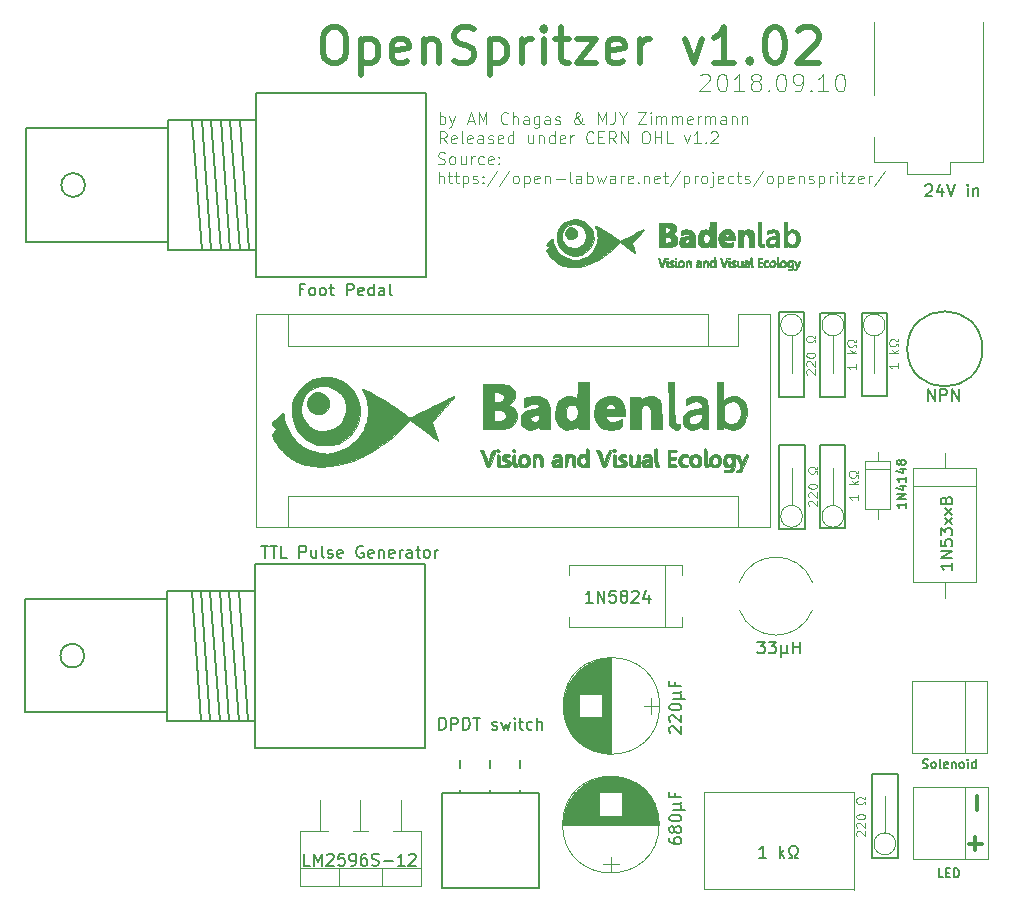
<source format=gbr>
G04 #@! TF.GenerationSoftware,KiCad,Pcbnew,(5.0.0)*
G04 #@! TF.CreationDate,2018-09-09T20:39:42+01:00*
G04 #@! TF.ProjectId,OpenSpritzer_1.02,4F70656E53707269747A65725F312E30,rev?*
G04 #@! TF.SameCoordinates,Original*
G04 #@! TF.FileFunction,Legend,Top*
G04 #@! TF.FilePolarity,Positive*
%FSLAX46Y46*%
G04 Gerber Fmt 4.6, Leading zero omitted, Abs format (unit mm)*
G04 Created by KiCad (PCBNEW (5.0.0)) date 09/09/18 20:39:42*
%MOMM*%
%LPD*%
G01*
G04 APERTURE LIST*
%ADD10C,0.200000*%
%ADD11C,0.125000*%
%ADD12C,0.500000*%
%ADD13C,0.300000*%
%ADD14C,0.120000*%
%ADD15C,0.150000*%
%ADD16C,0.010000*%
G04 APERTURE END LIST*
D10*
X151430000Y-108025000D02*
X151430000Y-100950000D01*
X153550000Y-108025000D02*
X151450000Y-108025000D01*
X153550000Y-107975000D02*
X153550000Y-108025000D01*
X153550000Y-100950000D02*
X153550000Y-107975000D01*
X151425000Y-100950000D02*
X153550000Y-100950000D01*
X147950000Y-108075000D02*
X147950000Y-100975000D01*
X150050000Y-108100000D02*
X148000000Y-108100000D01*
X150050000Y-100950000D02*
X150050000Y-108075000D01*
X148000000Y-100950000D02*
X150050000Y-100950000D01*
X144525000Y-100925000D02*
X144475000Y-100925000D01*
X146550000Y-100925000D02*
X144525000Y-100925000D01*
X146550000Y-108100000D02*
X146550000Y-100925000D01*
X144475000Y-108100000D02*
X146550000Y-108100000D01*
X144475000Y-108050000D02*
X144475000Y-108100000D01*
X144475000Y-108025000D02*
X144475000Y-108050000D01*
X144475000Y-100950000D02*
X144475000Y-108025000D01*
X152350000Y-147100000D02*
X152350000Y-140000000D01*
X152375000Y-147100000D02*
X152350000Y-147100000D01*
X154475000Y-147100000D02*
X152375000Y-147100000D01*
X154475000Y-140000000D02*
X154475000Y-147075000D01*
X152350000Y-139975000D02*
X154475000Y-139975000D01*
X147950000Y-119225000D02*
X147925000Y-112125000D01*
X150025000Y-119225000D02*
X147950000Y-119225000D01*
X150025000Y-112125000D02*
X150025000Y-119225000D01*
X147950000Y-112125000D02*
X150025000Y-112125000D01*
X144400000Y-112125000D02*
X146600000Y-112125000D01*
X146600000Y-119250000D02*
X146600000Y-112150000D01*
X144400000Y-119250000D02*
X146600000Y-119250000D01*
X144400000Y-112150000D02*
X144400000Y-119250000D01*
D11*
X137766964Y-80871428D02*
X137838392Y-80800000D01*
X137981250Y-80728571D01*
X138338392Y-80728571D01*
X138481250Y-80800000D01*
X138552678Y-80871428D01*
X138624107Y-81014285D01*
X138624107Y-81157142D01*
X138552678Y-81371428D01*
X137695535Y-82228571D01*
X138624107Y-82228571D01*
X139552678Y-80728571D02*
X139695535Y-80728571D01*
X139838392Y-80800000D01*
X139909821Y-80871428D01*
X139981250Y-81014285D01*
X140052678Y-81300000D01*
X140052678Y-81657142D01*
X139981250Y-81942857D01*
X139909821Y-82085714D01*
X139838392Y-82157142D01*
X139695535Y-82228571D01*
X139552678Y-82228571D01*
X139409821Y-82157142D01*
X139338392Y-82085714D01*
X139266964Y-81942857D01*
X139195535Y-81657142D01*
X139195535Y-81300000D01*
X139266964Y-81014285D01*
X139338392Y-80871428D01*
X139409821Y-80800000D01*
X139552678Y-80728571D01*
X141481250Y-82228571D02*
X140624107Y-82228571D01*
X141052678Y-82228571D02*
X141052678Y-80728571D01*
X140909821Y-80942857D01*
X140766964Y-81085714D01*
X140624107Y-81157142D01*
X142338392Y-81371428D02*
X142195535Y-81300000D01*
X142124107Y-81228571D01*
X142052678Y-81085714D01*
X142052678Y-81014285D01*
X142124107Y-80871428D01*
X142195535Y-80800000D01*
X142338392Y-80728571D01*
X142624107Y-80728571D01*
X142766964Y-80800000D01*
X142838392Y-80871428D01*
X142909821Y-81014285D01*
X142909821Y-81085714D01*
X142838392Y-81228571D01*
X142766964Y-81300000D01*
X142624107Y-81371428D01*
X142338392Y-81371428D01*
X142195535Y-81442857D01*
X142124107Y-81514285D01*
X142052678Y-81657142D01*
X142052678Y-81942857D01*
X142124107Y-82085714D01*
X142195535Y-82157142D01*
X142338392Y-82228571D01*
X142624107Y-82228571D01*
X142766964Y-82157142D01*
X142838392Y-82085714D01*
X142909821Y-81942857D01*
X142909821Y-81657142D01*
X142838392Y-81514285D01*
X142766964Y-81442857D01*
X142624107Y-81371428D01*
X143552678Y-82085714D02*
X143624107Y-82157142D01*
X143552678Y-82228571D01*
X143481250Y-82157142D01*
X143552678Y-82085714D01*
X143552678Y-82228571D01*
X144552678Y-80728571D02*
X144695535Y-80728571D01*
X144838392Y-80800000D01*
X144909821Y-80871428D01*
X144981250Y-81014285D01*
X145052678Y-81300000D01*
X145052678Y-81657142D01*
X144981250Y-81942857D01*
X144909821Y-82085714D01*
X144838392Y-82157142D01*
X144695535Y-82228571D01*
X144552678Y-82228571D01*
X144409821Y-82157142D01*
X144338392Y-82085714D01*
X144266964Y-81942857D01*
X144195535Y-81657142D01*
X144195535Y-81300000D01*
X144266964Y-81014285D01*
X144338392Y-80871428D01*
X144409821Y-80800000D01*
X144552678Y-80728571D01*
X145766964Y-82228571D02*
X146052678Y-82228571D01*
X146195535Y-82157142D01*
X146266964Y-82085714D01*
X146409821Y-81871428D01*
X146481250Y-81585714D01*
X146481250Y-81014285D01*
X146409821Y-80871428D01*
X146338392Y-80800000D01*
X146195535Y-80728571D01*
X145909821Y-80728571D01*
X145766964Y-80800000D01*
X145695535Y-80871428D01*
X145624107Y-81014285D01*
X145624107Y-81371428D01*
X145695535Y-81514285D01*
X145766964Y-81585714D01*
X145909821Y-81657142D01*
X146195535Y-81657142D01*
X146338392Y-81585714D01*
X146409821Y-81514285D01*
X146481250Y-81371428D01*
X147124107Y-82085714D02*
X147195535Y-82157142D01*
X147124107Y-82228571D01*
X147052678Y-82157142D01*
X147124107Y-82085714D01*
X147124107Y-82228571D01*
X148624107Y-82228571D02*
X147766964Y-82228571D01*
X148195535Y-82228571D02*
X148195535Y-80728571D01*
X148052678Y-80942857D01*
X147909821Y-81085714D01*
X147766964Y-81157142D01*
X149552678Y-80728571D02*
X149695535Y-80728571D01*
X149838392Y-80800000D01*
X149909821Y-80871428D01*
X149981250Y-81014285D01*
X150052678Y-81300000D01*
X150052678Y-81657142D01*
X149981250Y-81942857D01*
X149909821Y-82085714D01*
X149838392Y-82157142D01*
X149695535Y-82228571D01*
X149552678Y-82228571D01*
X149409821Y-82157142D01*
X149338392Y-82085714D01*
X149266964Y-81942857D01*
X149195535Y-81657142D01*
X149195535Y-81300000D01*
X149266964Y-81014285D01*
X149338392Y-80871428D01*
X149409821Y-80800000D01*
X149552678Y-80728571D01*
X115719345Y-84989880D02*
X115719345Y-83989880D01*
X115719345Y-84370833D02*
X115814583Y-84323214D01*
X116005059Y-84323214D01*
X116100297Y-84370833D01*
X116147916Y-84418452D01*
X116195535Y-84513690D01*
X116195535Y-84799404D01*
X116147916Y-84894642D01*
X116100297Y-84942261D01*
X116005059Y-84989880D01*
X115814583Y-84989880D01*
X115719345Y-84942261D01*
X116528869Y-84323214D02*
X116766964Y-84989880D01*
X117005059Y-84323214D02*
X116766964Y-84989880D01*
X116671726Y-85227976D01*
X116624107Y-85275595D01*
X116528869Y-85323214D01*
X118100297Y-84704166D02*
X118576488Y-84704166D01*
X118005059Y-84989880D02*
X118338392Y-83989880D01*
X118671726Y-84989880D01*
X119005059Y-84989880D02*
X119005059Y-83989880D01*
X119338392Y-84704166D01*
X119671726Y-83989880D01*
X119671726Y-84989880D01*
X121481250Y-84894642D02*
X121433630Y-84942261D01*
X121290773Y-84989880D01*
X121195535Y-84989880D01*
X121052678Y-84942261D01*
X120957440Y-84847023D01*
X120909821Y-84751785D01*
X120862202Y-84561309D01*
X120862202Y-84418452D01*
X120909821Y-84227976D01*
X120957440Y-84132738D01*
X121052678Y-84037500D01*
X121195535Y-83989880D01*
X121290773Y-83989880D01*
X121433630Y-84037500D01*
X121481250Y-84085119D01*
X121909821Y-84989880D02*
X121909821Y-83989880D01*
X122338392Y-84989880D02*
X122338392Y-84466071D01*
X122290773Y-84370833D01*
X122195535Y-84323214D01*
X122052678Y-84323214D01*
X121957440Y-84370833D01*
X121909821Y-84418452D01*
X123243154Y-84989880D02*
X123243154Y-84466071D01*
X123195535Y-84370833D01*
X123100297Y-84323214D01*
X122909821Y-84323214D01*
X122814583Y-84370833D01*
X123243154Y-84942261D02*
X123147916Y-84989880D01*
X122909821Y-84989880D01*
X122814583Y-84942261D01*
X122766964Y-84847023D01*
X122766964Y-84751785D01*
X122814583Y-84656547D01*
X122909821Y-84608928D01*
X123147916Y-84608928D01*
X123243154Y-84561309D01*
X124147916Y-84323214D02*
X124147916Y-85132738D01*
X124100297Y-85227976D01*
X124052678Y-85275595D01*
X123957440Y-85323214D01*
X123814583Y-85323214D01*
X123719345Y-85275595D01*
X124147916Y-84942261D02*
X124052678Y-84989880D01*
X123862202Y-84989880D01*
X123766964Y-84942261D01*
X123719345Y-84894642D01*
X123671726Y-84799404D01*
X123671726Y-84513690D01*
X123719345Y-84418452D01*
X123766964Y-84370833D01*
X123862202Y-84323214D01*
X124052678Y-84323214D01*
X124147916Y-84370833D01*
X125052678Y-84989880D02*
X125052678Y-84466071D01*
X125005059Y-84370833D01*
X124909821Y-84323214D01*
X124719345Y-84323214D01*
X124624107Y-84370833D01*
X125052678Y-84942261D02*
X124957440Y-84989880D01*
X124719345Y-84989880D01*
X124624107Y-84942261D01*
X124576488Y-84847023D01*
X124576488Y-84751785D01*
X124624107Y-84656547D01*
X124719345Y-84608928D01*
X124957440Y-84608928D01*
X125052678Y-84561309D01*
X125481250Y-84942261D02*
X125576488Y-84989880D01*
X125766964Y-84989880D01*
X125862202Y-84942261D01*
X125909821Y-84847023D01*
X125909821Y-84799404D01*
X125862202Y-84704166D01*
X125766964Y-84656547D01*
X125624107Y-84656547D01*
X125528869Y-84608928D01*
X125481250Y-84513690D01*
X125481250Y-84466071D01*
X125528869Y-84370833D01*
X125624107Y-84323214D01*
X125766964Y-84323214D01*
X125862202Y-84370833D01*
X127909821Y-84989880D02*
X127862202Y-84989880D01*
X127766964Y-84942261D01*
X127624107Y-84799404D01*
X127386011Y-84513690D01*
X127290773Y-84370833D01*
X127243154Y-84227976D01*
X127243154Y-84132738D01*
X127290773Y-84037500D01*
X127386011Y-83989880D01*
X127433630Y-83989880D01*
X127528869Y-84037500D01*
X127576488Y-84132738D01*
X127576488Y-84180357D01*
X127528869Y-84275595D01*
X127481250Y-84323214D01*
X127195535Y-84513690D01*
X127147916Y-84561309D01*
X127100297Y-84656547D01*
X127100297Y-84799404D01*
X127147916Y-84894642D01*
X127195535Y-84942261D01*
X127290773Y-84989880D01*
X127433630Y-84989880D01*
X127528869Y-84942261D01*
X127576488Y-84894642D01*
X127719345Y-84704166D01*
X127766964Y-84561309D01*
X127766964Y-84466071D01*
X129100297Y-84989880D02*
X129100297Y-83989880D01*
X129433630Y-84704166D01*
X129766964Y-83989880D01*
X129766964Y-84989880D01*
X130528869Y-83989880D02*
X130528869Y-84704166D01*
X130481250Y-84847023D01*
X130386011Y-84942261D01*
X130243154Y-84989880D01*
X130147916Y-84989880D01*
X131195535Y-84513690D02*
X131195535Y-84989880D01*
X130862202Y-83989880D02*
X131195535Y-84513690D01*
X131528869Y-83989880D01*
X132528869Y-83989880D02*
X133195535Y-83989880D01*
X132528869Y-84989880D01*
X133195535Y-84989880D01*
X133576488Y-84989880D02*
X133576488Y-84323214D01*
X133576488Y-83989880D02*
X133528869Y-84037500D01*
X133576488Y-84085119D01*
X133624107Y-84037500D01*
X133576488Y-83989880D01*
X133576488Y-84085119D01*
X134052678Y-84989880D02*
X134052678Y-84323214D01*
X134052678Y-84418452D02*
X134100297Y-84370833D01*
X134195535Y-84323214D01*
X134338392Y-84323214D01*
X134433630Y-84370833D01*
X134481250Y-84466071D01*
X134481250Y-84989880D01*
X134481250Y-84466071D02*
X134528869Y-84370833D01*
X134624107Y-84323214D01*
X134766964Y-84323214D01*
X134862202Y-84370833D01*
X134909821Y-84466071D01*
X134909821Y-84989880D01*
X135386011Y-84989880D02*
X135386011Y-84323214D01*
X135386011Y-84418452D02*
X135433630Y-84370833D01*
X135528869Y-84323214D01*
X135671726Y-84323214D01*
X135766964Y-84370833D01*
X135814583Y-84466071D01*
X135814583Y-84989880D01*
X135814583Y-84466071D02*
X135862202Y-84370833D01*
X135957440Y-84323214D01*
X136100297Y-84323214D01*
X136195535Y-84370833D01*
X136243154Y-84466071D01*
X136243154Y-84989880D01*
X137100297Y-84942261D02*
X137005059Y-84989880D01*
X136814583Y-84989880D01*
X136719345Y-84942261D01*
X136671726Y-84847023D01*
X136671726Y-84466071D01*
X136719345Y-84370833D01*
X136814583Y-84323214D01*
X137005059Y-84323214D01*
X137100297Y-84370833D01*
X137147916Y-84466071D01*
X137147916Y-84561309D01*
X136671726Y-84656547D01*
X137576488Y-84989880D02*
X137576488Y-84323214D01*
X137576488Y-84513690D02*
X137624107Y-84418452D01*
X137671726Y-84370833D01*
X137766964Y-84323214D01*
X137862202Y-84323214D01*
X138195535Y-84989880D02*
X138195535Y-84323214D01*
X138195535Y-84418452D02*
X138243154Y-84370833D01*
X138338392Y-84323214D01*
X138481250Y-84323214D01*
X138576488Y-84370833D01*
X138624107Y-84466071D01*
X138624107Y-84989880D01*
X138624107Y-84466071D02*
X138671726Y-84370833D01*
X138766964Y-84323214D01*
X138909821Y-84323214D01*
X139005059Y-84370833D01*
X139052678Y-84466071D01*
X139052678Y-84989880D01*
X139957440Y-84989880D02*
X139957440Y-84466071D01*
X139909821Y-84370833D01*
X139814583Y-84323214D01*
X139624107Y-84323214D01*
X139528869Y-84370833D01*
X139957440Y-84942261D02*
X139862202Y-84989880D01*
X139624107Y-84989880D01*
X139528869Y-84942261D01*
X139481250Y-84847023D01*
X139481250Y-84751785D01*
X139528869Y-84656547D01*
X139624107Y-84608928D01*
X139862202Y-84608928D01*
X139957440Y-84561309D01*
X140433630Y-84323214D02*
X140433630Y-84989880D01*
X140433630Y-84418452D02*
X140481250Y-84370833D01*
X140576488Y-84323214D01*
X140719345Y-84323214D01*
X140814583Y-84370833D01*
X140862202Y-84466071D01*
X140862202Y-84989880D01*
X141338392Y-84323214D02*
X141338392Y-84989880D01*
X141338392Y-84418452D02*
X141386011Y-84370833D01*
X141481250Y-84323214D01*
X141624107Y-84323214D01*
X141719345Y-84370833D01*
X141766964Y-84466071D01*
X141766964Y-84989880D01*
X116290773Y-86614880D02*
X115957440Y-86138690D01*
X115719345Y-86614880D02*
X115719345Y-85614880D01*
X116100297Y-85614880D01*
X116195535Y-85662500D01*
X116243154Y-85710119D01*
X116290773Y-85805357D01*
X116290773Y-85948214D01*
X116243154Y-86043452D01*
X116195535Y-86091071D01*
X116100297Y-86138690D01*
X115719345Y-86138690D01*
X117100297Y-86567261D02*
X117005059Y-86614880D01*
X116814583Y-86614880D01*
X116719345Y-86567261D01*
X116671726Y-86472023D01*
X116671726Y-86091071D01*
X116719345Y-85995833D01*
X116814583Y-85948214D01*
X117005059Y-85948214D01*
X117100297Y-85995833D01*
X117147916Y-86091071D01*
X117147916Y-86186309D01*
X116671726Y-86281547D01*
X117719345Y-86614880D02*
X117624107Y-86567261D01*
X117576488Y-86472023D01*
X117576488Y-85614880D01*
X118481250Y-86567261D02*
X118386011Y-86614880D01*
X118195535Y-86614880D01*
X118100297Y-86567261D01*
X118052678Y-86472023D01*
X118052678Y-86091071D01*
X118100297Y-85995833D01*
X118195535Y-85948214D01*
X118386011Y-85948214D01*
X118481250Y-85995833D01*
X118528869Y-86091071D01*
X118528869Y-86186309D01*
X118052678Y-86281547D01*
X119386011Y-86614880D02*
X119386011Y-86091071D01*
X119338392Y-85995833D01*
X119243154Y-85948214D01*
X119052678Y-85948214D01*
X118957440Y-85995833D01*
X119386011Y-86567261D02*
X119290773Y-86614880D01*
X119052678Y-86614880D01*
X118957440Y-86567261D01*
X118909821Y-86472023D01*
X118909821Y-86376785D01*
X118957440Y-86281547D01*
X119052678Y-86233928D01*
X119290773Y-86233928D01*
X119386011Y-86186309D01*
X119814583Y-86567261D02*
X119909821Y-86614880D01*
X120100297Y-86614880D01*
X120195535Y-86567261D01*
X120243154Y-86472023D01*
X120243154Y-86424404D01*
X120195535Y-86329166D01*
X120100297Y-86281547D01*
X119957440Y-86281547D01*
X119862202Y-86233928D01*
X119814583Y-86138690D01*
X119814583Y-86091071D01*
X119862202Y-85995833D01*
X119957440Y-85948214D01*
X120100297Y-85948214D01*
X120195535Y-85995833D01*
X121052678Y-86567261D02*
X120957440Y-86614880D01*
X120766964Y-86614880D01*
X120671726Y-86567261D01*
X120624107Y-86472023D01*
X120624107Y-86091071D01*
X120671726Y-85995833D01*
X120766964Y-85948214D01*
X120957440Y-85948214D01*
X121052678Y-85995833D01*
X121100297Y-86091071D01*
X121100297Y-86186309D01*
X120624107Y-86281547D01*
X121957440Y-86614880D02*
X121957440Y-85614880D01*
X121957440Y-86567261D02*
X121862202Y-86614880D01*
X121671726Y-86614880D01*
X121576488Y-86567261D01*
X121528869Y-86519642D01*
X121481250Y-86424404D01*
X121481250Y-86138690D01*
X121528869Y-86043452D01*
X121576488Y-85995833D01*
X121671726Y-85948214D01*
X121862202Y-85948214D01*
X121957440Y-85995833D01*
X123624107Y-85948214D02*
X123624107Y-86614880D01*
X123195535Y-85948214D02*
X123195535Y-86472023D01*
X123243154Y-86567261D01*
X123338392Y-86614880D01*
X123481250Y-86614880D01*
X123576488Y-86567261D01*
X123624107Y-86519642D01*
X124100297Y-85948214D02*
X124100297Y-86614880D01*
X124100297Y-86043452D02*
X124147916Y-85995833D01*
X124243154Y-85948214D01*
X124386011Y-85948214D01*
X124481250Y-85995833D01*
X124528869Y-86091071D01*
X124528869Y-86614880D01*
X125433630Y-86614880D02*
X125433630Y-85614880D01*
X125433630Y-86567261D02*
X125338392Y-86614880D01*
X125147916Y-86614880D01*
X125052678Y-86567261D01*
X125005059Y-86519642D01*
X124957440Y-86424404D01*
X124957440Y-86138690D01*
X125005059Y-86043452D01*
X125052678Y-85995833D01*
X125147916Y-85948214D01*
X125338392Y-85948214D01*
X125433630Y-85995833D01*
X126290773Y-86567261D02*
X126195535Y-86614880D01*
X126005059Y-86614880D01*
X125909821Y-86567261D01*
X125862202Y-86472023D01*
X125862202Y-86091071D01*
X125909821Y-85995833D01*
X126005059Y-85948214D01*
X126195535Y-85948214D01*
X126290773Y-85995833D01*
X126338392Y-86091071D01*
X126338392Y-86186309D01*
X125862202Y-86281547D01*
X126766964Y-86614880D02*
X126766964Y-85948214D01*
X126766964Y-86138690D02*
X126814583Y-86043452D01*
X126862202Y-85995833D01*
X126957440Y-85948214D01*
X127052678Y-85948214D01*
X128719345Y-86519642D02*
X128671726Y-86567261D01*
X128528869Y-86614880D01*
X128433630Y-86614880D01*
X128290773Y-86567261D01*
X128195535Y-86472023D01*
X128147916Y-86376785D01*
X128100297Y-86186309D01*
X128100297Y-86043452D01*
X128147916Y-85852976D01*
X128195535Y-85757738D01*
X128290773Y-85662500D01*
X128433630Y-85614880D01*
X128528869Y-85614880D01*
X128671726Y-85662500D01*
X128719345Y-85710119D01*
X129147916Y-86091071D02*
X129481250Y-86091071D01*
X129624107Y-86614880D02*
X129147916Y-86614880D01*
X129147916Y-85614880D01*
X129624107Y-85614880D01*
X130624107Y-86614880D02*
X130290773Y-86138690D01*
X130052678Y-86614880D02*
X130052678Y-85614880D01*
X130433630Y-85614880D01*
X130528869Y-85662500D01*
X130576488Y-85710119D01*
X130624107Y-85805357D01*
X130624107Y-85948214D01*
X130576488Y-86043452D01*
X130528869Y-86091071D01*
X130433630Y-86138690D01*
X130052678Y-86138690D01*
X131052678Y-86614880D02*
X131052678Y-85614880D01*
X131624107Y-86614880D01*
X131624107Y-85614880D01*
X133052678Y-85614880D02*
X133243154Y-85614880D01*
X133338392Y-85662500D01*
X133433630Y-85757738D01*
X133481250Y-85948214D01*
X133481250Y-86281547D01*
X133433630Y-86472023D01*
X133338392Y-86567261D01*
X133243154Y-86614880D01*
X133052678Y-86614880D01*
X132957440Y-86567261D01*
X132862202Y-86472023D01*
X132814583Y-86281547D01*
X132814583Y-85948214D01*
X132862202Y-85757738D01*
X132957440Y-85662500D01*
X133052678Y-85614880D01*
X133909821Y-86614880D02*
X133909821Y-85614880D01*
X133909821Y-86091071D02*
X134481250Y-86091071D01*
X134481250Y-86614880D02*
X134481250Y-85614880D01*
X135433630Y-86614880D02*
X134957440Y-86614880D01*
X134957440Y-85614880D01*
X136433630Y-85948214D02*
X136671726Y-86614880D01*
X136909821Y-85948214D01*
X137814583Y-86614880D02*
X137243154Y-86614880D01*
X137528869Y-86614880D02*
X137528869Y-85614880D01*
X137433630Y-85757738D01*
X137338392Y-85852976D01*
X137243154Y-85900595D01*
X138243154Y-86519642D02*
X138290773Y-86567261D01*
X138243154Y-86614880D01*
X138195535Y-86567261D01*
X138243154Y-86519642D01*
X138243154Y-86614880D01*
X138671726Y-85710119D02*
X138719345Y-85662500D01*
X138814583Y-85614880D01*
X139052678Y-85614880D01*
X139147916Y-85662500D01*
X139195535Y-85710119D01*
X139243154Y-85805357D01*
X139243154Y-85900595D01*
X139195535Y-86043452D01*
X138624107Y-86614880D01*
X139243154Y-86614880D01*
X115571726Y-88342261D02*
X115714583Y-88389880D01*
X115952678Y-88389880D01*
X116047916Y-88342261D01*
X116095535Y-88294642D01*
X116143154Y-88199404D01*
X116143154Y-88104166D01*
X116095535Y-88008928D01*
X116047916Y-87961309D01*
X115952678Y-87913690D01*
X115762202Y-87866071D01*
X115666964Y-87818452D01*
X115619345Y-87770833D01*
X115571726Y-87675595D01*
X115571726Y-87580357D01*
X115619345Y-87485119D01*
X115666964Y-87437500D01*
X115762202Y-87389880D01*
X116000297Y-87389880D01*
X116143154Y-87437500D01*
X116714583Y-88389880D02*
X116619345Y-88342261D01*
X116571726Y-88294642D01*
X116524107Y-88199404D01*
X116524107Y-87913690D01*
X116571726Y-87818452D01*
X116619345Y-87770833D01*
X116714583Y-87723214D01*
X116857440Y-87723214D01*
X116952678Y-87770833D01*
X117000297Y-87818452D01*
X117047916Y-87913690D01*
X117047916Y-88199404D01*
X117000297Y-88294642D01*
X116952678Y-88342261D01*
X116857440Y-88389880D01*
X116714583Y-88389880D01*
X117905059Y-87723214D02*
X117905059Y-88389880D01*
X117476488Y-87723214D02*
X117476488Y-88247023D01*
X117524107Y-88342261D01*
X117619345Y-88389880D01*
X117762202Y-88389880D01*
X117857440Y-88342261D01*
X117905059Y-88294642D01*
X118381250Y-88389880D02*
X118381250Y-87723214D01*
X118381250Y-87913690D02*
X118428869Y-87818452D01*
X118476488Y-87770833D01*
X118571726Y-87723214D01*
X118666964Y-87723214D01*
X119428869Y-88342261D02*
X119333630Y-88389880D01*
X119143154Y-88389880D01*
X119047916Y-88342261D01*
X119000297Y-88294642D01*
X118952678Y-88199404D01*
X118952678Y-87913690D01*
X119000297Y-87818452D01*
X119047916Y-87770833D01*
X119143154Y-87723214D01*
X119333630Y-87723214D01*
X119428869Y-87770833D01*
X120238392Y-88342261D02*
X120143154Y-88389880D01*
X119952678Y-88389880D01*
X119857440Y-88342261D01*
X119809821Y-88247023D01*
X119809821Y-87866071D01*
X119857440Y-87770833D01*
X119952678Y-87723214D01*
X120143154Y-87723214D01*
X120238392Y-87770833D01*
X120286011Y-87866071D01*
X120286011Y-87961309D01*
X119809821Y-88056547D01*
X120714583Y-88294642D02*
X120762202Y-88342261D01*
X120714583Y-88389880D01*
X120666964Y-88342261D01*
X120714583Y-88294642D01*
X120714583Y-88389880D01*
X120714583Y-87770833D02*
X120762202Y-87818452D01*
X120714583Y-87866071D01*
X120666964Y-87818452D01*
X120714583Y-87770833D01*
X120714583Y-87866071D01*
X115619345Y-90014880D02*
X115619345Y-89014880D01*
X116047916Y-90014880D02*
X116047916Y-89491071D01*
X116000297Y-89395833D01*
X115905059Y-89348214D01*
X115762202Y-89348214D01*
X115666964Y-89395833D01*
X115619345Y-89443452D01*
X116381250Y-89348214D02*
X116762202Y-89348214D01*
X116524107Y-89014880D02*
X116524107Y-89872023D01*
X116571726Y-89967261D01*
X116666964Y-90014880D01*
X116762202Y-90014880D01*
X116952678Y-89348214D02*
X117333630Y-89348214D01*
X117095535Y-89014880D02*
X117095535Y-89872023D01*
X117143154Y-89967261D01*
X117238392Y-90014880D01*
X117333630Y-90014880D01*
X117666964Y-89348214D02*
X117666964Y-90348214D01*
X117666964Y-89395833D02*
X117762202Y-89348214D01*
X117952678Y-89348214D01*
X118047916Y-89395833D01*
X118095535Y-89443452D01*
X118143154Y-89538690D01*
X118143154Y-89824404D01*
X118095535Y-89919642D01*
X118047916Y-89967261D01*
X117952678Y-90014880D01*
X117762202Y-90014880D01*
X117666964Y-89967261D01*
X118524107Y-89967261D02*
X118619345Y-90014880D01*
X118809821Y-90014880D01*
X118905059Y-89967261D01*
X118952678Y-89872023D01*
X118952678Y-89824404D01*
X118905059Y-89729166D01*
X118809821Y-89681547D01*
X118666964Y-89681547D01*
X118571726Y-89633928D01*
X118524107Y-89538690D01*
X118524107Y-89491071D01*
X118571726Y-89395833D01*
X118666964Y-89348214D01*
X118809821Y-89348214D01*
X118905059Y-89395833D01*
X119381250Y-89919642D02*
X119428869Y-89967261D01*
X119381250Y-90014880D01*
X119333630Y-89967261D01*
X119381250Y-89919642D01*
X119381250Y-90014880D01*
X119381250Y-89395833D02*
X119428869Y-89443452D01*
X119381250Y-89491071D01*
X119333630Y-89443452D01*
X119381250Y-89395833D01*
X119381250Y-89491071D01*
X120571726Y-88967261D02*
X119714583Y-90252976D01*
X121619345Y-88967261D02*
X120762202Y-90252976D01*
X122095535Y-90014880D02*
X122000297Y-89967261D01*
X121952678Y-89919642D01*
X121905059Y-89824404D01*
X121905059Y-89538690D01*
X121952678Y-89443452D01*
X122000297Y-89395833D01*
X122095535Y-89348214D01*
X122238392Y-89348214D01*
X122333630Y-89395833D01*
X122381250Y-89443452D01*
X122428869Y-89538690D01*
X122428869Y-89824404D01*
X122381250Y-89919642D01*
X122333630Y-89967261D01*
X122238392Y-90014880D01*
X122095535Y-90014880D01*
X122857440Y-89348214D02*
X122857440Y-90348214D01*
X122857440Y-89395833D02*
X122952678Y-89348214D01*
X123143154Y-89348214D01*
X123238392Y-89395833D01*
X123286011Y-89443452D01*
X123333630Y-89538690D01*
X123333630Y-89824404D01*
X123286011Y-89919642D01*
X123238392Y-89967261D01*
X123143154Y-90014880D01*
X122952678Y-90014880D01*
X122857440Y-89967261D01*
X124143154Y-89967261D02*
X124047916Y-90014880D01*
X123857440Y-90014880D01*
X123762202Y-89967261D01*
X123714583Y-89872023D01*
X123714583Y-89491071D01*
X123762202Y-89395833D01*
X123857440Y-89348214D01*
X124047916Y-89348214D01*
X124143154Y-89395833D01*
X124190773Y-89491071D01*
X124190773Y-89586309D01*
X123714583Y-89681547D01*
X124619345Y-89348214D02*
X124619345Y-90014880D01*
X124619345Y-89443452D02*
X124666964Y-89395833D01*
X124762202Y-89348214D01*
X124905059Y-89348214D01*
X125000297Y-89395833D01*
X125047916Y-89491071D01*
X125047916Y-90014880D01*
X125524107Y-89633928D02*
X126286011Y-89633928D01*
X126905059Y-90014880D02*
X126809821Y-89967261D01*
X126762202Y-89872023D01*
X126762202Y-89014880D01*
X127714583Y-90014880D02*
X127714583Y-89491071D01*
X127666964Y-89395833D01*
X127571726Y-89348214D01*
X127381250Y-89348214D01*
X127286011Y-89395833D01*
X127714583Y-89967261D02*
X127619345Y-90014880D01*
X127381250Y-90014880D01*
X127286011Y-89967261D01*
X127238392Y-89872023D01*
X127238392Y-89776785D01*
X127286011Y-89681547D01*
X127381250Y-89633928D01*
X127619345Y-89633928D01*
X127714583Y-89586309D01*
X128190773Y-90014880D02*
X128190773Y-89014880D01*
X128190773Y-89395833D02*
X128286011Y-89348214D01*
X128476488Y-89348214D01*
X128571726Y-89395833D01*
X128619345Y-89443452D01*
X128666964Y-89538690D01*
X128666964Y-89824404D01*
X128619345Y-89919642D01*
X128571726Y-89967261D01*
X128476488Y-90014880D01*
X128286011Y-90014880D01*
X128190773Y-89967261D01*
X129000297Y-89348214D02*
X129190773Y-90014880D01*
X129381250Y-89538690D01*
X129571726Y-90014880D01*
X129762202Y-89348214D01*
X130571726Y-90014880D02*
X130571726Y-89491071D01*
X130524107Y-89395833D01*
X130428869Y-89348214D01*
X130238392Y-89348214D01*
X130143154Y-89395833D01*
X130571726Y-89967261D02*
X130476488Y-90014880D01*
X130238392Y-90014880D01*
X130143154Y-89967261D01*
X130095535Y-89872023D01*
X130095535Y-89776785D01*
X130143154Y-89681547D01*
X130238392Y-89633928D01*
X130476488Y-89633928D01*
X130571726Y-89586309D01*
X131047916Y-90014880D02*
X131047916Y-89348214D01*
X131047916Y-89538690D02*
X131095535Y-89443452D01*
X131143154Y-89395833D01*
X131238392Y-89348214D01*
X131333630Y-89348214D01*
X132047916Y-89967261D02*
X131952678Y-90014880D01*
X131762202Y-90014880D01*
X131666964Y-89967261D01*
X131619345Y-89872023D01*
X131619345Y-89491071D01*
X131666964Y-89395833D01*
X131762202Y-89348214D01*
X131952678Y-89348214D01*
X132047916Y-89395833D01*
X132095535Y-89491071D01*
X132095535Y-89586309D01*
X131619345Y-89681547D01*
X132524107Y-89919642D02*
X132571726Y-89967261D01*
X132524107Y-90014880D01*
X132476488Y-89967261D01*
X132524107Y-89919642D01*
X132524107Y-90014880D01*
X133000297Y-89348214D02*
X133000297Y-90014880D01*
X133000297Y-89443452D02*
X133047916Y-89395833D01*
X133143154Y-89348214D01*
X133286011Y-89348214D01*
X133381250Y-89395833D01*
X133428869Y-89491071D01*
X133428869Y-90014880D01*
X134286011Y-89967261D02*
X134190773Y-90014880D01*
X134000297Y-90014880D01*
X133905059Y-89967261D01*
X133857440Y-89872023D01*
X133857440Y-89491071D01*
X133905059Y-89395833D01*
X134000297Y-89348214D01*
X134190773Y-89348214D01*
X134286011Y-89395833D01*
X134333630Y-89491071D01*
X134333630Y-89586309D01*
X133857440Y-89681547D01*
X134619345Y-89348214D02*
X135000297Y-89348214D01*
X134762202Y-89014880D02*
X134762202Y-89872023D01*
X134809821Y-89967261D01*
X134905059Y-90014880D01*
X135000297Y-90014880D01*
X136047916Y-88967261D02*
X135190773Y-90252976D01*
X136381250Y-89348214D02*
X136381250Y-90348214D01*
X136381250Y-89395833D02*
X136476488Y-89348214D01*
X136666964Y-89348214D01*
X136762202Y-89395833D01*
X136809821Y-89443452D01*
X136857440Y-89538690D01*
X136857440Y-89824404D01*
X136809821Y-89919642D01*
X136762202Y-89967261D01*
X136666964Y-90014880D01*
X136476488Y-90014880D01*
X136381250Y-89967261D01*
X137286011Y-90014880D02*
X137286011Y-89348214D01*
X137286011Y-89538690D02*
X137333630Y-89443452D01*
X137381250Y-89395833D01*
X137476488Y-89348214D01*
X137571726Y-89348214D01*
X138047916Y-90014880D02*
X137952678Y-89967261D01*
X137905059Y-89919642D01*
X137857440Y-89824404D01*
X137857440Y-89538690D01*
X137905059Y-89443452D01*
X137952678Y-89395833D01*
X138047916Y-89348214D01*
X138190773Y-89348214D01*
X138286011Y-89395833D01*
X138333630Y-89443452D01*
X138381250Y-89538690D01*
X138381250Y-89824404D01*
X138333630Y-89919642D01*
X138286011Y-89967261D01*
X138190773Y-90014880D01*
X138047916Y-90014880D01*
X138809821Y-89348214D02*
X138809821Y-90205357D01*
X138762202Y-90300595D01*
X138666964Y-90348214D01*
X138619345Y-90348214D01*
X138809821Y-89014880D02*
X138762202Y-89062500D01*
X138809821Y-89110119D01*
X138857440Y-89062500D01*
X138809821Y-89014880D01*
X138809821Y-89110119D01*
X139666964Y-89967261D02*
X139571726Y-90014880D01*
X139381250Y-90014880D01*
X139286011Y-89967261D01*
X139238392Y-89872023D01*
X139238392Y-89491071D01*
X139286011Y-89395833D01*
X139381250Y-89348214D01*
X139571726Y-89348214D01*
X139666964Y-89395833D01*
X139714583Y-89491071D01*
X139714583Y-89586309D01*
X139238392Y-89681547D01*
X140571726Y-89967261D02*
X140476488Y-90014880D01*
X140286011Y-90014880D01*
X140190773Y-89967261D01*
X140143154Y-89919642D01*
X140095535Y-89824404D01*
X140095535Y-89538690D01*
X140143154Y-89443452D01*
X140190773Y-89395833D01*
X140286011Y-89348214D01*
X140476488Y-89348214D01*
X140571726Y-89395833D01*
X140857440Y-89348214D02*
X141238392Y-89348214D01*
X141000297Y-89014880D02*
X141000297Y-89872023D01*
X141047916Y-89967261D01*
X141143154Y-90014880D01*
X141238392Y-90014880D01*
X141524107Y-89967261D02*
X141619345Y-90014880D01*
X141809821Y-90014880D01*
X141905059Y-89967261D01*
X141952678Y-89872023D01*
X141952678Y-89824404D01*
X141905059Y-89729166D01*
X141809821Y-89681547D01*
X141666964Y-89681547D01*
X141571726Y-89633928D01*
X141524107Y-89538690D01*
X141524107Y-89491071D01*
X141571726Y-89395833D01*
X141666964Y-89348214D01*
X141809821Y-89348214D01*
X141905059Y-89395833D01*
X143095535Y-88967261D02*
X142238392Y-90252976D01*
X143571726Y-90014880D02*
X143476488Y-89967261D01*
X143428869Y-89919642D01*
X143381250Y-89824404D01*
X143381250Y-89538690D01*
X143428869Y-89443452D01*
X143476488Y-89395833D01*
X143571726Y-89348214D01*
X143714583Y-89348214D01*
X143809821Y-89395833D01*
X143857440Y-89443452D01*
X143905059Y-89538690D01*
X143905059Y-89824404D01*
X143857440Y-89919642D01*
X143809821Y-89967261D01*
X143714583Y-90014880D01*
X143571726Y-90014880D01*
X144333630Y-89348214D02*
X144333630Y-90348214D01*
X144333630Y-89395833D02*
X144428869Y-89348214D01*
X144619345Y-89348214D01*
X144714583Y-89395833D01*
X144762202Y-89443452D01*
X144809821Y-89538690D01*
X144809821Y-89824404D01*
X144762202Y-89919642D01*
X144714583Y-89967261D01*
X144619345Y-90014880D01*
X144428869Y-90014880D01*
X144333630Y-89967261D01*
X145619345Y-89967261D02*
X145524107Y-90014880D01*
X145333630Y-90014880D01*
X145238392Y-89967261D01*
X145190773Y-89872023D01*
X145190773Y-89491071D01*
X145238392Y-89395833D01*
X145333630Y-89348214D01*
X145524107Y-89348214D01*
X145619345Y-89395833D01*
X145666964Y-89491071D01*
X145666964Y-89586309D01*
X145190773Y-89681547D01*
X146095535Y-89348214D02*
X146095535Y-90014880D01*
X146095535Y-89443452D02*
X146143154Y-89395833D01*
X146238392Y-89348214D01*
X146381250Y-89348214D01*
X146476488Y-89395833D01*
X146524107Y-89491071D01*
X146524107Y-90014880D01*
X146952678Y-89967261D02*
X147047916Y-90014880D01*
X147238392Y-90014880D01*
X147333630Y-89967261D01*
X147381250Y-89872023D01*
X147381250Y-89824404D01*
X147333630Y-89729166D01*
X147238392Y-89681547D01*
X147095535Y-89681547D01*
X147000297Y-89633928D01*
X146952678Y-89538690D01*
X146952678Y-89491071D01*
X147000297Y-89395833D01*
X147095535Y-89348214D01*
X147238392Y-89348214D01*
X147333630Y-89395833D01*
X147809821Y-89348214D02*
X147809821Y-90348214D01*
X147809821Y-89395833D02*
X147905059Y-89348214D01*
X148095535Y-89348214D01*
X148190773Y-89395833D01*
X148238392Y-89443452D01*
X148286011Y-89538690D01*
X148286011Y-89824404D01*
X148238392Y-89919642D01*
X148190773Y-89967261D01*
X148095535Y-90014880D01*
X147905059Y-90014880D01*
X147809821Y-89967261D01*
X148714583Y-90014880D02*
X148714583Y-89348214D01*
X148714583Y-89538690D02*
X148762202Y-89443452D01*
X148809821Y-89395833D01*
X148905059Y-89348214D01*
X149000297Y-89348214D01*
X149333630Y-90014880D02*
X149333630Y-89348214D01*
X149333630Y-89014880D02*
X149286011Y-89062500D01*
X149333630Y-89110119D01*
X149381250Y-89062500D01*
X149333630Y-89014880D01*
X149333630Y-89110119D01*
X149666964Y-89348214D02*
X150047916Y-89348214D01*
X149809821Y-89014880D02*
X149809821Y-89872023D01*
X149857440Y-89967261D01*
X149952678Y-90014880D01*
X150047916Y-90014880D01*
X150286011Y-89348214D02*
X150809821Y-89348214D01*
X150286011Y-90014880D01*
X150809821Y-90014880D01*
X151571726Y-89967261D02*
X151476488Y-90014880D01*
X151286011Y-90014880D01*
X151190773Y-89967261D01*
X151143154Y-89872023D01*
X151143154Y-89491071D01*
X151190773Y-89395833D01*
X151286011Y-89348214D01*
X151476488Y-89348214D01*
X151571726Y-89395833D01*
X151619345Y-89491071D01*
X151619345Y-89586309D01*
X151143154Y-89681547D01*
X152047916Y-90014880D02*
X152047916Y-89348214D01*
X152047916Y-89538690D02*
X152095535Y-89443452D01*
X152143154Y-89395833D01*
X152238392Y-89348214D01*
X152333630Y-89348214D01*
X153381250Y-88967261D02*
X152524107Y-90252976D01*
D12*
X106514285Y-76807142D02*
X107085714Y-76807142D01*
X107371428Y-76950000D01*
X107657142Y-77235714D01*
X107800000Y-77807142D01*
X107800000Y-78807142D01*
X107657142Y-79378571D01*
X107371428Y-79664285D01*
X107085714Y-79807142D01*
X106514285Y-79807142D01*
X106228571Y-79664285D01*
X105942857Y-79378571D01*
X105800000Y-78807142D01*
X105800000Y-77807142D01*
X105942857Y-77235714D01*
X106228571Y-76950000D01*
X106514285Y-76807142D01*
X109085714Y-77807142D02*
X109085714Y-80807142D01*
X109085714Y-77950000D02*
X109371428Y-77807142D01*
X109942857Y-77807142D01*
X110228571Y-77950000D01*
X110371428Y-78092857D01*
X110514285Y-78378571D01*
X110514285Y-79235714D01*
X110371428Y-79521428D01*
X110228571Y-79664285D01*
X109942857Y-79807142D01*
X109371428Y-79807142D01*
X109085714Y-79664285D01*
X112942857Y-79664285D02*
X112657142Y-79807142D01*
X112085714Y-79807142D01*
X111800000Y-79664285D01*
X111657142Y-79378571D01*
X111657142Y-78235714D01*
X111800000Y-77950000D01*
X112085714Y-77807142D01*
X112657142Y-77807142D01*
X112942857Y-77950000D01*
X113085714Y-78235714D01*
X113085714Y-78521428D01*
X111657142Y-78807142D01*
X114371428Y-77807142D02*
X114371428Y-79807142D01*
X114371428Y-78092857D02*
X114514285Y-77950000D01*
X114800000Y-77807142D01*
X115228571Y-77807142D01*
X115514285Y-77950000D01*
X115657142Y-78235714D01*
X115657142Y-79807142D01*
X116942857Y-79664285D02*
X117371428Y-79807142D01*
X118085714Y-79807142D01*
X118371428Y-79664285D01*
X118514285Y-79521428D01*
X118657142Y-79235714D01*
X118657142Y-78950000D01*
X118514285Y-78664285D01*
X118371428Y-78521428D01*
X118085714Y-78378571D01*
X117514285Y-78235714D01*
X117228571Y-78092857D01*
X117085714Y-77950000D01*
X116942857Y-77664285D01*
X116942857Y-77378571D01*
X117085714Y-77092857D01*
X117228571Y-76950000D01*
X117514285Y-76807142D01*
X118228571Y-76807142D01*
X118657142Y-76950000D01*
X119942857Y-77807142D02*
X119942857Y-80807142D01*
X119942857Y-77950000D02*
X120228571Y-77807142D01*
X120800000Y-77807142D01*
X121085714Y-77950000D01*
X121228571Y-78092857D01*
X121371428Y-78378571D01*
X121371428Y-79235714D01*
X121228571Y-79521428D01*
X121085714Y-79664285D01*
X120800000Y-79807142D01*
X120228571Y-79807142D01*
X119942857Y-79664285D01*
X122657142Y-79807142D02*
X122657142Y-77807142D01*
X122657142Y-78378571D02*
X122800000Y-78092857D01*
X122942857Y-77950000D01*
X123228571Y-77807142D01*
X123514285Y-77807142D01*
X124514285Y-79807142D02*
X124514285Y-77807142D01*
X124514285Y-76807142D02*
X124371428Y-76950000D01*
X124514285Y-77092857D01*
X124657142Y-76950000D01*
X124514285Y-76807142D01*
X124514285Y-77092857D01*
X125514285Y-77807142D02*
X126657142Y-77807142D01*
X125942857Y-76807142D02*
X125942857Y-79378571D01*
X126085714Y-79664285D01*
X126371428Y-79807142D01*
X126657142Y-79807142D01*
X127371428Y-77807142D02*
X128942857Y-77807142D01*
X127371428Y-79807142D01*
X128942857Y-79807142D01*
X131228571Y-79664285D02*
X130942857Y-79807142D01*
X130371428Y-79807142D01*
X130085714Y-79664285D01*
X129942857Y-79378571D01*
X129942857Y-78235714D01*
X130085714Y-77950000D01*
X130371428Y-77807142D01*
X130942857Y-77807142D01*
X131228571Y-77950000D01*
X131371428Y-78235714D01*
X131371428Y-78521428D01*
X129942857Y-78807142D01*
X132657142Y-79807142D02*
X132657142Y-77807142D01*
X132657142Y-78378571D02*
X132800000Y-78092857D01*
X132942857Y-77950000D01*
X133228571Y-77807142D01*
X133514285Y-77807142D01*
X136514285Y-77807142D02*
X137228571Y-79807142D01*
X137942857Y-77807142D01*
X140657142Y-79807142D02*
X138942857Y-79807142D01*
X139800000Y-79807142D02*
X139800000Y-76807142D01*
X139514285Y-77235714D01*
X139228571Y-77521428D01*
X138942857Y-77664285D01*
X141942857Y-79521428D02*
X142085714Y-79664285D01*
X141942857Y-79807142D01*
X141800000Y-79664285D01*
X141942857Y-79521428D01*
X141942857Y-79807142D01*
X143942857Y-76807142D02*
X144228571Y-76807142D01*
X144514285Y-76950000D01*
X144657142Y-77092857D01*
X144800000Y-77378571D01*
X144942857Y-77950000D01*
X144942857Y-78664285D01*
X144800000Y-79235714D01*
X144657142Y-79521428D01*
X144514285Y-79664285D01*
X144228571Y-79807142D01*
X143942857Y-79807142D01*
X143657142Y-79664285D01*
X143514285Y-79521428D01*
X143371428Y-79235714D01*
X143228571Y-78664285D01*
X143228571Y-77950000D01*
X143371428Y-77378571D01*
X143514285Y-77092857D01*
X143657142Y-76950000D01*
X143942857Y-76807142D01*
X146085714Y-77092857D02*
X146228571Y-76950000D01*
X146514285Y-76807142D01*
X147228571Y-76807142D01*
X147514285Y-76950000D01*
X147657142Y-77092857D01*
X147800000Y-77378571D01*
X147800000Y-77664285D01*
X147657142Y-78092857D01*
X145942857Y-79807142D01*
X147800000Y-79807142D01*
D13*
X160503571Y-145907142D02*
X161646428Y-145907142D01*
X161075000Y-146478571D02*
X161075000Y-145335714D01*
X161182142Y-141903571D02*
X161182142Y-143046428D01*
D14*
G04 #@! TO.C,*
X150825000Y-141500000D02*
X150825000Y-149800000D01*
X138075000Y-141500000D02*
X138075000Y-149780000D01*
X150825000Y-141500000D02*
X138075000Y-141500000D01*
X150825000Y-149780000D02*
X138075000Y-149780000D01*
D15*
X161655252Y-104025000D02*
G75*
G03X161655252Y-104025000I-3180252J0D01*
G01*
D14*
X136260000Y-126730000D02*
X136260000Y-127610000D01*
X136260000Y-127610000D02*
X126640000Y-127610000D01*
X126640000Y-127610000D02*
X126640000Y-126730000D01*
X136260000Y-123170000D02*
X136260000Y-122290000D01*
X136260000Y-122290000D02*
X126640000Y-122290000D01*
X126640000Y-122290000D02*
X126640000Y-123170000D01*
X134775000Y-127610000D02*
X134775000Y-122290000D01*
D15*
X115875000Y-149655000D02*
X124125000Y-149655000D01*
X124125000Y-141650000D02*
X124125000Y-149650000D01*
X115875000Y-141650000D02*
X115875000Y-149650000D01*
X120000000Y-141400000D02*
X120000000Y-141650000D01*
X122540000Y-141650000D02*
X122540000Y-141400000D01*
X117460000Y-141400000D02*
X117460000Y-141650000D01*
X120000000Y-138850000D02*
X120000000Y-139550000D01*
X115875000Y-141650000D02*
X124125000Y-141650000D01*
X122540000Y-138850000D02*
X122540000Y-139550000D01*
X117460000Y-138850000D02*
X117460000Y-139550000D01*
D14*
X134290000Y-144300000D02*
G75*
G03X134290000Y-144300000I-4090000J0D01*
G01*
X126150000Y-144300000D02*
X134250000Y-144300000D01*
X126150000Y-144260000D02*
X134250000Y-144260000D01*
X126150000Y-144220000D02*
X134250000Y-144220000D01*
X126151000Y-144180000D02*
X134249000Y-144180000D01*
X126153000Y-144140000D02*
X134247000Y-144140000D01*
X126154000Y-144100000D02*
X134246000Y-144100000D01*
X126157000Y-144060000D02*
X134243000Y-144060000D01*
X126159000Y-144020000D02*
X134241000Y-144020000D01*
X126162000Y-143980000D02*
X134238000Y-143980000D01*
X126165000Y-143940000D02*
X134235000Y-143940000D01*
X126169000Y-143900000D02*
X134231000Y-143900000D01*
X126173000Y-143860000D02*
X134227000Y-143860000D01*
X126178000Y-143820000D02*
X134222000Y-143820000D01*
X126183000Y-143780000D02*
X134217000Y-143780000D01*
X126188000Y-143740000D02*
X134212000Y-143740000D01*
X126194000Y-143700000D02*
X134206000Y-143700000D01*
X126200000Y-143660000D02*
X134200000Y-143660000D01*
X126206000Y-143620000D02*
X134194000Y-143620000D01*
X126213000Y-143579000D02*
X134187000Y-143579000D01*
X126221000Y-143539000D02*
X134179000Y-143539000D01*
X126229000Y-143499000D02*
X129220000Y-143499000D01*
X131180000Y-143499000D02*
X134171000Y-143499000D01*
X126237000Y-143459000D02*
X129220000Y-143459000D01*
X131180000Y-143459000D02*
X134163000Y-143459000D01*
X126245000Y-143419000D02*
X129220000Y-143419000D01*
X131180000Y-143419000D02*
X134155000Y-143419000D01*
X126254000Y-143379000D02*
X129220000Y-143379000D01*
X131180000Y-143379000D02*
X134146000Y-143379000D01*
X126264000Y-143339000D02*
X129220000Y-143339000D01*
X131180000Y-143339000D02*
X134136000Y-143339000D01*
X126274000Y-143299000D02*
X129220000Y-143299000D01*
X131180000Y-143299000D02*
X134126000Y-143299000D01*
X126284000Y-143259000D02*
X129220000Y-143259000D01*
X131180000Y-143259000D02*
X134116000Y-143259000D01*
X126295000Y-143219000D02*
X129220000Y-143219000D01*
X131180000Y-143219000D02*
X134105000Y-143219000D01*
X126306000Y-143179000D02*
X129220000Y-143179000D01*
X131180000Y-143179000D02*
X134094000Y-143179000D01*
X126317000Y-143139000D02*
X129220000Y-143139000D01*
X131180000Y-143139000D02*
X134083000Y-143139000D01*
X126330000Y-143099000D02*
X129220000Y-143099000D01*
X131180000Y-143099000D02*
X134070000Y-143099000D01*
X126342000Y-143059000D02*
X129220000Y-143059000D01*
X131180000Y-143059000D02*
X134058000Y-143059000D01*
X126355000Y-143019000D02*
X129220000Y-143019000D01*
X131180000Y-143019000D02*
X134045000Y-143019000D01*
X126368000Y-142979000D02*
X129220000Y-142979000D01*
X131180000Y-142979000D02*
X134032000Y-142979000D01*
X126382000Y-142939000D02*
X129220000Y-142939000D01*
X131180000Y-142939000D02*
X134018000Y-142939000D01*
X126397000Y-142899000D02*
X129220000Y-142899000D01*
X131180000Y-142899000D02*
X134003000Y-142899000D01*
X126411000Y-142859000D02*
X129220000Y-142859000D01*
X131180000Y-142859000D02*
X133989000Y-142859000D01*
X126427000Y-142819000D02*
X129220000Y-142819000D01*
X131180000Y-142819000D02*
X133973000Y-142819000D01*
X126442000Y-142779000D02*
X129220000Y-142779000D01*
X131180000Y-142779000D02*
X133958000Y-142779000D01*
X126459000Y-142739000D02*
X129220000Y-142739000D01*
X131180000Y-142739000D02*
X133941000Y-142739000D01*
X126475000Y-142699000D02*
X129220000Y-142699000D01*
X131180000Y-142699000D02*
X133925000Y-142699000D01*
X126493000Y-142659000D02*
X129220000Y-142659000D01*
X131180000Y-142659000D02*
X133907000Y-142659000D01*
X126510000Y-142619000D02*
X129220000Y-142619000D01*
X131180000Y-142619000D02*
X133890000Y-142619000D01*
X126529000Y-142579000D02*
X129220000Y-142579000D01*
X131180000Y-142579000D02*
X133871000Y-142579000D01*
X126548000Y-142539000D02*
X129220000Y-142539000D01*
X131180000Y-142539000D02*
X133852000Y-142539000D01*
X126567000Y-142499000D02*
X129220000Y-142499000D01*
X131180000Y-142499000D02*
X133833000Y-142499000D01*
X126587000Y-142459000D02*
X129220000Y-142459000D01*
X131180000Y-142459000D02*
X133813000Y-142459000D01*
X126607000Y-142419000D02*
X129220000Y-142419000D01*
X131180000Y-142419000D02*
X133793000Y-142419000D01*
X126628000Y-142379000D02*
X129220000Y-142379000D01*
X131180000Y-142379000D02*
X133772000Y-142379000D01*
X126650000Y-142339000D02*
X129220000Y-142339000D01*
X131180000Y-142339000D02*
X133750000Y-142339000D01*
X126672000Y-142299000D02*
X129220000Y-142299000D01*
X131180000Y-142299000D02*
X133728000Y-142299000D01*
X126695000Y-142259000D02*
X129220000Y-142259000D01*
X131180000Y-142259000D02*
X133705000Y-142259000D01*
X126718000Y-142219000D02*
X129220000Y-142219000D01*
X131180000Y-142219000D02*
X133682000Y-142219000D01*
X126742000Y-142179000D02*
X129220000Y-142179000D01*
X131180000Y-142179000D02*
X133658000Y-142179000D01*
X126766000Y-142139000D02*
X129220000Y-142139000D01*
X131180000Y-142139000D02*
X133634000Y-142139000D01*
X126792000Y-142099000D02*
X129220000Y-142099000D01*
X131180000Y-142099000D02*
X133608000Y-142099000D01*
X126817000Y-142059000D02*
X129220000Y-142059000D01*
X131180000Y-142059000D02*
X133583000Y-142059000D01*
X126844000Y-142019000D02*
X129220000Y-142019000D01*
X131180000Y-142019000D02*
X133556000Y-142019000D01*
X126871000Y-141979000D02*
X129220000Y-141979000D01*
X131180000Y-141979000D02*
X133529000Y-141979000D01*
X126899000Y-141939000D02*
X129220000Y-141939000D01*
X131180000Y-141939000D02*
X133501000Y-141939000D01*
X126928000Y-141899000D02*
X129220000Y-141899000D01*
X131180000Y-141899000D02*
X133472000Y-141899000D01*
X126957000Y-141859000D02*
X129220000Y-141859000D01*
X131180000Y-141859000D02*
X133443000Y-141859000D01*
X126987000Y-141819000D02*
X129220000Y-141819000D01*
X131180000Y-141819000D02*
X133413000Y-141819000D01*
X127018000Y-141779000D02*
X129220000Y-141779000D01*
X131180000Y-141779000D02*
X133382000Y-141779000D01*
X127050000Y-141739000D02*
X129220000Y-141739000D01*
X131180000Y-141739000D02*
X133350000Y-141739000D01*
X127082000Y-141699000D02*
X129220000Y-141699000D01*
X131180000Y-141699000D02*
X133318000Y-141699000D01*
X127116000Y-141659000D02*
X129220000Y-141659000D01*
X131180000Y-141659000D02*
X133284000Y-141659000D01*
X127150000Y-141619000D02*
X129220000Y-141619000D01*
X131180000Y-141619000D02*
X133250000Y-141619000D01*
X127185000Y-141579000D02*
X129220000Y-141579000D01*
X131180000Y-141579000D02*
X133215000Y-141579000D01*
X127221000Y-141539000D02*
X133179000Y-141539000D01*
X127258000Y-141499000D02*
X133142000Y-141499000D01*
X127296000Y-141459000D02*
X133104000Y-141459000D01*
X127335000Y-141419000D02*
X133065000Y-141419000D01*
X127376000Y-141379000D02*
X133024000Y-141379000D01*
X127417000Y-141339000D02*
X132983000Y-141339000D01*
X127460000Y-141299000D02*
X132940000Y-141299000D01*
X127503000Y-141259000D02*
X132897000Y-141259000D01*
X127548000Y-141219000D02*
X132852000Y-141219000D01*
X127595000Y-141179000D02*
X132805000Y-141179000D01*
X127643000Y-141139000D02*
X132757000Y-141139000D01*
X127692000Y-141099000D02*
X132708000Y-141099000D01*
X127743000Y-141059000D02*
X132657000Y-141059000D01*
X127796000Y-141019000D02*
X132604000Y-141019000D01*
X127851000Y-140979000D02*
X132549000Y-140979000D01*
X127907000Y-140939000D02*
X132493000Y-140939000D01*
X127966000Y-140899000D02*
X132434000Y-140899000D01*
X128027000Y-140859000D02*
X132373000Y-140859000D01*
X128091000Y-140819000D02*
X132309000Y-140819000D01*
X128157000Y-140779000D02*
X132243000Y-140779000D01*
X128226000Y-140739000D02*
X132174000Y-140739000D01*
X128298000Y-140699000D02*
X132102000Y-140699000D01*
X128374000Y-140659000D02*
X132026000Y-140659000D01*
X128455000Y-140619000D02*
X131945000Y-140619000D01*
X128540000Y-140579000D02*
X131860000Y-140579000D01*
X128630000Y-140539000D02*
X131770000Y-140539000D01*
X128727000Y-140499000D02*
X131673000Y-140499000D01*
X128831000Y-140459000D02*
X131569000Y-140459000D01*
X128946000Y-140419000D02*
X131454000Y-140419000D01*
X129073000Y-140379000D02*
X131327000Y-140379000D01*
X129217000Y-140339000D02*
X131183000Y-140339000D01*
X129386000Y-140299000D02*
X131014000Y-140299000D01*
X129602000Y-140259000D02*
X130798000Y-140259000D01*
X129954000Y-140219000D02*
X130446000Y-140219000D01*
X130200000Y-148250000D02*
X130200000Y-147050000D01*
X129550000Y-147650000D02*
X130850000Y-147650000D01*
X145500000Y-102920000D02*
X145500000Y-106080000D01*
X146420000Y-102000000D02*
G75*
G03X146420000Y-102000000I-920000J0D01*
G01*
X149000000Y-102920000D02*
X149000000Y-106080000D01*
X149920000Y-102000000D02*
G75*
G03X149920000Y-102000000I-920000J0D01*
G01*
X152500000Y-102920000D02*
X152500000Y-106080000D01*
X153420000Y-102000000D02*
G75*
G03X153420000Y-102000000I-920000J0D01*
G01*
X149000000Y-117280000D02*
X149000000Y-114120000D01*
X149920000Y-118200000D02*
G75*
G03X149920000Y-118200000I-920000J0D01*
G01*
X145500000Y-117280000D02*
X145500000Y-114120000D01*
X146420000Y-118200000D02*
G75*
G03X146420000Y-118200000I-920000J0D01*
G01*
X133600000Y-134900000D02*
X133600000Y-133600000D01*
X134200000Y-134250000D02*
X133000000Y-134250000D01*
X126169000Y-134496000D02*
X126169000Y-134004000D01*
X126209000Y-134848000D02*
X126209000Y-133652000D01*
X126249000Y-135064000D02*
X126249000Y-133436000D01*
X126289000Y-135233000D02*
X126289000Y-133267000D01*
X126329000Y-135377000D02*
X126329000Y-133123000D01*
X126369000Y-135504000D02*
X126369000Y-132996000D01*
X126409000Y-135619000D02*
X126409000Y-132881000D01*
X126449000Y-135723000D02*
X126449000Y-132777000D01*
X126489000Y-135820000D02*
X126489000Y-132680000D01*
X126529000Y-135910000D02*
X126529000Y-132590000D01*
X126569000Y-135995000D02*
X126569000Y-132505000D01*
X126609000Y-136076000D02*
X126609000Y-132424000D01*
X126649000Y-136152000D02*
X126649000Y-132348000D01*
X126689000Y-136224000D02*
X126689000Y-132276000D01*
X126729000Y-136293000D02*
X126729000Y-132207000D01*
X126769000Y-136359000D02*
X126769000Y-132141000D01*
X126809000Y-136423000D02*
X126809000Y-132077000D01*
X126849000Y-136484000D02*
X126849000Y-132016000D01*
X126889000Y-136543000D02*
X126889000Y-131957000D01*
X126929000Y-136599000D02*
X126929000Y-131901000D01*
X126969000Y-136654000D02*
X126969000Y-131846000D01*
X127009000Y-136707000D02*
X127009000Y-131793000D01*
X127049000Y-136758000D02*
X127049000Y-131742000D01*
X127089000Y-136807000D02*
X127089000Y-131693000D01*
X127129000Y-136855000D02*
X127129000Y-131645000D01*
X127169000Y-136902000D02*
X127169000Y-131598000D01*
X127209000Y-136947000D02*
X127209000Y-131553000D01*
X127249000Y-136990000D02*
X127249000Y-131510000D01*
X127289000Y-137033000D02*
X127289000Y-131467000D01*
X127329000Y-137074000D02*
X127329000Y-131426000D01*
X127369000Y-137115000D02*
X127369000Y-131385000D01*
X127409000Y-137154000D02*
X127409000Y-131346000D01*
X127449000Y-137192000D02*
X127449000Y-131308000D01*
X127489000Y-137229000D02*
X127489000Y-131271000D01*
X127529000Y-133270000D02*
X127529000Y-131235000D01*
X127529000Y-137265000D02*
X127529000Y-135230000D01*
X127569000Y-133270000D02*
X127569000Y-131200000D01*
X127569000Y-137300000D02*
X127569000Y-135230000D01*
X127609000Y-133270000D02*
X127609000Y-131166000D01*
X127609000Y-137334000D02*
X127609000Y-135230000D01*
X127649000Y-133270000D02*
X127649000Y-131132000D01*
X127649000Y-137368000D02*
X127649000Y-135230000D01*
X127689000Y-133270000D02*
X127689000Y-131100000D01*
X127689000Y-137400000D02*
X127689000Y-135230000D01*
X127729000Y-133270000D02*
X127729000Y-131068000D01*
X127729000Y-137432000D02*
X127729000Y-135230000D01*
X127769000Y-133270000D02*
X127769000Y-131037000D01*
X127769000Y-137463000D02*
X127769000Y-135230000D01*
X127809000Y-133270000D02*
X127809000Y-131007000D01*
X127809000Y-137493000D02*
X127809000Y-135230000D01*
X127849000Y-133270000D02*
X127849000Y-130978000D01*
X127849000Y-137522000D02*
X127849000Y-135230000D01*
X127889000Y-133270000D02*
X127889000Y-130949000D01*
X127889000Y-137551000D02*
X127889000Y-135230000D01*
X127929000Y-133270000D02*
X127929000Y-130921000D01*
X127929000Y-137579000D02*
X127929000Y-135230000D01*
X127969000Y-133270000D02*
X127969000Y-130894000D01*
X127969000Y-137606000D02*
X127969000Y-135230000D01*
X128009000Y-133270000D02*
X128009000Y-130867000D01*
X128009000Y-137633000D02*
X128009000Y-135230000D01*
X128049000Y-133270000D02*
X128049000Y-130842000D01*
X128049000Y-137658000D02*
X128049000Y-135230000D01*
X128089000Y-133270000D02*
X128089000Y-130816000D01*
X128089000Y-137684000D02*
X128089000Y-135230000D01*
X128129000Y-133270000D02*
X128129000Y-130792000D01*
X128129000Y-137708000D02*
X128129000Y-135230000D01*
X128169000Y-133270000D02*
X128169000Y-130768000D01*
X128169000Y-137732000D02*
X128169000Y-135230000D01*
X128209000Y-133270000D02*
X128209000Y-130745000D01*
X128209000Y-137755000D02*
X128209000Y-135230000D01*
X128249000Y-133270000D02*
X128249000Y-130722000D01*
X128249000Y-137778000D02*
X128249000Y-135230000D01*
X128289000Y-133270000D02*
X128289000Y-130700000D01*
X128289000Y-137800000D02*
X128289000Y-135230000D01*
X128329000Y-133270000D02*
X128329000Y-130678000D01*
X128329000Y-137822000D02*
X128329000Y-135230000D01*
X128369000Y-133270000D02*
X128369000Y-130657000D01*
X128369000Y-137843000D02*
X128369000Y-135230000D01*
X128409000Y-133270000D02*
X128409000Y-130637000D01*
X128409000Y-137863000D02*
X128409000Y-135230000D01*
X128449000Y-133270000D02*
X128449000Y-130617000D01*
X128449000Y-137883000D02*
X128449000Y-135230000D01*
X128489000Y-133270000D02*
X128489000Y-130598000D01*
X128489000Y-137902000D02*
X128489000Y-135230000D01*
X128529000Y-133270000D02*
X128529000Y-130579000D01*
X128529000Y-137921000D02*
X128529000Y-135230000D01*
X128569000Y-133270000D02*
X128569000Y-130560000D01*
X128569000Y-137940000D02*
X128569000Y-135230000D01*
X128609000Y-133270000D02*
X128609000Y-130543000D01*
X128609000Y-137957000D02*
X128609000Y-135230000D01*
X128649000Y-133270000D02*
X128649000Y-130525000D01*
X128649000Y-137975000D02*
X128649000Y-135230000D01*
X128689000Y-133270000D02*
X128689000Y-130509000D01*
X128689000Y-137991000D02*
X128689000Y-135230000D01*
X128729000Y-133270000D02*
X128729000Y-130492000D01*
X128729000Y-138008000D02*
X128729000Y-135230000D01*
X128769000Y-133270000D02*
X128769000Y-130477000D01*
X128769000Y-138023000D02*
X128769000Y-135230000D01*
X128809000Y-133270000D02*
X128809000Y-130461000D01*
X128809000Y-138039000D02*
X128809000Y-135230000D01*
X128849000Y-133270000D02*
X128849000Y-130447000D01*
X128849000Y-138053000D02*
X128849000Y-135230000D01*
X128889000Y-133270000D02*
X128889000Y-130432000D01*
X128889000Y-138068000D02*
X128889000Y-135230000D01*
X128929000Y-133270000D02*
X128929000Y-130418000D01*
X128929000Y-138082000D02*
X128929000Y-135230000D01*
X128969000Y-133270000D02*
X128969000Y-130405000D01*
X128969000Y-138095000D02*
X128969000Y-135230000D01*
X129009000Y-133270000D02*
X129009000Y-130392000D01*
X129009000Y-138108000D02*
X129009000Y-135230000D01*
X129049000Y-133270000D02*
X129049000Y-130380000D01*
X129049000Y-138120000D02*
X129049000Y-135230000D01*
X129089000Y-133270000D02*
X129089000Y-130367000D01*
X129089000Y-138133000D02*
X129089000Y-135230000D01*
X129129000Y-133270000D02*
X129129000Y-130356000D01*
X129129000Y-138144000D02*
X129129000Y-135230000D01*
X129169000Y-133270000D02*
X129169000Y-130345000D01*
X129169000Y-138155000D02*
X129169000Y-135230000D01*
X129209000Y-133270000D02*
X129209000Y-130334000D01*
X129209000Y-138166000D02*
X129209000Y-135230000D01*
X129249000Y-133270000D02*
X129249000Y-130324000D01*
X129249000Y-138176000D02*
X129249000Y-135230000D01*
X129289000Y-133270000D02*
X129289000Y-130314000D01*
X129289000Y-138186000D02*
X129289000Y-135230000D01*
X129329000Y-133270000D02*
X129329000Y-130304000D01*
X129329000Y-138196000D02*
X129329000Y-135230000D01*
X129369000Y-133270000D02*
X129369000Y-130295000D01*
X129369000Y-138205000D02*
X129369000Y-135230000D01*
X129409000Y-133270000D02*
X129409000Y-130287000D01*
X129409000Y-138213000D02*
X129409000Y-135230000D01*
X129449000Y-133270000D02*
X129449000Y-130279000D01*
X129449000Y-138221000D02*
X129449000Y-135230000D01*
X129489000Y-138229000D02*
X129489000Y-130271000D01*
X129529000Y-138237000D02*
X129529000Y-130263000D01*
X129570000Y-138244000D02*
X129570000Y-130256000D01*
X129610000Y-138250000D02*
X129610000Y-130250000D01*
X129650000Y-138256000D02*
X129650000Y-130244000D01*
X129690000Y-138262000D02*
X129690000Y-130238000D01*
X129730000Y-138267000D02*
X129730000Y-130233000D01*
X129770000Y-138272000D02*
X129770000Y-130228000D01*
X129810000Y-138277000D02*
X129810000Y-130223000D01*
X129850000Y-138281000D02*
X129850000Y-130219000D01*
X129890000Y-138285000D02*
X129890000Y-130215000D01*
X129930000Y-138288000D02*
X129930000Y-130212000D01*
X129970000Y-138291000D02*
X129970000Y-130209000D01*
X130010000Y-138293000D02*
X130010000Y-130207000D01*
X130050000Y-138296000D02*
X130050000Y-130204000D01*
X130090000Y-138297000D02*
X130090000Y-130203000D01*
X130130000Y-138299000D02*
X130130000Y-130201000D01*
X130170000Y-138300000D02*
X130170000Y-130200000D01*
X130210000Y-138300000D02*
X130210000Y-130200000D01*
X130250000Y-138300000D02*
X130250000Y-130200000D01*
X134340000Y-134250000D02*
G75*
G03X134340000Y-134250000I-4090000J0D01*
G01*
X153400000Y-145005000D02*
X153400000Y-141845000D01*
X154320000Y-145925000D02*
G75*
G03X154320000Y-145925000I-920000J0D01*
G01*
X160195000Y-147235000D02*
X160195000Y-141155000D01*
X155755000Y-147235000D02*
X155755000Y-141155000D01*
X162095000Y-141155000D02*
X162095000Y-147235000D01*
X162095000Y-141155000D02*
X155755000Y-141155000D01*
X162095000Y-147235000D02*
X155755000Y-147235000D01*
X161700000Y-88160000D02*
X158910000Y-88160000D01*
X161690000Y-76350000D02*
X161700000Y-88160000D01*
X152500000Y-88150000D02*
X152500000Y-86100000D01*
X155290000Y-88160000D02*
X152500000Y-88160000D01*
X152500000Y-82500000D02*
X152500000Y-76350000D01*
X158910000Y-88160000D02*
X158910000Y-89220000D01*
X155290000Y-89220000D02*
X158910000Y-89220000D01*
X155290000Y-88160000D02*
X155290000Y-89220000D01*
X162070000Y-138260000D02*
X155730000Y-138260000D01*
X162070000Y-132180000D02*
X155730000Y-132180000D01*
X162070000Y-132180000D02*
X162070000Y-138260000D01*
X155730000Y-138260000D02*
X155730000Y-132180000D01*
X160170000Y-138260000D02*
X160170000Y-132180000D01*
D15*
X95574160Y-95649100D02*
X94774060Y-84650900D01*
X96374260Y-95649100D02*
X95574160Y-84650900D01*
X97174360Y-95649100D02*
X96374260Y-84650900D01*
X97974460Y-95649100D02*
X97174360Y-84650900D01*
X98774560Y-95649100D02*
X97974460Y-84650900D01*
X99574660Y-95649100D02*
X98774560Y-84650900D01*
X85675780Y-90150000D02*
G75*
G03X85675780Y-90150000I-1000760J0D01*
G01*
X92676020Y-85349400D02*
X80674520Y-85349400D01*
X80674520Y-85349400D02*
X80674520Y-94950600D01*
X80674520Y-94950600D02*
X92676020Y-94950600D01*
X100174100Y-84650900D02*
X92676020Y-84650900D01*
X92676020Y-84650900D02*
X92676020Y-95649100D01*
X92676020Y-95649100D02*
X100174100Y-95649100D01*
X114575900Y-97950340D02*
X114575900Y-82349660D01*
X114575900Y-82349660D02*
X100174100Y-82349660D01*
X100174100Y-82349660D02*
X100174100Y-97950340D01*
X100174100Y-97950340D02*
X114575900Y-97950340D01*
D14*
X138430000Y-103770000D02*
X140970000Y-103770000D01*
X140970000Y-103770000D02*
X140970000Y-101100000D01*
X138430000Y-101100000D02*
X100200000Y-101100000D01*
X143640000Y-101100000D02*
X140970000Y-101100000D01*
X140970000Y-116470000D02*
X140970000Y-119140000D01*
X140970000Y-116470000D02*
X102870000Y-116470000D01*
X102870000Y-116470000D02*
X102870000Y-119140000D01*
X138430000Y-103770000D02*
X138430000Y-101100000D01*
X138430000Y-103770000D02*
X102870000Y-103770000D01*
X102870000Y-103770000D02*
X102870000Y-101100000D01*
X100200000Y-101100000D02*
X100200000Y-119140000D01*
X100200000Y-119140000D02*
X143640000Y-119140000D01*
X143640000Y-119140000D02*
X143640000Y-101100000D01*
X153860000Y-113500000D02*
X151740000Y-113500000D01*
X151740000Y-113500000D02*
X151740000Y-117620000D01*
X151740000Y-117620000D02*
X153860000Y-117620000D01*
X153860000Y-117620000D02*
X153860000Y-113500000D01*
X152800000Y-112730000D02*
X152800000Y-113500000D01*
X152800000Y-118390000D02*
X152800000Y-117620000D01*
X153860000Y-114160000D02*
X151740000Y-114160000D01*
X161140000Y-114145000D02*
X155810000Y-114145000D01*
X155810000Y-114145000D02*
X155810000Y-123795000D01*
X155810000Y-123795000D02*
X161140000Y-123795000D01*
X161140000Y-123795000D02*
X161140000Y-114145000D01*
X158475000Y-112830000D02*
X158475000Y-114145000D01*
X158475000Y-125110000D02*
X158475000Y-123795000D01*
X161140000Y-115634500D02*
X155810000Y-115634500D01*
X141084971Y-126129924D02*
G75*
G03X147265000Y-126130000I3090029J1179924D01*
G01*
X141084971Y-123770076D02*
G75*
G02X147265000Y-123770000I3090029J-1179924D01*
G01*
X114121000Y-149470000D02*
X103880000Y-149470000D01*
X114121000Y-144829000D02*
X111765000Y-144829000D01*
X109635000Y-144829000D02*
X108365000Y-144829000D01*
X106235000Y-144829000D02*
X103880000Y-144829000D01*
X114121000Y-149470000D02*
X114121000Y-144829000D01*
X103880000Y-149470000D02*
X103880000Y-144829000D01*
X114121000Y-147961000D02*
X103880000Y-147961000D01*
X110850000Y-149470000D02*
X110850000Y-147961000D01*
X107150000Y-149470000D02*
X107150000Y-147961000D01*
X112400000Y-144829000D02*
X112400000Y-142199000D01*
X109000000Y-144829000D02*
X109000000Y-142215000D01*
X105600000Y-144829000D02*
X105600000Y-142215000D01*
D16*
G36*
X105752773Y-107742885D02*
X106012998Y-107888069D01*
X106206409Y-108102056D01*
X106327020Y-108362114D01*
X106368843Y-108645512D01*
X106325890Y-108929518D01*
X106192175Y-109191399D01*
X105961711Y-109408425D01*
X105895250Y-109449123D01*
X105597067Y-109569034D01*
X105310664Y-109574319D01*
X105004181Y-109467144D01*
X104740529Y-109278764D01*
X104578703Y-109020858D01*
X104513685Y-108684663D01*
X104511857Y-108607137D01*
X104565495Y-108259488D01*
X104718956Y-107984698D01*
X104961057Y-107793926D01*
X105280616Y-107698330D01*
X105431721Y-107689237D01*
X105752773Y-107742885D01*
X105752773Y-107742885D01*
G37*
X105752773Y-107742885D02*
X106012998Y-107888069D01*
X106206409Y-108102056D01*
X106327020Y-108362114D01*
X106368843Y-108645512D01*
X106325890Y-108929518D01*
X106192175Y-109191399D01*
X105961711Y-109408425D01*
X105895250Y-109449123D01*
X105597067Y-109569034D01*
X105310664Y-109574319D01*
X105004181Y-109467144D01*
X104740529Y-109278764D01*
X104578703Y-109020858D01*
X104513685Y-108684663D01*
X104511857Y-108607137D01*
X104565495Y-108259488D01*
X104718956Y-107984698D01*
X104961057Y-107793926D01*
X105280616Y-107698330D01*
X105431721Y-107689237D01*
X105752773Y-107742885D01*
G36*
X133797860Y-108037482D02*
X134087683Y-108161346D01*
X134324184Y-108383969D01*
X134355674Y-108429080D01*
X134398874Y-108512077D01*
X134431051Y-108623822D01*
X134454354Y-108784457D01*
X134470928Y-109014128D01*
X134482922Y-109332978D01*
X134491370Y-109702111D01*
X134512490Y-110800500D01*
X133613000Y-110800500D01*
X133613000Y-110016225D01*
X133607667Y-109694396D01*
X133593158Y-109402367D01*
X133571707Y-109172842D01*
X133546339Y-109040728D01*
X133429309Y-108851303D01*
X133259711Y-108759079D01*
X133065638Y-108777795D01*
X133035950Y-108791122D01*
X132917122Y-108869911D01*
X132832048Y-108982602D01*
X132775532Y-109149240D01*
X132742378Y-109389868D01*
X132727388Y-109724529D01*
X132724936Y-109990875D01*
X132724000Y-110800500D01*
X131835000Y-110800500D01*
X131835000Y-108070000D01*
X132279500Y-108070000D01*
X132511629Y-108072041D01*
X132644467Y-108085224D01*
X132705723Y-108120134D01*
X132723103Y-108187356D01*
X132724000Y-108239818D01*
X132724000Y-108409637D01*
X132866875Y-108283687D01*
X133161614Y-108096129D01*
X133480556Y-108014902D01*
X133797860Y-108037482D01*
X133797860Y-108037482D01*
G37*
X133797860Y-108037482D02*
X134087683Y-108161346D01*
X134324184Y-108383969D01*
X134355674Y-108429080D01*
X134398874Y-108512077D01*
X134431051Y-108623822D01*
X134454354Y-108784457D01*
X134470928Y-109014128D01*
X134482922Y-109332978D01*
X134491370Y-109702111D01*
X134512490Y-110800500D01*
X133613000Y-110800500D01*
X133613000Y-110016225D01*
X133607667Y-109694396D01*
X133593158Y-109402367D01*
X133571707Y-109172842D01*
X133546339Y-109040728D01*
X133429309Y-108851303D01*
X133259711Y-108759079D01*
X133065638Y-108777795D01*
X133035950Y-108791122D01*
X132917122Y-108869911D01*
X132832048Y-108982602D01*
X132775532Y-109149240D01*
X132742378Y-109389868D01*
X132727388Y-109724529D01*
X132724936Y-109990875D01*
X132724000Y-110800500D01*
X131835000Y-110800500D01*
X131835000Y-108070000D01*
X132279500Y-108070000D01*
X132511629Y-108072041D01*
X132644467Y-108085224D01*
X132705723Y-108120134D01*
X132723103Y-108187356D01*
X132724000Y-108239818D01*
X132724000Y-108409637D01*
X132866875Y-108283687D01*
X133161614Y-108096129D01*
X133480556Y-108014902D01*
X133797860Y-108037482D01*
G36*
X120389125Y-107000561D02*
X120773099Y-107010884D01*
X121054277Y-107023413D01*
X121256853Y-107041573D01*
X121405024Y-107068786D01*
X121522987Y-107108478D01*
X121634939Y-107164072D01*
X121665350Y-107181156D01*
X121925232Y-107378982D01*
X122072576Y-107621115D01*
X122119496Y-107927540D01*
X122119500Y-107930456D01*
X122069236Y-108193434D01*
X121937515Y-108445541D01*
X121752938Y-108637905D01*
X121678965Y-108683167D01*
X121527992Y-108758435D01*
X121744371Y-108849953D01*
X122010943Y-109023044D01*
X122188499Y-109263403D01*
X122276425Y-109547116D01*
X122274107Y-109850268D01*
X122180928Y-110148944D01*
X121996276Y-110419230D01*
X121789204Y-110594395D01*
X121688020Y-110658425D01*
X121592567Y-110704965D01*
X121480380Y-110737316D01*
X121328992Y-110758778D01*
X121115937Y-110772649D01*
X120818748Y-110782230D01*
X120457475Y-110789977D01*
X119389000Y-110811204D01*
X119389000Y-109213000D01*
X120341500Y-109213000D01*
X120341500Y-110102000D01*
X120690750Y-110102000D01*
X120931228Y-110087366D01*
X121087718Y-110036284D01*
X121167000Y-109975000D01*
X121287281Y-109787137D01*
X121295732Y-109598096D01*
X121205778Y-109427678D01*
X121030843Y-109295686D01*
X120784351Y-109221924D01*
X120650436Y-109213000D01*
X120341500Y-109213000D01*
X119389000Y-109213000D01*
X119389000Y-107689000D01*
X120341500Y-107689000D01*
X120341500Y-108514500D01*
X120622641Y-108514500D01*
X120823780Y-108497719D01*
X120955665Y-108432506D01*
X121035391Y-108347186D01*
X121144103Y-108171626D01*
X121146479Y-108027808D01*
X121040557Y-107875126D01*
X121011136Y-107844863D01*
X120836289Y-107725591D01*
X120609232Y-107689047D01*
X120598386Y-107689000D01*
X120341500Y-107689000D01*
X119389000Y-107689000D01*
X119389000Y-106977193D01*
X120389125Y-107000561D01*
X120389125Y-107000561D01*
G37*
X120389125Y-107000561D02*
X120773099Y-107010884D01*
X121054277Y-107023413D01*
X121256853Y-107041573D01*
X121405024Y-107068786D01*
X121522987Y-107108478D01*
X121634939Y-107164072D01*
X121665350Y-107181156D01*
X121925232Y-107378982D01*
X122072576Y-107621115D01*
X122119496Y-107927540D01*
X122119500Y-107930456D01*
X122069236Y-108193434D01*
X121937515Y-108445541D01*
X121752938Y-108637905D01*
X121678965Y-108683167D01*
X121527992Y-108758435D01*
X121744371Y-108849953D01*
X122010943Y-109023044D01*
X122188499Y-109263403D01*
X122276425Y-109547116D01*
X122274107Y-109850268D01*
X122180928Y-110148944D01*
X121996276Y-110419230D01*
X121789204Y-110594395D01*
X121688020Y-110658425D01*
X121592567Y-110704965D01*
X121480380Y-110737316D01*
X121328992Y-110758778D01*
X121115937Y-110772649D01*
X120818748Y-110782230D01*
X120457475Y-110789977D01*
X119389000Y-110811204D01*
X119389000Y-109213000D01*
X120341500Y-109213000D01*
X120341500Y-110102000D01*
X120690750Y-110102000D01*
X120931228Y-110087366D01*
X121087718Y-110036284D01*
X121167000Y-109975000D01*
X121287281Y-109787137D01*
X121295732Y-109598096D01*
X121205778Y-109427678D01*
X121030843Y-109295686D01*
X120784351Y-109221924D01*
X120650436Y-109213000D01*
X120341500Y-109213000D01*
X119389000Y-109213000D01*
X119389000Y-107689000D01*
X120341500Y-107689000D01*
X120341500Y-108514500D01*
X120622641Y-108514500D01*
X120823780Y-108497719D01*
X120955665Y-108432506D01*
X121035391Y-108347186D01*
X121144103Y-108171626D01*
X121146479Y-108027808D01*
X121040557Y-107875126D01*
X121011136Y-107844863D01*
X120836289Y-107725591D01*
X120609232Y-107689047D01*
X120598386Y-107689000D01*
X120341500Y-107689000D01*
X119389000Y-107689000D01*
X119389000Y-106977193D01*
X120389125Y-107000561D01*
G36*
X139709000Y-108393963D02*
X139933926Y-108222403D01*
X140218012Y-108075876D01*
X140539836Y-108021014D01*
X140866898Y-108052817D01*
X141166697Y-108166281D01*
X141406733Y-108356403D01*
X141483766Y-108460947D01*
X141632828Y-108814755D01*
X141701353Y-109225916D01*
X141690032Y-109654153D01*
X141599557Y-110059193D01*
X141451013Y-110370620D01*
X141216965Y-110619950D01*
X140912567Y-110785986D01*
X140569537Y-110861008D01*
X140219593Y-110837297D01*
X139946184Y-110736876D01*
X139795885Y-110663656D01*
X139725767Y-110655268D01*
X139709000Y-110705126D01*
X139667208Y-110771410D01*
X139528536Y-110798747D01*
X139455000Y-110800500D01*
X139201000Y-110800500D01*
X139201000Y-109462722D01*
X139740750Y-109462722D01*
X139740750Y-109473429D01*
X139742456Y-109746993D01*
X139753454Y-109925912D01*
X139782564Y-110042539D01*
X139838604Y-110129229D01*
X139930393Y-110218334D01*
X139948126Y-110234208D01*
X140204466Y-110385653D01*
X140489349Y-110417094D01*
X140783090Y-110327047D01*
X140968927Y-110165136D01*
X141106453Y-109915382D01*
X141186301Y-109610824D01*
X141199098Y-109284501D01*
X141152828Y-109023304D01*
X141016289Y-108745500D01*
X140811885Y-108559213D01*
X140564226Y-108470956D01*
X140297919Y-108487244D01*
X140037577Y-108614591D01*
X139937179Y-108701512D01*
X139844010Y-108800797D01*
X139786218Y-108893414D01*
X139755367Y-109012508D01*
X139743023Y-109191229D01*
X139740750Y-109462722D01*
X139201000Y-109462722D01*
X139201000Y-106800000D01*
X139709000Y-106800000D01*
X139709000Y-108393963D01*
X139709000Y-108393963D01*
G37*
X139709000Y-108393963D02*
X139933926Y-108222403D01*
X140218012Y-108075876D01*
X140539836Y-108021014D01*
X140866898Y-108052817D01*
X141166697Y-108166281D01*
X141406733Y-108356403D01*
X141483766Y-108460947D01*
X141632828Y-108814755D01*
X141701353Y-109225916D01*
X141690032Y-109654153D01*
X141599557Y-110059193D01*
X141451013Y-110370620D01*
X141216965Y-110619950D01*
X140912567Y-110785986D01*
X140569537Y-110861008D01*
X140219593Y-110837297D01*
X139946184Y-110736876D01*
X139795885Y-110663656D01*
X139725767Y-110655268D01*
X139709000Y-110705126D01*
X139667208Y-110771410D01*
X139528536Y-110798747D01*
X139455000Y-110800500D01*
X139201000Y-110800500D01*
X139201000Y-109462722D01*
X139740750Y-109462722D01*
X139740750Y-109473429D01*
X139742456Y-109746993D01*
X139753454Y-109925912D01*
X139782564Y-110042539D01*
X139838604Y-110129229D01*
X139930393Y-110218334D01*
X139948126Y-110234208D01*
X140204466Y-110385653D01*
X140489349Y-110417094D01*
X140783090Y-110327047D01*
X140968927Y-110165136D01*
X141106453Y-109915382D01*
X141186301Y-109610824D01*
X141199098Y-109284501D01*
X141152828Y-109023304D01*
X141016289Y-108745500D01*
X140811885Y-108559213D01*
X140564226Y-108470956D01*
X140297919Y-108487244D01*
X140037577Y-108614591D01*
X139937179Y-108701512D01*
X139844010Y-108800797D01*
X139786218Y-108893414D01*
X139755367Y-109012508D01*
X139743023Y-109191229D01*
X139740750Y-109462722D01*
X139201000Y-109462722D01*
X139201000Y-106800000D01*
X139709000Y-106800000D01*
X139709000Y-108393963D01*
G36*
X137764895Y-108043508D02*
X137961738Y-108105526D01*
X138120356Y-108190885D01*
X138239603Y-108288345D01*
X138325003Y-108416432D01*
X138382082Y-108593670D01*
X138416364Y-108838587D01*
X138433373Y-109169707D01*
X138438634Y-109605557D01*
X138438762Y-109705125D01*
X138439000Y-110800500D01*
X138185000Y-110800500D01*
X138018544Y-110789676D01*
X137945047Y-110746371D01*
X137931000Y-110675413D01*
X137923326Y-110603401D01*
X137881526Y-110595355D01*
X137777433Y-110655145D01*
X137699888Y-110707163D01*
X137413800Y-110832032D01*
X137087552Y-110866918D01*
X136770223Y-110810487D01*
X136611792Y-110736733D01*
X136413238Y-110560312D01*
X136306743Y-110319282D01*
X136280988Y-110050774D01*
X136788972Y-110050774D01*
X136841958Y-110230265D01*
X136983609Y-110353699D01*
X137184477Y-110411690D01*
X137415112Y-110394854D01*
X137614166Y-110313755D01*
X137817134Y-110125183D01*
X137918995Y-109861887D01*
X137931000Y-109711777D01*
X137931000Y-109518030D01*
X137534125Y-109563292D01*
X137204608Y-109614934D01*
X136983719Y-109688772D01*
X136853515Y-109796543D01*
X136796054Y-109949984D01*
X136788972Y-110050774D01*
X136280988Y-110050774D01*
X136280936Y-110050241D01*
X136322652Y-109757466D01*
X136451277Y-109527206D01*
X136675941Y-109352052D01*
X137005777Y-109224593D01*
X137396498Y-109145071D01*
X137942444Y-109063848D01*
X137904781Y-108868549D01*
X137808642Y-108639096D01*
X137634132Y-108501895D01*
X137393260Y-108459978D01*
X137098036Y-108516373D01*
X136878136Y-108609484D01*
X136703923Y-108696579D01*
X136583686Y-108754257D01*
X136549875Y-108768234D01*
X136539980Y-108711956D01*
X136534433Y-108570865D01*
X136534000Y-108511259D01*
X136545502Y-108340123D01*
X136603096Y-108242123D01*
X136741411Y-108164952D01*
X136772125Y-108151568D01*
X137095824Y-108053998D01*
X137442702Y-108017361D01*
X137764895Y-108043508D01*
X137764895Y-108043508D01*
G37*
X137764895Y-108043508D02*
X137961738Y-108105526D01*
X138120356Y-108190885D01*
X138239603Y-108288345D01*
X138325003Y-108416432D01*
X138382082Y-108593670D01*
X138416364Y-108838587D01*
X138433373Y-109169707D01*
X138438634Y-109605557D01*
X138438762Y-109705125D01*
X138439000Y-110800500D01*
X138185000Y-110800500D01*
X138018544Y-110789676D01*
X137945047Y-110746371D01*
X137931000Y-110675413D01*
X137923326Y-110603401D01*
X137881526Y-110595355D01*
X137777433Y-110655145D01*
X137699888Y-110707163D01*
X137413800Y-110832032D01*
X137087552Y-110866918D01*
X136770223Y-110810487D01*
X136611792Y-110736733D01*
X136413238Y-110560312D01*
X136306743Y-110319282D01*
X136280988Y-110050774D01*
X136788972Y-110050774D01*
X136841958Y-110230265D01*
X136983609Y-110353699D01*
X137184477Y-110411690D01*
X137415112Y-110394854D01*
X137614166Y-110313755D01*
X137817134Y-110125183D01*
X137918995Y-109861887D01*
X137931000Y-109711777D01*
X137931000Y-109518030D01*
X137534125Y-109563292D01*
X137204608Y-109614934D01*
X136983719Y-109688772D01*
X136853515Y-109796543D01*
X136796054Y-109949984D01*
X136788972Y-110050774D01*
X136280988Y-110050774D01*
X136280936Y-110050241D01*
X136322652Y-109757466D01*
X136451277Y-109527206D01*
X136675941Y-109352052D01*
X137005777Y-109224593D01*
X137396498Y-109145071D01*
X137942444Y-109063848D01*
X137904781Y-108868549D01*
X137808642Y-108639096D01*
X137634132Y-108501895D01*
X137393260Y-108459978D01*
X137098036Y-108516373D01*
X136878136Y-108609484D01*
X136703923Y-108696579D01*
X136583686Y-108754257D01*
X136549875Y-108768234D01*
X136539980Y-108711956D01*
X136534433Y-108570865D01*
X136534000Y-108511259D01*
X136545502Y-108340123D01*
X136603096Y-108242123D01*
X136741411Y-108164952D01*
X136772125Y-108151568D01*
X137095824Y-108053998D01*
X137442702Y-108017361D01*
X137764895Y-108043508D01*
G36*
X135581500Y-106800000D02*
X135581500Y-108501800D01*
X135582054Y-109034940D01*
X135585329Y-109454645D01*
X135593739Y-109774482D01*
X135609701Y-110008016D01*
X135635630Y-110168811D01*
X135673942Y-110270434D01*
X135727052Y-110326450D01*
X135797378Y-110350424D01*
X135887333Y-110355922D01*
X135911700Y-110356000D01*
X136032690Y-110370450D01*
X136081299Y-110439533D01*
X136089500Y-110571456D01*
X136064753Y-110737053D01*
X135974264Y-110827706D01*
X135793657Y-110861928D01*
X135704308Y-110864000D01*
X135507065Y-110811075D01*
X135312626Y-110678798D01*
X135105250Y-110493597D01*
X135085798Y-108646798D01*
X135066347Y-106799999D01*
X135323923Y-106799999D01*
X135581500Y-106800000D01*
X135581500Y-106800000D01*
G37*
X135581500Y-106800000D02*
X135581500Y-108501800D01*
X135582054Y-109034940D01*
X135585329Y-109454645D01*
X135593739Y-109774482D01*
X135609701Y-110008016D01*
X135635630Y-110168811D01*
X135673942Y-110270434D01*
X135727052Y-110326450D01*
X135797378Y-110350424D01*
X135887333Y-110355922D01*
X135911700Y-110356000D01*
X136032690Y-110370450D01*
X136081299Y-110439533D01*
X136089500Y-110571456D01*
X136064753Y-110737053D01*
X135974264Y-110827706D01*
X135793657Y-110861928D01*
X135704308Y-110864000D01*
X135507065Y-110811075D01*
X135312626Y-110678798D01*
X135105250Y-110493597D01*
X135085798Y-108646798D01*
X135066347Y-106799999D01*
X135323923Y-106799999D01*
X135581500Y-106800000D01*
G36*
X130424961Y-108030850D02*
X130735425Y-108129909D01*
X131019627Y-108316346D01*
X131218752Y-108583476D01*
X131338056Y-108940450D01*
X131376755Y-109246588D01*
X131407201Y-109721000D01*
X129672738Y-109721000D01*
X129768514Y-109906210D01*
X129926861Y-110083328D01*
X130162957Y-110184615D01*
X130450186Y-110206614D01*
X130761936Y-110145863D01*
X130962948Y-110061485D01*
X131143035Y-109968358D01*
X131123892Y-110331414D01*
X131108543Y-110538328D01*
X131076627Y-110656062D01*
X131007571Y-110722372D01*
X130882500Y-110774404D01*
X130659283Y-110823724D01*
X130364894Y-110848577D01*
X130049366Y-110848758D01*
X129762732Y-110824063D01*
X129569171Y-110779794D01*
X129261966Y-110602655D01*
X129024087Y-110335762D01*
X128863239Y-110000411D01*
X128787131Y-109617897D01*
X128803469Y-109209517D01*
X128835787Y-109081825D01*
X129739500Y-109081825D01*
X129799217Y-109119918D01*
X129964201Y-109143467D01*
X130152250Y-109149500D01*
X130362436Y-109141009D01*
X130511097Y-109118794D01*
X130565000Y-109088987D01*
X130523823Y-108931863D01*
X130425629Y-108778568D01*
X130308425Y-108686586D01*
X130296444Y-108682794D01*
X130096548Y-108686011D01*
X129910896Y-108778005D01*
X129779254Y-108930286D01*
X129739500Y-109081825D01*
X128835787Y-109081825D01*
X128884716Y-108888508D01*
X129068480Y-108544680D01*
X129337093Y-108277693D01*
X129667849Y-108096854D01*
X130038040Y-108011471D01*
X130424961Y-108030850D01*
X130424961Y-108030850D01*
G37*
X130424961Y-108030850D02*
X130735425Y-108129909D01*
X131019627Y-108316346D01*
X131218752Y-108583476D01*
X131338056Y-108940450D01*
X131376755Y-109246588D01*
X131407201Y-109721000D01*
X129672738Y-109721000D01*
X129768514Y-109906210D01*
X129926861Y-110083328D01*
X130162957Y-110184615D01*
X130450186Y-110206614D01*
X130761936Y-110145863D01*
X130962948Y-110061485D01*
X131143035Y-109968358D01*
X131123892Y-110331414D01*
X131108543Y-110538328D01*
X131076627Y-110656062D01*
X131007571Y-110722372D01*
X130882500Y-110774404D01*
X130659283Y-110823724D01*
X130364894Y-110848577D01*
X130049366Y-110848758D01*
X129762732Y-110824063D01*
X129569171Y-110779794D01*
X129261966Y-110602655D01*
X129024087Y-110335762D01*
X128863239Y-110000411D01*
X128787131Y-109617897D01*
X128803469Y-109209517D01*
X128835787Y-109081825D01*
X129739500Y-109081825D01*
X129799217Y-109119918D01*
X129964201Y-109143467D01*
X130152250Y-109149500D01*
X130362436Y-109141009D01*
X130511097Y-109118794D01*
X130565000Y-109088987D01*
X130523823Y-108931863D01*
X130425629Y-108778568D01*
X130308425Y-108686586D01*
X130296444Y-108682794D01*
X130096548Y-108686011D01*
X129910896Y-108778005D01*
X129779254Y-108930286D01*
X129739500Y-109081825D01*
X128835787Y-109081825D01*
X128884716Y-108888508D01*
X129068480Y-108544680D01*
X129337093Y-108277693D01*
X129667849Y-108096854D01*
X130038040Y-108011471D01*
X130424961Y-108030850D01*
G36*
X128342500Y-110800500D02*
X127866250Y-110800500D01*
X127615718Y-110795638D01*
X127468624Y-110777906D01*
X127401668Y-110742579D01*
X127390000Y-110703959D01*
X127372614Y-110652734D01*
X127302395Y-110659853D01*
X127152246Y-110728734D01*
X127138529Y-110735709D01*
X126796328Y-110845462D01*
X126433562Y-110851128D01*
X126093361Y-110753316D01*
X126029513Y-110720080D01*
X125773264Y-110516145D01*
X125600840Y-110237970D01*
X125507006Y-109873996D01*
X125492604Y-109641269D01*
X126377137Y-109641269D01*
X126400187Y-109776210D01*
X126472314Y-109888270D01*
X126551980Y-109972249D01*
X126744110Y-110121681D01*
X126920739Y-110153078D01*
X127109127Y-110067990D01*
X127186056Y-110008317D01*
X127338607Y-109811294D01*
X127416452Y-109564239D01*
X127421290Y-109302361D01*
X127354825Y-109060868D01*
X127218756Y-108874966D01*
X127128412Y-108815426D01*
X126890224Y-108754924D01*
X126685012Y-108810052D01*
X126524234Y-108971275D01*
X126419345Y-109229060D01*
X126387504Y-109432011D01*
X126377137Y-109641269D01*
X125492604Y-109641269D01*
X125485000Y-109518401D01*
X125527243Y-109061949D01*
X125649874Y-108674138D01*
X125846746Y-108372480D01*
X125909085Y-108310546D01*
X126161839Y-108146295D01*
X126463853Y-108045326D01*
X126773321Y-108014756D01*
X127048437Y-108061697D01*
X127136000Y-108101750D01*
X127266711Y-108168564D01*
X127342375Y-108194749D01*
X127361506Y-108136473D01*
X127376969Y-107976729D01*
X127387018Y-107741037D01*
X127390000Y-107498500D01*
X127390000Y-106800000D01*
X128342500Y-106800000D01*
X128342500Y-110800500D01*
X128342500Y-110800500D01*
G37*
X128342500Y-110800500D02*
X127866250Y-110800500D01*
X127615718Y-110795638D01*
X127468624Y-110777906D01*
X127401668Y-110742579D01*
X127390000Y-110703959D01*
X127372614Y-110652734D01*
X127302395Y-110659853D01*
X127152246Y-110728734D01*
X127138529Y-110735709D01*
X126796328Y-110845462D01*
X126433562Y-110851128D01*
X126093361Y-110753316D01*
X126029513Y-110720080D01*
X125773264Y-110516145D01*
X125600840Y-110237970D01*
X125507006Y-109873996D01*
X125492604Y-109641269D01*
X126377137Y-109641269D01*
X126400187Y-109776210D01*
X126472314Y-109888270D01*
X126551980Y-109972249D01*
X126744110Y-110121681D01*
X126920739Y-110153078D01*
X127109127Y-110067990D01*
X127186056Y-110008317D01*
X127338607Y-109811294D01*
X127416452Y-109564239D01*
X127421290Y-109302361D01*
X127354825Y-109060868D01*
X127218756Y-108874966D01*
X127128412Y-108815426D01*
X126890224Y-108754924D01*
X126685012Y-108810052D01*
X126524234Y-108971275D01*
X126419345Y-109229060D01*
X126387504Y-109432011D01*
X126377137Y-109641269D01*
X125492604Y-109641269D01*
X125485000Y-109518401D01*
X125527243Y-109061949D01*
X125649874Y-108674138D01*
X125846746Y-108372480D01*
X125909085Y-108310546D01*
X126161839Y-108146295D01*
X126463853Y-108045326D01*
X126773321Y-108014756D01*
X127048437Y-108061697D01*
X127136000Y-108101750D01*
X127266711Y-108168564D01*
X127342375Y-108194749D01*
X127361506Y-108136473D01*
X127376969Y-107976729D01*
X127387018Y-107741037D01*
X127390000Y-107498500D01*
X127390000Y-106800000D01*
X128342500Y-106800000D01*
X128342500Y-110800500D01*
G36*
X124149710Y-108037482D02*
X124492857Y-108150473D01*
X124757072Y-108362667D01*
X124897625Y-108575579D01*
X124953143Y-108696413D01*
X124992179Y-108818944D01*
X125017582Y-108968193D01*
X125032203Y-109169177D01*
X125038892Y-109446918D01*
X125040499Y-109826433D01*
X125040500Y-109829704D01*
X125040500Y-110800500D01*
X124596000Y-110800500D01*
X124353959Y-110794790D01*
X124215482Y-110774400D01*
X124157507Y-110734436D01*
X124151500Y-110706183D01*
X124132306Y-110655858D01*
X124057337Y-110674213D01*
X123945125Y-110737695D01*
X123674332Y-110838943D01*
X123358635Y-110862436D01*
X123053505Y-110808224D01*
X122895792Y-110736733D01*
X122704586Y-110570327D01*
X122599879Y-110346012D01*
X122573197Y-110042132D01*
X122579445Y-109928359D01*
X122587153Y-109887384D01*
X123389500Y-109887384D01*
X123439269Y-110036228D01*
X123557271Y-110166717D01*
X123696542Y-110228525D01*
X123708278Y-110229000D01*
X123831663Y-110191506D01*
X123979630Y-110100943D01*
X123984186Y-110097391D01*
X124124274Y-109922117D01*
X124151500Y-109779891D01*
X124133512Y-109646001D01*
X124057221Y-109597946D01*
X123990710Y-109594000D01*
X123794374Y-109621501D01*
X123602516Y-109691182D01*
X123454551Y-109783809D01*
X123389893Y-109880149D01*
X123389500Y-109887384D01*
X122587153Y-109887384D01*
X122631542Y-109651450D01*
X122747728Y-109440020D01*
X122943101Y-109282276D01*
X123232758Y-109166424D01*
X123631797Y-109080673D01*
X123673074Y-109074109D01*
X123924871Y-109025436D01*
X124091199Y-108973177D01*
X124151499Y-108923797D01*
X124151500Y-108923640D01*
X124095925Y-108805315D01*
X123948516Y-108728813D01*
X123738245Y-108696782D01*
X123494084Y-108711872D01*
X123245007Y-108776730D01*
X123125375Y-108829846D01*
X122968637Y-108908325D01*
X122865189Y-108954144D01*
X122847794Y-108959000D01*
X122831937Y-108901352D01*
X122821130Y-108751780D01*
X122818000Y-108585719D01*
X122818000Y-108212439D01*
X123227925Y-108109469D01*
X123727957Y-108023784D01*
X124149710Y-108037482D01*
X124149710Y-108037482D01*
G37*
X124149710Y-108037482D02*
X124492857Y-108150473D01*
X124757072Y-108362667D01*
X124897625Y-108575579D01*
X124953143Y-108696413D01*
X124992179Y-108818944D01*
X125017582Y-108968193D01*
X125032203Y-109169177D01*
X125038892Y-109446918D01*
X125040499Y-109826433D01*
X125040500Y-109829704D01*
X125040500Y-110800500D01*
X124596000Y-110800500D01*
X124353959Y-110794790D01*
X124215482Y-110774400D01*
X124157507Y-110734436D01*
X124151500Y-110706183D01*
X124132306Y-110655858D01*
X124057337Y-110674213D01*
X123945125Y-110737695D01*
X123674332Y-110838943D01*
X123358635Y-110862436D01*
X123053505Y-110808224D01*
X122895792Y-110736733D01*
X122704586Y-110570327D01*
X122599879Y-110346012D01*
X122573197Y-110042132D01*
X122579445Y-109928359D01*
X122587153Y-109887384D01*
X123389500Y-109887384D01*
X123439269Y-110036228D01*
X123557271Y-110166717D01*
X123696542Y-110228525D01*
X123708278Y-110229000D01*
X123831663Y-110191506D01*
X123979630Y-110100943D01*
X123984186Y-110097391D01*
X124124274Y-109922117D01*
X124151500Y-109779891D01*
X124133512Y-109646001D01*
X124057221Y-109597946D01*
X123990710Y-109594000D01*
X123794374Y-109621501D01*
X123602516Y-109691182D01*
X123454551Y-109783809D01*
X123389893Y-109880149D01*
X123389500Y-109887384D01*
X122587153Y-109887384D01*
X122631542Y-109651450D01*
X122747728Y-109440020D01*
X122943101Y-109282276D01*
X123232758Y-109166424D01*
X123631797Y-109080673D01*
X123673074Y-109074109D01*
X123924871Y-109025436D01*
X124091199Y-108973177D01*
X124151499Y-108923797D01*
X124151500Y-108923640D01*
X124095925Y-108805315D01*
X123948516Y-108728813D01*
X123738245Y-108696782D01*
X123494084Y-108711872D01*
X123245007Y-108776730D01*
X123125375Y-108829846D01*
X122968637Y-108908325D01*
X122865189Y-108954144D01*
X122847794Y-108959000D01*
X122831937Y-108901352D01*
X122821130Y-108751780D01*
X122818000Y-108585719D01*
X122818000Y-108212439D01*
X123227925Y-108109469D01*
X123727957Y-108023784D01*
X124149710Y-108037482D01*
G36*
X106361691Y-106436423D02*
X106835965Y-106513443D01*
X107247223Y-106647968D01*
X107260500Y-106653952D01*
X107612327Y-106853163D01*
X107966380Y-107120378D01*
X108284631Y-107422511D01*
X108529055Y-107726476D01*
X108571893Y-107794976D01*
X108822396Y-108339735D01*
X108955015Y-108902505D01*
X108974465Y-109468151D01*
X108885460Y-110021545D01*
X108692716Y-110547553D01*
X108400948Y-111031045D01*
X108014872Y-111456890D01*
X107539201Y-111809955D01*
X107276863Y-111950843D01*
X107062261Y-112046036D01*
X106872289Y-112107258D01*
X106663657Y-112143523D01*
X106393077Y-112163843D01*
X106220186Y-112170870D01*
X105917753Y-112174549D01*
X105636415Y-112165988D01*
X105417717Y-112146978D01*
X105339888Y-112132896D01*
X104801574Y-111933400D01*
X104319783Y-111630545D01*
X103906471Y-111239892D01*
X103573591Y-110777006D01*
X103333101Y-110257450D01*
X103196955Y-109696788D01*
X103170063Y-109308250D01*
X103208379Y-108930140D01*
X103988322Y-108930140D01*
X103993610Y-109312049D01*
X104052337Y-109666177D01*
X104140529Y-109902811D01*
X104365801Y-110233124D01*
X104666242Y-110535653D01*
X105000878Y-110772737D01*
X105182922Y-110860906D01*
X105553788Y-110955239D01*
X105965418Y-110974940D01*
X106367974Y-110921851D01*
X106698036Y-110804933D01*
X107104108Y-110531067D01*
X107421590Y-110183663D01*
X107644164Y-109781399D01*
X107765514Y-109342950D01*
X107779324Y-108886992D01*
X107679275Y-108432200D01*
X107579039Y-108200187D01*
X107315896Y-107818485D01*
X106971813Y-107518336D01*
X106568754Y-107307222D01*
X106128685Y-107192621D01*
X105673567Y-107182014D01*
X105225365Y-107282880D01*
X105072661Y-107346627D01*
X104670506Y-107605712D01*
X104330961Y-107966844D01*
X104138323Y-108273513D01*
X104036538Y-108568083D01*
X103988322Y-108930140D01*
X103208379Y-108930140D01*
X103229780Y-108718956D01*
X103401310Y-108166911D01*
X103673590Y-107666000D01*
X104035554Y-107230115D01*
X104476139Y-106873142D01*
X104984279Y-106608971D01*
X105427384Y-106474769D01*
X105875224Y-106421876D01*
X106361691Y-106436423D01*
X106361691Y-106436423D01*
G37*
X106361691Y-106436423D02*
X106835965Y-106513443D01*
X107247223Y-106647968D01*
X107260500Y-106653952D01*
X107612327Y-106853163D01*
X107966380Y-107120378D01*
X108284631Y-107422511D01*
X108529055Y-107726476D01*
X108571893Y-107794976D01*
X108822396Y-108339735D01*
X108955015Y-108902505D01*
X108974465Y-109468151D01*
X108885460Y-110021545D01*
X108692716Y-110547553D01*
X108400948Y-111031045D01*
X108014872Y-111456890D01*
X107539201Y-111809955D01*
X107276863Y-111950843D01*
X107062261Y-112046036D01*
X106872289Y-112107258D01*
X106663657Y-112143523D01*
X106393077Y-112163843D01*
X106220186Y-112170870D01*
X105917753Y-112174549D01*
X105636415Y-112165988D01*
X105417717Y-112146978D01*
X105339888Y-112132896D01*
X104801574Y-111933400D01*
X104319783Y-111630545D01*
X103906471Y-111239892D01*
X103573591Y-110777006D01*
X103333101Y-110257450D01*
X103196955Y-109696788D01*
X103170063Y-109308250D01*
X103208379Y-108930140D01*
X103988322Y-108930140D01*
X103993610Y-109312049D01*
X104052337Y-109666177D01*
X104140529Y-109902811D01*
X104365801Y-110233124D01*
X104666242Y-110535653D01*
X105000878Y-110772737D01*
X105182922Y-110860906D01*
X105553788Y-110955239D01*
X105965418Y-110974940D01*
X106367974Y-110921851D01*
X106698036Y-110804933D01*
X107104108Y-110531067D01*
X107421590Y-110183663D01*
X107644164Y-109781399D01*
X107765514Y-109342950D01*
X107779324Y-108886992D01*
X107679275Y-108432200D01*
X107579039Y-108200187D01*
X107315896Y-107818485D01*
X106971813Y-107518336D01*
X106568754Y-107307222D01*
X106128685Y-107192621D01*
X105673567Y-107182014D01*
X105225365Y-107282880D01*
X105072661Y-107346627D01*
X104670506Y-107605712D01*
X104330961Y-107966844D01*
X104138323Y-108273513D01*
X104036538Y-108568083D01*
X103988322Y-108930140D01*
X103208379Y-108930140D01*
X103229780Y-108718956D01*
X103401310Y-108166911D01*
X103673590Y-107666000D01*
X104035554Y-107230115D01*
X104476139Y-106873142D01*
X104984279Y-106608971D01*
X105427384Y-106474769D01*
X105875224Y-106421876D01*
X106361691Y-106436423D01*
G36*
X130607628Y-112559901D02*
X130628500Y-112642000D01*
X130583598Y-112748128D01*
X130501500Y-112769000D01*
X130395371Y-112724098D01*
X130374500Y-112642000D01*
X130419401Y-112535871D01*
X130501500Y-112515000D01*
X130607628Y-112559901D01*
X130607628Y-112559901D01*
G37*
X130607628Y-112559901D02*
X130628500Y-112642000D01*
X130583598Y-112748128D01*
X130501500Y-112769000D01*
X130395371Y-112724098D01*
X130374500Y-112642000D01*
X130419401Y-112535871D01*
X130501500Y-112515000D01*
X130607628Y-112559901D01*
G36*
X122098628Y-112559901D02*
X122119500Y-112642000D01*
X122074598Y-112748128D01*
X121992500Y-112769000D01*
X121886371Y-112724098D01*
X121865500Y-112642000D01*
X121910401Y-112535871D01*
X121992500Y-112515000D01*
X122098628Y-112559901D01*
X122098628Y-112559901D01*
G37*
X122098628Y-112559901D02*
X122119500Y-112642000D01*
X122074598Y-112748128D01*
X121992500Y-112769000D01*
X121886371Y-112724098D01*
X121865500Y-112642000D01*
X121910401Y-112535871D01*
X121992500Y-112515000D01*
X122098628Y-112559901D01*
G36*
X120765128Y-112559901D02*
X120786000Y-112642000D01*
X120741098Y-112748128D01*
X120659000Y-112769000D01*
X120552871Y-112724098D01*
X120532000Y-112642000D01*
X120576901Y-112535871D01*
X120659000Y-112515000D01*
X120765128Y-112559901D01*
X120765128Y-112559901D01*
G37*
X120765128Y-112559901D02*
X120786000Y-112642000D01*
X120741098Y-112748128D01*
X120659000Y-112769000D01*
X120552871Y-112724098D01*
X120532000Y-112642000D01*
X120576901Y-112535871D01*
X120659000Y-112515000D01*
X120765128Y-112559901D01*
G36*
X139228937Y-112954771D02*
X139417287Y-113087756D01*
X139537938Y-113304843D01*
X139554627Y-113373253D01*
X139551634Y-113583245D01*
X139483250Y-113791892D01*
X139369792Y-113950482D01*
X139293405Y-113999554D01*
X139070088Y-114040827D01*
X138837924Y-114016408D01*
X138654383Y-113933875D01*
X138629500Y-113912000D01*
X138518536Y-113719499D01*
X138496658Y-113499250D01*
X138756500Y-113499250D01*
X138798252Y-113701617D01*
X138907250Y-113823997D01*
X139059103Y-113848932D01*
X139176566Y-113799902D01*
X139276759Y-113666128D01*
X139297891Y-113481888D01*
X139236552Y-113305640D01*
X139099333Y-113174219D01*
X138956291Y-113153945D01*
X138835387Y-113233541D01*
X138764581Y-113401731D01*
X138756500Y-113499250D01*
X138496658Y-113499250D01*
X138495160Y-113484180D01*
X138553056Y-113248732D01*
X138685910Y-113055844D01*
X138764938Y-112996366D01*
X139001838Y-112919702D01*
X139228937Y-112954771D01*
X139228937Y-112954771D01*
G37*
X139228937Y-112954771D02*
X139417287Y-113087756D01*
X139537938Y-113304843D01*
X139554627Y-113373253D01*
X139551634Y-113583245D01*
X139483250Y-113791892D01*
X139369792Y-113950482D01*
X139293405Y-113999554D01*
X139070088Y-114040827D01*
X138837924Y-114016408D01*
X138654383Y-113933875D01*
X138629500Y-113912000D01*
X138518536Y-113719499D01*
X138496658Y-113499250D01*
X138756500Y-113499250D01*
X138798252Y-113701617D01*
X138907250Y-113823997D01*
X139059103Y-113848932D01*
X139176566Y-113799902D01*
X139276759Y-113666128D01*
X139297891Y-113481888D01*
X139236552Y-113305640D01*
X139099333Y-113174219D01*
X138956291Y-113153945D01*
X138835387Y-113233541D01*
X138764581Y-113401731D01*
X138756500Y-113499250D01*
X138496658Y-113499250D01*
X138495160Y-113484180D01*
X138553056Y-113248732D01*
X138685910Y-113055844D01*
X138764938Y-112996366D01*
X139001838Y-112919702D01*
X139228937Y-112954771D01*
G36*
X138238343Y-112460936D02*
X138275538Y-112503980D01*
X138299061Y-112602734D01*
X138313538Y-112779298D01*
X138323596Y-113055774D01*
X138325726Y-113134125D01*
X138338486Y-113455801D01*
X138357927Y-113664670D01*
X138386110Y-113774838D01*
X138423125Y-113800875D01*
X138486958Y-113839849D01*
X138502500Y-113912000D01*
X138452912Y-114007240D01*
X138335971Y-114042193D01*
X138199412Y-114010275D01*
X138134200Y-113962800D01*
X138094574Y-113853506D01*
X138069214Y-113620897D01*
X138058400Y-113267887D01*
X138058000Y-113169050D01*
X138059448Y-112858344D01*
X138066305Y-112652991D01*
X138082335Y-112531353D01*
X138111302Y-112471794D01*
X138156971Y-112452675D01*
X138182851Y-112451500D01*
X138238343Y-112460936D01*
X138238343Y-112460936D01*
G37*
X138238343Y-112460936D02*
X138275538Y-112503980D01*
X138299061Y-112602734D01*
X138313538Y-112779298D01*
X138323596Y-113055774D01*
X138325726Y-113134125D01*
X138338486Y-113455801D01*
X138357927Y-113664670D01*
X138386110Y-113774838D01*
X138423125Y-113800875D01*
X138486958Y-113839849D01*
X138502500Y-113912000D01*
X138452912Y-114007240D01*
X138335971Y-114042193D01*
X138199412Y-114010275D01*
X138134200Y-113962800D01*
X138094574Y-113853506D01*
X138069214Y-113620897D01*
X138058400Y-113267887D01*
X138058000Y-113169050D01*
X138059448Y-112858344D01*
X138066305Y-112652991D01*
X138082335Y-112531353D01*
X138111302Y-112471794D01*
X138156971Y-112452675D01*
X138182851Y-112451500D01*
X138238343Y-112460936D01*
G36*
X137535236Y-112951765D02*
X137742115Y-113088115D01*
X137840429Y-113265205D01*
X137870858Y-113496434D01*
X137833669Y-113728774D01*
X137738026Y-113900026D01*
X137569686Y-114003403D01*
X137349851Y-114043614D01*
X137130315Y-114019350D01*
X136962874Y-113929299D01*
X136953877Y-113919875D01*
X136868519Y-113772697D01*
X136814839Y-113586500D01*
X136823465Y-113421470D01*
X137055279Y-113421470D01*
X137068813Y-113608026D01*
X137147091Y-113732374D01*
X137297316Y-113833418D01*
X137444437Y-113826786D01*
X137547765Y-113725674D01*
X137614504Y-113518959D01*
X137598186Y-113340885D01*
X137517086Y-113213522D01*
X137389478Y-113158939D01*
X137233636Y-113199207D01*
X137158125Y-113255091D01*
X137055279Y-113421470D01*
X136823465Y-113421470D01*
X136828342Y-113328186D01*
X136933063Y-113121619D01*
X137103073Y-112980735D01*
X137312440Y-112919472D01*
X137535236Y-112951765D01*
X137535236Y-112951765D01*
G37*
X137535236Y-112951765D02*
X137742115Y-113088115D01*
X137840429Y-113265205D01*
X137870858Y-113496434D01*
X137833669Y-113728774D01*
X137738026Y-113900026D01*
X137569686Y-114003403D01*
X137349851Y-114043614D01*
X137130315Y-114019350D01*
X136962874Y-113929299D01*
X136953877Y-113919875D01*
X136868519Y-113772697D01*
X136814839Y-113586500D01*
X136823465Y-113421470D01*
X137055279Y-113421470D01*
X137068813Y-113608026D01*
X137147091Y-113732374D01*
X137297316Y-113833418D01*
X137444437Y-113826786D01*
X137547765Y-113725674D01*
X137614504Y-113518959D01*
X137598186Y-113340885D01*
X137517086Y-113213522D01*
X137389478Y-113158939D01*
X137233636Y-113199207D01*
X137158125Y-113255091D01*
X137055279Y-113421470D01*
X136823465Y-113421470D01*
X136828342Y-113328186D01*
X136933063Y-113121619D01*
X137103073Y-112980735D01*
X137312440Y-112919472D01*
X137535236Y-112951765D01*
G36*
X136610090Y-112950743D02*
X136710316Y-113034160D01*
X136724500Y-113091796D01*
X136701048Y-113172830D01*
X136607667Y-113184936D01*
X136544394Y-113174303D01*
X136348308Y-113189522D01*
X136207997Y-113304461D01*
X136153026Y-113494576D01*
X136153000Y-113499250D01*
X136205838Y-113690695D01*
X136344643Y-113807486D01*
X136539852Y-113825077D01*
X136544394Y-113824196D01*
X136674049Y-113813228D01*
X136720893Y-113865376D01*
X136724500Y-113913587D01*
X136671649Y-114002005D01*
X136538605Y-114045369D01*
X136363629Y-114044425D01*
X136184980Y-113999918D01*
X136040920Y-113912594D01*
X136028473Y-113900026D01*
X135917354Y-113696714D01*
X135901258Y-113459866D01*
X135970743Y-113228166D01*
X136116364Y-113040298D01*
X136259064Y-112955388D01*
X136446637Y-112920665D01*
X136610090Y-112950743D01*
X136610090Y-112950743D01*
G37*
X136610090Y-112950743D02*
X136710316Y-113034160D01*
X136724500Y-113091796D01*
X136701048Y-113172830D01*
X136607667Y-113184936D01*
X136544394Y-113174303D01*
X136348308Y-113189522D01*
X136207997Y-113304461D01*
X136153026Y-113494576D01*
X136153000Y-113499250D01*
X136205838Y-113690695D01*
X136344643Y-113807486D01*
X136539852Y-113825077D01*
X136544394Y-113824196D01*
X136674049Y-113813228D01*
X136720893Y-113865376D01*
X136724500Y-113913587D01*
X136671649Y-114002005D01*
X136538605Y-114045369D01*
X136363629Y-114044425D01*
X136184980Y-113999918D01*
X136040920Y-113912594D01*
X136028473Y-113900026D01*
X135917354Y-113696714D01*
X135901258Y-113459866D01*
X135970743Y-113228166D01*
X136116364Y-113040298D01*
X136259064Y-112955388D01*
X136446637Y-112920665D01*
X136610090Y-112950743D01*
G36*
X135612229Y-112585815D02*
X135731006Y-112611746D01*
X135771248Y-112662273D01*
X135772000Y-112673750D01*
X135734603Y-112736530D01*
X135607447Y-112765127D01*
X135486250Y-112769000D01*
X135310537Y-112774522D01*
X135227314Y-112806407D01*
X135202115Y-112887631D01*
X135200500Y-112959500D01*
X135210530Y-113081650D01*
X135264884Y-113135950D01*
X135399958Y-113149699D01*
X135454500Y-113150000D01*
X135620676Y-113160650D01*
X135694119Y-113203695D01*
X135708500Y-113277000D01*
X135687199Y-113360088D01*
X135601108Y-113396809D01*
X135454500Y-113404000D01*
X135291633Y-113411522D01*
X135219232Y-113452288D01*
X135200900Y-113553593D01*
X135200500Y-113594500D01*
X135208783Y-113711641D01*
X135256610Y-113767123D01*
X135378447Y-113783923D01*
X135486250Y-113785000D01*
X135664821Y-113793309D01*
X135749262Y-113827813D01*
X135771890Y-113902876D01*
X135772000Y-113912000D01*
X135758098Y-113982932D01*
X135697030Y-114021260D01*
X135559751Y-114036665D01*
X135391000Y-114039000D01*
X135010000Y-114039000D01*
X135010000Y-112578500D01*
X135391000Y-112578500D01*
X135612229Y-112585815D01*
X135612229Y-112585815D01*
G37*
X135612229Y-112585815D02*
X135731006Y-112611746D01*
X135771248Y-112662273D01*
X135772000Y-112673750D01*
X135734603Y-112736530D01*
X135607447Y-112765127D01*
X135486250Y-112769000D01*
X135310537Y-112774522D01*
X135227314Y-112806407D01*
X135202115Y-112887631D01*
X135200500Y-112959500D01*
X135210530Y-113081650D01*
X135264884Y-113135950D01*
X135399958Y-113149699D01*
X135454500Y-113150000D01*
X135620676Y-113160650D01*
X135694119Y-113203695D01*
X135708500Y-113277000D01*
X135687199Y-113360088D01*
X135601108Y-113396809D01*
X135454500Y-113404000D01*
X135291633Y-113411522D01*
X135219232Y-113452288D01*
X135200900Y-113553593D01*
X135200500Y-113594500D01*
X135208783Y-113711641D01*
X135256610Y-113767123D01*
X135378447Y-113783923D01*
X135486250Y-113785000D01*
X135664821Y-113793309D01*
X135749262Y-113827813D01*
X135771890Y-113902876D01*
X135772000Y-113912000D01*
X135758098Y-113982932D01*
X135697030Y-114021260D01*
X135559751Y-114036665D01*
X135391000Y-114039000D01*
X135010000Y-114039000D01*
X135010000Y-112578500D01*
X135391000Y-112578500D01*
X135612229Y-112585815D01*
G36*
X134047343Y-112460936D02*
X134084538Y-112503980D01*
X134108061Y-112602734D01*
X134122538Y-112779298D01*
X134132596Y-113055774D01*
X134134726Y-113134125D01*
X134147486Y-113455801D01*
X134166927Y-113664670D01*
X134195110Y-113774838D01*
X134232125Y-113800875D01*
X134295958Y-113839849D01*
X134311500Y-113912000D01*
X134267742Y-114016332D01*
X134164211Y-114048084D01*
X134042522Y-114011160D01*
X133944289Y-113909462D01*
X133928928Y-113876116D01*
X133902145Y-113743234D01*
X133881192Y-113520452D01*
X133868961Y-113244836D01*
X133867000Y-113082366D01*
X133868830Y-112794300D01*
X133877358Y-112610200D01*
X133897140Y-112507046D01*
X133932730Y-112461823D01*
X133988683Y-112451512D01*
X133991851Y-112451500D01*
X134047343Y-112460936D01*
X134047343Y-112460936D01*
G37*
X134047343Y-112460936D02*
X134084538Y-112503980D01*
X134108061Y-112602734D01*
X134122538Y-112779298D01*
X134132596Y-113055774D01*
X134134726Y-113134125D01*
X134147486Y-113455801D01*
X134166927Y-113664670D01*
X134195110Y-113774838D01*
X134232125Y-113800875D01*
X134295958Y-113839849D01*
X134311500Y-113912000D01*
X134267742Y-114016332D01*
X134164211Y-114048084D01*
X134042522Y-114011160D01*
X133944289Y-113909462D01*
X133928928Y-113876116D01*
X133902145Y-113743234D01*
X133881192Y-113520452D01*
X133868961Y-113244836D01*
X133867000Y-113082366D01*
X133868830Y-112794300D01*
X133877358Y-112610200D01*
X133897140Y-112507046D01*
X133932730Y-112461823D01*
X133988683Y-112451512D01*
X133991851Y-112451500D01*
X134047343Y-112460936D01*
G36*
X133446984Y-112955960D02*
X133583245Y-113044499D01*
X133614674Y-113089629D01*
X133647153Y-113211876D01*
X133669544Y-113413844D01*
X133676500Y-113615249D01*
X133676500Y-114025348D01*
X133306581Y-114030556D01*
X133090325Y-114021209D01*
X132924863Y-113991379D01*
X132862081Y-113961181D01*
X132798982Y-113824932D01*
X132797478Y-113737308D01*
X133053978Y-113737308D01*
X133069830Y-113779467D01*
X133171498Y-113844606D01*
X133302232Y-113808569D01*
X133346300Y-113772300D01*
X133422019Y-113654089D01*
X133403248Y-113572966D01*
X133300075Y-113560205D01*
X133279625Y-113565607D01*
X133104554Y-113644548D01*
X133053978Y-113737308D01*
X132797478Y-113737308D01*
X132795958Y-113648796D01*
X132850941Y-113500213D01*
X132877083Y-113472202D01*
X132998536Y-113411950D01*
X133175197Y-113364223D01*
X133194583Y-113360868D01*
X133343495Y-113322721D01*
X133419848Y-113275828D01*
X133422500Y-113266698D01*
X133370011Y-113191272D01*
X133242862Y-113165129D01*
X133086532Y-113196364D01*
X133069200Y-113203790D01*
X132956953Y-113242737D01*
X132917915Y-113204040D01*
X132914500Y-113147066D01*
X132967371Y-113023929D01*
X133099864Y-112948889D01*
X133272796Y-112925162D01*
X133446984Y-112955960D01*
X133446984Y-112955960D01*
G37*
X133446984Y-112955960D02*
X133583245Y-113044499D01*
X133614674Y-113089629D01*
X133647153Y-113211876D01*
X133669544Y-113413844D01*
X133676500Y-113615249D01*
X133676500Y-114025348D01*
X133306581Y-114030556D01*
X133090325Y-114021209D01*
X132924863Y-113991379D01*
X132862081Y-113961181D01*
X132798982Y-113824932D01*
X132797478Y-113737308D01*
X133053978Y-113737308D01*
X133069830Y-113779467D01*
X133171498Y-113844606D01*
X133302232Y-113808569D01*
X133346300Y-113772300D01*
X133422019Y-113654089D01*
X133403248Y-113572966D01*
X133300075Y-113560205D01*
X133279625Y-113565607D01*
X133104554Y-113644548D01*
X133053978Y-113737308D01*
X132797478Y-113737308D01*
X132795958Y-113648796D01*
X132850941Y-113500213D01*
X132877083Y-113472202D01*
X132998536Y-113411950D01*
X133175197Y-113364223D01*
X133194583Y-113360868D01*
X133343495Y-113322721D01*
X133419848Y-113275828D01*
X133422500Y-113266698D01*
X133370011Y-113191272D01*
X133242862Y-113165129D01*
X133086532Y-113196364D01*
X133069200Y-113203790D01*
X132956953Y-113242737D01*
X132917915Y-113204040D01*
X132914500Y-113147066D01*
X132967371Y-113023929D01*
X133099864Y-112948889D01*
X133272796Y-112925162D01*
X133446984Y-112955960D01*
G36*
X132595569Y-112969658D02*
X132633333Y-113016790D01*
X132652747Y-113125875D01*
X132659764Y-113321895D01*
X132660500Y-113492424D01*
X132660500Y-114025348D01*
X132295375Y-114030223D01*
X132078590Y-114023187D01*
X131905700Y-113999909D01*
X131836394Y-113976727D01*
X131777989Y-113886405D01*
X131738690Y-113692817D01*
X131718328Y-113438927D01*
X131708362Y-113195496D01*
X131713039Y-113052328D01*
X131738410Y-112982975D01*
X131790530Y-112960992D01*
X131828059Y-112959500D01*
X131900658Y-112970865D01*
X131940964Y-113023924D01*
X131958302Y-113147117D01*
X131962000Y-113367970D01*
X131966682Y-113592928D01*
X131987199Y-113722832D01*
X132033256Y-113789484D01*
X132100036Y-113820252D01*
X132246914Y-113815089D01*
X132347414Y-113694563D01*
X132399377Y-113462367D01*
X132406500Y-113296613D01*
X132412419Y-113099084D01*
X132437842Y-112997786D01*
X132494265Y-112962204D01*
X132533500Y-112959500D01*
X132595569Y-112969658D01*
X132595569Y-112969658D01*
G37*
X132595569Y-112969658D02*
X132633333Y-113016790D01*
X132652747Y-113125875D01*
X132659764Y-113321895D01*
X132660500Y-113492424D01*
X132660500Y-114025348D01*
X132295375Y-114030223D01*
X132078590Y-114023187D01*
X131905700Y-113999909D01*
X131836394Y-113976727D01*
X131777989Y-113886405D01*
X131738690Y-113692817D01*
X131718328Y-113438927D01*
X131708362Y-113195496D01*
X131713039Y-113052328D01*
X131738410Y-112982975D01*
X131790530Y-112960992D01*
X131828059Y-112959500D01*
X131900658Y-112970865D01*
X131940964Y-113023924D01*
X131958302Y-113147117D01*
X131962000Y-113367970D01*
X131966682Y-113592928D01*
X131987199Y-113722832D01*
X132033256Y-113789484D01*
X132100036Y-113820252D01*
X132246914Y-113815089D01*
X132347414Y-113694563D01*
X132399377Y-113462367D01*
X132406500Y-113296613D01*
X132412419Y-113099084D01*
X132437842Y-112997786D01*
X132494265Y-112962204D01*
X132533500Y-112959500D01*
X132595569Y-112969658D01*
G36*
X131363156Y-112934530D02*
X131490788Y-113004136D01*
X131522144Y-113096869D01*
X131460465Y-113171755D01*
X131342875Y-113191112D01*
X131193521Y-113209309D01*
X131144204Y-113269897D01*
X131206527Y-113350423D01*
X131247977Y-113374729D01*
X131472197Y-113525540D01*
X131574505Y-113683750D01*
X131552969Y-113844690D01*
X131481214Y-113939214D01*
X131362906Y-113997020D01*
X131170936Y-114032734D01*
X130943157Y-114046379D01*
X130717423Y-114037978D01*
X130531585Y-114007555D01*
X130423496Y-113955133D01*
X130413043Y-113938556D01*
X130393501Y-113826567D01*
X130379632Y-113630535D01*
X130374500Y-113398806D01*
X130378005Y-113166857D01*
X130393782Y-113034534D01*
X130429723Y-112974538D01*
X130493719Y-112959571D01*
X130501500Y-112959500D01*
X130569212Y-112971910D01*
X130607498Y-113027543D01*
X130624537Y-113153997D01*
X130628506Y-113378871D01*
X130628509Y-113388125D01*
X130628519Y-113816750D01*
X130940562Y-113816750D01*
X131174462Y-113805408D01*
X131284537Y-113770706D01*
X131271983Y-113711624D01*
X131153651Y-113635119D01*
X130940161Y-113493442D01*
X130842488Y-113342065D01*
X130845432Y-113180328D01*
X130943003Y-113026972D01*
X131118757Y-112936220D01*
X131331378Y-112927691D01*
X131363156Y-112934530D01*
X131363156Y-112934530D01*
G37*
X131363156Y-112934530D02*
X131490788Y-113004136D01*
X131522144Y-113096869D01*
X131460465Y-113171755D01*
X131342875Y-113191112D01*
X131193521Y-113209309D01*
X131144204Y-113269897D01*
X131206527Y-113350423D01*
X131247977Y-113374729D01*
X131472197Y-113525540D01*
X131574505Y-113683750D01*
X131552969Y-113844690D01*
X131481214Y-113939214D01*
X131362906Y-113997020D01*
X131170936Y-114032734D01*
X130943157Y-114046379D01*
X130717423Y-114037978D01*
X130531585Y-114007555D01*
X130423496Y-113955133D01*
X130413043Y-113938556D01*
X130393501Y-113826567D01*
X130379632Y-113630535D01*
X130374500Y-113398806D01*
X130378005Y-113166857D01*
X130393782Y-113034534D01*
X130429723Y-112974538D01*
X130493719Y-112959571D01*
X130501500Y-112959500D01*
X130569212Y-112971910D01*
X130607498Y-113027543D01*
X130624537Y-113153997D01*
X130628506Y-113378871D01*
X130628509Y-113388125D01*
X130628519Y-113816750D01*
X130940562Y-113816750D01*
X131174462Y-113805408D01*
X131284537Y-113770706D01*
X131271983Y-113711624D01*
X131153651Y-113635119D01*
X130940161Y-113493442D01*
X130842488Y-113342065D01*
X130845432Y-113180328D01*
X130943003Y-113026972D01*
X131118757Y-112936220D01*
X131331378Y-112927691D01*
X131363156Y-112934530D01*
G36*
X129201869Y-112593339D02*
X129265679Y-112652880D01*
X129331674Y-112779657D01*
X129413551Y-112996203D01*
X129456866Y-113121985D01*
X129641327Y-113665471D01*
X129833288Y-113122166D01*
X129930796Y-112858844D01*
X130005730Y-112695353D01*
X130071489Y-112609723D01*
X130141470Y-112579987D01*
X130164743Y-112578680D01*
X130304237Y-112578500D01*
X130145032Y-113007125D01*
X130046481Y-113276868D01*
X129949548Y-113549324D01*
X129884767Y-113737375D01*
X129810133Y-113924629D01*
X129734707Y-114015608D01*
X129637588Y-114039000D01*
X129520463Y-114003594D01*
X129446131Y-113877697D01*
X129431934Y-113832625D01*
X129381980Y-113677189D01*
X129301648Y-113445855D01*
X129205885Y-113181359D01*
X129176546Y-113102375D01*
X128980694Y-112578500D01*
X129126550Y-112578500D01*
X129201869Y-112593339D01*
X129201869Y-112593339D01*
G37*
X129201869Y-112593339D02*
X129265679Y-112652880D01*
X129331674Y-112779657D01*
X129413551Y-112996203D01*
X129456866Y-113121985D01*
X129641327Y-113665471D01*
X129833288Y-113122166D01*
X129930796Y-112858844D01*
X130005730Y-112695353D01*
X130071489Y-112609723D01*
X130141470Y-112579987D01*
X130164743Y-112578680D01*
X130304237Y-112578500D01*
X130145032Y-113007125D01*
X130046481Y-113276868D01*
X129949548Y-113549324D01*
X129884767Y-113737375D01*
X129810133Y-113924629D01*
X129734707Y-114015608D01*
X129637588Y-114039000D01*
X129520463Y-114003594D01*
X129446131Y-113877697D01*
X129431934Y-113832625D01*
X129381980Y-113677189D01*
X129301648Y-113445855D01*
X129205885Y-113181359D01*
X129176546Y-113102375D01*
X128980694Y-112578500D01*
X129126550Y-112578500D01*
X129201869Y-112593339D01*
G36*
X128268395Y-112458780D02*
X128304139Y-112494434D01*
X128326075Y-112579180D01*
X128337547Y-112733735D01*
X128341898Y-112978818D01*
X128342500Y-113238424D01*
X128342500Y-114025348D01*
X127971445Y-114030572D01*
X127727231Y-114018380D01*
X127542263Y-113979303D01*
X127484141Y-113950792D01*
X127406616Y-113849994D01*
X127369543Y-113673932D01*
X127363071Y-113534227D01*
X127364007Y-113504555D01*
X127580500Y-113504555D01*
X127623544Y-113677916D01*
X127730075Y-113794937D01*
X127866184Y-113836180D01*
X127997967Y-113782210D01*
X128021557Y-113757398D01*
X128074445Y-113614596D01*
X128069388Y-113429935D01*
X128014088Y-113263845D01*
X127949342Y-113190823D01*
X127824329Y-113176133D01*
X127697379Y-113251377D01*
X127605045Y-113385460D01*
X127580500Y-113504555D01*
X127364007Y-113504555D01*
X127369672Y-113325072D01*
X127409687Y-113190826D01*
X127501931Y-113080237D01*
X127543235Y-113043467D01*
X127713671Y-112931972D01*
X127877315Y-112915026D01*
X127908360Y-112920297D01*
X128023778Y-112934880D01*
X128075050Y-112895386D01*
X128088136Y-112770629D01*
X128088500Y-112703912D01*
X128099293Y-112538371D01*
X128142852Y-112465492D01*
X128215500Y-112451500D01*
X128268395Y-112458780D01*
X128268395Y-112458780D01*
G37*
X128268395Y-112458780D02*
X128304139Y-112494434D01*
X128326075Y-112579180D01*
X128337547Y-112733735D01*
X128341898Y-112978818D01*
X128342500Y-113238424D01*
X128342500Y-114025348D01*
X127971445Y-114030572D01*
X127727231Y-114018380D01*
X127542263Y-113979303D01*
X127484141Y-113950792D01*
X127406616Y-113849994D01*
X127369543Y-113673932D01*
X127363071Y-113534227D01*
X127364007Y-113504555D01*
X127580500Y-113504555D01*
X127623544Y-113677916D01*
X127730075Y-113794937D01*
X127866184Y-113836180D01*
X127997967Y-113782210D01*
X128021557Y-113757398D01*
X128074445Y-113614596D01*
X128069388Y-113429935D01*
X128014088Y-113263845D01*
X127949342Y-113190823D01*
X127824329Y-113176133D01*
X127697379Y-113251377D01*
X127605045Y-113385460D01*
X127580500Y-113504555D01*
X127364007Y-113504555D01*
X127369672Y-113325072D01*
X127409687Y-113190826D01*
X127501931Y-113080237D01*
X127543235Y-113043467D01*
X127713671Y-112931972D01*
X127877315Y-112915026D01*
X127908360Y-112920297D01*
X128023778Y-112934880D01*
X128075050Y-112895386D01*
X128088136Y-112770629D01*
X128088500Y-112703912D01*
X128099293Y-112538371D01*
X128142852Y-112465492D01*
X128215500Y-112451500D01*
X128268395Y-112458780D01*
G36*
X127031118Y-112984953D02*
X127131189Y-113103567D01*
X127185119Y-113319751D01*
X127199500Y-113606636D01*
X127195884Y-113836366D01*
X127179654Y-113966670D01*
X127142733Y-114025042D01*
X127077046Y-114038976D01*
X127072500Y-114039000D01*
X127000318Y-114024406D01*
X126961846Y-113960928D01*
X126946728Y-113819015D01*
X126944527Y-113673875D01*
X126930222Y-113397178D01*
X126884885Y-113230687D01*
X126802195Y-113160034D01*
X126718425Y-113159960D01*
X126608164Y-113240443D01*
X126538473Y-113434057D01*
X126507987Y-113744739D01*
X126507329Y-113769125D01*
X126488061Y-113953464D01*
X126436832Y-114032528D01*
X126405750Y-114039000D01*
X126357968Y-114015845D01*
X126328797Y-113931591D01*
X126314291Y-113764058D01*
X126310500Y-113503497D01*
X126310500Y-112967994D01*
X126516875Y-112961017D01*
X126717239Y-112954892D01*
X126878503Y-112950824D01*
X127031118Y-112984953D01*
X127031118Y-112984953D01*
G37*
X127031118Y-112984953D02*
X127131189Y-113103567D01*
X127185119Y-113319751D01*
X127199500Y-113606636D01*
X127195884Y-113836366D01*
X127179654Y-113966670D01*
X127142733Y-114025042D01*
X127077046Y-114038976D01*
X127072500Y-114039000D01*
X127000318Y-114024406D01*
X126961846Y-113960928D01*
X126946728Y-113819015D01*
X126944527Y-113673875D01*
X126930222Y-113397178D01*
X126884885Y-113230687D01*
X126802195Y-113160034D01*
X126718425Y-113159960D01*
X126608164Y-113240443D01*
X126538473Y-113434057D01*
X126507987Y-113744739D01*
X126507329Y-113769125D01*
X126488061Y-113953464D01*
X126436832Y-114032528D01*
X126405750Y-114039000D01*
X126357968Y-114015845D01*
X126328797Y-113931591D01*
X126314291Y-113764058D01*
X126310500Y-113503497D01*
X126310500Y-112967994D01*
X126516875Y-112961017D01*
X126717239Y-112954892D01*
X126878503Y-112950824D01*
X127031118Y-112984953D01*
G36*
X125826984Y-112955960D02*
X125963245Y-113044499D01*
X125994674Y-113089629D01*
X126027153Y-113211876D01*
X126049544Y-113413844D01*
X126056500Y-113615249D01*
X126056500Y-114025348D01*
X125686581Y-114030556D01*
X125470325Y-114021209D01*
X125304863Y-113991379D01*
X125242081Y-113961181D01*
X125178982Y-113824932D01*
X125177478Y-113737308D01*
X125433978Y-113737308D01*
X125449830Y-113779467D01*
X125551498Y-113844606D01*
X125682232Y-113808569D01*
X125726300Y-113772300D01*
X125802019Y-113654089D01*
X125783248Y-113572966D01*
X125680075Y-113560205D01*
X125659625Y-113565607D01*
X125484554Y-113644548D01*
X125433978Y-113737308D01*
X125177478Y-113737308D01*
X125175958Y-113648796D01*
X125230941Y-113500213D01*
X125257083Y-113472202D01*
X125378536Y-113411950D01*
X125555197Y-113364223D01*
X125574583Y-113360868D01*
X125723495Y-113322721D01*
X125799848Y-113275828D01*
X125802500Y-113266698D01*
X125750011Y-113191272D01*
X125622862Y-113165129D01*
X125466532Y-113196364D01*
X125449200Y-113203790D01*
X125336953Y-113242737D01*
X125297915Y-113204040D01*
X125294500Y-113147066D01*
X125347371Y-113023929D01*
X125479864Y-112948889D01*
X125652796Y-112925162D01*
X125826984Y-112955960D01*
X125826984Y-112955960D01*
G37*
X125826984Y-112955960D02*
X125963245Y-113044499D01*
X125994674Y-113089629D01*
X126027153Y-113211876D01*
X126049544Y-113413844D01*
X126056500Y-113615249D01*
X126056500Y-114025348D01*
X125686581Y-114030556D01*
X125470325Y-114021209D01*
X125304863Y-113991379D01*
X125242081Y-113961181D01*
X125178982Y-113824932D01*
X125177478Y-113737308D01*
X125433978Y-113737308D01*
X125449830Y-113779467D01*
X125551498Y-113844606D01*
X125682232Y-113808569D01*
X125726300Y-113772300D01*
X125802019Y-113654089D01*
X125783248Y-113572966D01*
X125680075Y-113560205D01*
X125659625Y-113565607D01*
X125484554Y-113644548D01*
X125433978Y-113737308D01*
X125177478Y-113737308D01*
X125175958Y-113648796D01*
X125230941Y-113500213D01*
X125257083Y-113472202D01*
X125378536Y-113411950D01*
X125555197Y-113364223D01*
X125574583Y-113360868D01*
X125723495Y-113322721D01*
X125799848Y-113275828D01*
X125802500Y-113266698D01*
X125750011Y-113191272D01*
X125622862Y-113165129D01*
X125466532Y-113196364D01*
X125449200Y-113203790D01*
X125336953Y-113242737D01*
X125297915Y-113204040D01*
X125294500Y-113147066D01*
X125347371Y-113023929D01*
X125479864Y-112948889D01*
X125652796Y-112925162D01*
X125826984Y-112955960D01*
G36*
X124300618Y-112984953D02*
X124400689Y-113103567D01*
X124454619Y-113319751D01*
X124469000Y-113606636D01*
X124465384Y-113836366D01*
X124449154Y-113966670D01*
X124412233Y-114025042D01*
X124346546Y-114038976D01*
X124342000Y-114039000D01*
X124269818Y-114024406D01*
X124231346Y-113960928D01*
X124216228Y-113819015D01*
X124214027Y-113673875D01*
X124200290Y-113398048D01*
X124156583Y-113233570D01*
X124076477Y-113166989D01*
X123976489Y-113176833D01*
X123864441Y-113277973D01*
X123795053Y-113492591D01*
X123770520Y-113813781D01*
X123770500Y-113824687D01*
X123748229Y-113985897D01*
X123678040Y-114038959D01*
X123675250Y-114039000D01*
X123627468Y-114015845D01*
X123598297Y-113931591D01*
X123583791Y-113764058D01*
X123580000Y-113503497D01*
X123580000Y-112967994D01*
X123786375Y-112961017D01*
X123986739Y-112954892D01*
X124148003Y-112950824D01*
X124300618Y-112984953D01*
X124300618Y-112984953D01*
G37*
X124300618Y-112984953D02*
X124400689Y-113103567D01*
X124454619Y-113319751D01*
X124469000Y-113606636D01*
X124465384Y-113836366D01*
X124449154Y-113966670D01*
X124412233Y-114025042D01*
X124346546Y-114038976D01*
X124342000Y-114039000D01*
X124269818Y-114024406D01*
X124231346Y-113960928D01*
X124216228Y-113819015D01*
X124214027Y-113673875D01*
X124200290Y-113398048D01*
X124156583Y-113233570D01*
X124076477Y-113166989D01*
X123976489Y-113176833D01*
X123864441Y-113277973D01*
X123795053Y-113492591D01*
X123770520Y-113813781D01*
X123770500Y-113824687D01*
X123748229Y-113985897D01*
X123678040Y-114038959D01*
X123675250Y-114039000D01*
X123627468Y-114015845D01*
X123598297Y-113931591D01*
X123583791Y-113764058D01*
X123580000Y-113503497D01*
X123580000Y-112967994D01*
X123786375Y-112961017D01*
X123986739Y-112954892D01*
X124148003Y-112950824D01*
X124300618Y-112984953D01*
G36*
X123119005Y-112999687D02*
X123172764Y-113043386D01*
X123295423Y-113174545D01*
X123348460Y-113323032D01*
X123357750Y-113487085D01*
X123320034Y-113761765D01*
X123202791Y-113939487D01*
X122999870Y-114026945D01*
X122850977Y-114039000D01*
X122626602Y-114010222D01*
X122467108Y-113911417D01*
X122448068Y-113892032D01*
X122330197Y-113684908D01*
X122316927Y-113499250D01*
X122564000Y-113499250D01*
X122609300Y-113665222D01*
X122719374Y-113797383D01*
X122849750Y-113848500D01*
X122961311Y-113806863D01*
X123035714Y-113748714D01*
X123117480Y-113596271D01*
X123117914Y-113420202D01*
X123049953Y-113262158D01*
X122926535Y-113163793D01*
X122849750Y-113150000D01*
X122713954Y-113205366D01*
X122605822Y-113339902D01*
X122564000Y-113499250D01*
X122316927Y-113499250D01*
X122313575Y-113452360D01*
X122386585Y-113227183D01*
X122537609Y-113042175D01*
X122755029Y-112930133D01*
X122791764Y-112921816D01*
X122962423Y-112919061D01*
X123119005Y-112999687D01*
X123119005Y-112999687D01*
G37*
X123119005Y-112999687D02*
X123172764Y-113043386D01*
X123295423Y-113174545D01*
X123348460Y-113323032D01*
X123357750Y-113487085D01*
X123320034Y-113761765D01*
X123202791Y-113939487D01*
X122999870Y-114026945D01*
X122850977Y-114039000D01*
X122626602Y-114010222D01*
X122467108Y-113911417D01*
X122448068Y-113892032D01*
X122330197Y-113684908D01*
X122316927Y-113499250D01*
X122564000Y-113499250D01*
X122609300Y-113665222D01*
X122719374Y-113797383D01*
X122849750Y-113848500D01*
X122961311Y-113806863D01*
X123035714Y-113748714D01*
X123117480Y-113596271D01*
X123117914Y-113420202D01*
X123049953Y-113262158D01*
X122926535Y-113163793D01*
X122849750Y-113150000D01*
X122713954Y-113205366D01*
X122605822Y-113339902D01*
X122564000Y-113499250D01*
X122316927Y-113499250D01*
X122313575Y-113452360D01*
X122386585Y-113227183D01*
X122537609Y-113042175D01*
X122755029Y-112930133D01*
X122791764Y-112921816D01*
X122962423Y-112919061D01*
X123119005Y-112999687D01*
G36*
X122061230Y-112972364D02*
X122099549Y-113029665D01*
X122116091Y-113159465D01*
X122119500Y-113372250D01*
X122125858Y-113603767D01*
X122148580Y-113732446D01*
X122193132Y-113781977D01*
X122214750Y-113785000D01*
X122292321Y-113837939D01*
X122310000Y-113912000D01*
X122260412Y-114007240D01*
X122143471Y-114042193D01*
X122006912Y-114010275D01*
X121941700Y-113962800D01*
X121900212Y-113856965D01*
X121873491Y-113654116D01*
X121865500Y-113423050D01*
X121868659Y-113183473D01*
X121883005Y-113044192D01*
X121915836Y-112978561D01*
X121974453Y-112959936D01*
X121992500Y-112959500D01*
X122061230Y-112972364D01*
X122061230Y-112972364D01*
G37*
X122061230Y-112972364D02*
X122099549Y-113029665D01*
X122116091Y-113159465D01*
X122119500Y-113372250D01*
X122125858Y-113603767D01*
X122148580Y-113732446D01*
X122193132Y-113781977D01*
X122214750Y-113785000D01*
X122292321Y-113837939D01*
X122310000Y-113912000D01*
X122260412Y-114007240D01*
X122143471Y-114042193D01*
X122006912Y-114010275D01*
X121941700Y-113962800D01*
X121900212Y-113856965D01*
X121873491Y-113654116D01*
X121865500Y-113423050D01*
X121868659Y-113183473D01*
X121883005Y-113044192D01*
X121915836Y-112978561D01*
X121974453Y-112959936D01*
X121992500Y-112959500D01*
X122061230Y-112972364D01*
G36*
X121520656Y-112934530D02*
X121648288Y-113004136D01*
X121679644Y-113096869D01*
X121617965Y-113171755D01*
X121500375Y-113191112D01*
X121351021Y-113209309D01*
X121301704Y-113269897D01*
X121364027Y-113350423D01*
X121405477Y-113374729D01*
X121629697Y-113525540D01*
X121732005Y-113683750D01*
X121710469Y-113844690D01*
X121638714Y-113939214D01*
X121520406Y-113997020D01*
X121328436Y-114032734D01*
X121100657Y-114046379D01*
X120874923Y-114037978D01*
X120689085Y-114007555D01*
X120580996Y-113955133D01*
X120570543Y-113938556D01*
X120551001Y-113826567D01*
X120537132Y-113630535D01*
X120532000Y-113398806D01*
X120535505Y-113166857D01*
X120551282Y-113034534D01*
X120587223Y-112974538D01*
X120651219Y-112959571D01*
X120659000Y-112959500D01*
X120726712Y-112971910D01*
X120764998Y-113027543D01*
X120782037Y-113153997D01*
X120786006Y-113378871D01*
X120786009Y-113388125D01*
X120786019Y-113816750D01*
X121098062Y-113816750D01*
X121331962Y-113805408D01*
X121442037Y-113770706D01*
X121429483Y-113711624D01*
X121311151Y-113635119D01*
X121097661Y-113493442D01*
X120999988Y-113342065D01*
X121002932Y-113180328D01*
X121100503Y-113026972D01*
X121276257Y-112936220D01*
X121488878Y-112927691D01*
X121520656Y-112934530D01*
X121520656Y-112934530D01*
G37*
X121520656Y-112934530D02*
X121648288Y-113004136D01*
X121679644Y-113096869D01*
X121617965Y-113171755D01*
X121500375Y-113191112D01*
X121351021Y-113209309D01*
X121301704Y-113269897D01*
X121364027Y-113350423D01*
X121405477Y-113374729D01*
X121629697Y-113525540D01*
X121732005Y-113683750D01*
X121710469Y-113844690D01*
X121638714Y-113939214D01*
X121520406Y-113997020D01*
X121328436Y-114032734D01*
X121100657Y-114046379D01*
X120874923Y-114037978D01*
X120689085Y-114007555D01*
X120580996Y-113955133D01*
X120570543Y-113938556D01*
X120551001Y-113826567D01*
X120537132Y-113630535D01*
X120532000Y-113398806D01*
X120535505Y-113166857D01*
X120551282Y-113034534D01*
X120587223Y-112974538D01*
X120651219Y-112959571D01*
X120659000Y-112959500D01*
X120726712Y-112971910D01*
X120764998Y-113027543D01*
X120782037Y-113153997D01*
X120786006Y-113378871D01*
X120786009Y-113388125D01*
X120786019Y-113816750D01*
X121098062Y-113816750D01*
X121331962Y-113805408D01*
X121442037Y-113770706D01*
X121429483Y-113711624D01*
X121311151Y-113635119D01*
X121097661Y-113493442D01*
X120999988Y-113342065D01*
X121002932Y-113180328D01*
X121100503Y-113026972D01*
X121276257Y-112936220D01*
X121488878Y-112927691D01*
X121520656Y-112934530D01*
G36*
X119363170Y-112594752D02*
X119427624Y-112658245D01*
X119496082Y-112791079D01*
X119581899Y-113015356D01*
X119621447Y-113128020D01*
X119811852Y-113677541D01*
X119994520Y-113128020D01*
X120085314Y-112865534D01*
X120154430Y-112702222D01*
X120215740Y-112615337D01*
X120283117Y-112582129D01*
X120329637Y-112578500D01*
X120437083Y-112597024D01*
X120443594Y-112668478D01*
X120435452Y-112689625D01*
X120382203Y-112823967D01*
X120302991Y-113032240D01*
X120210937Y-113278921D01*
X120119160Y-113528483D01*
X120040780Y-113745401D01*
X119988916Y-113894149D01*
X119978160Y-113927875D01*
X119895134Y-114017820D01*
X119804998Y-114039000D01*
X119686550Y-113997571D01*
X119605430Y-113856936D01*
X119597160Y-113832625D01*
X119544065Y-113676748D01*
X119462253Y-113444733D01*
X119366943Y-113179600D01*
X119338847Y-113102375D01*
X119147682Y-112578500D01*
X119289362Y-112578500D01*
X119363170Y-112594752D01*
X119363170Y-112594752D01*
G37*
X119363170Y-112594752D02*
X119427624Y-112658245D01*
X119496082Y-112791079D01*
X119581899Y-113015356D01*
X119621447Y-113128020D01*
X119811852Y-113677541D01*
X119994520Y-113128020D01*
X120085314Y-112865534D01*
X120154430Y-112702222D01*
X120215740Y-112615337D01*
X120283117Y-112582129D01*
X120329637Y-112578500D01*
X120437083Y-112597024D01*
X120443594Y-112668478D01*
X120435452Y-112689625D01*
X120382203Y-112823967D01*
X120302991Y-113032240D01*
X120210937Y-113278921D01*
X120119160Y-113528483D01*
X120040780Y-113745401D01*
X119988916Y-113894149D01*
X119978160Y-113927875D01*
X119895134Y-114017820D01*
X119804998Y-114039000D01*
X119686550Y-113997571D01*
X119605430Y-113856936D01*
X119597160Y-113832625D01*
X119544065Y-113676748D01*
X119462253Y-113444733D01*
X119366943Y-113179600D01*
X119338847Y-113102375D01*
X119147682Y-112578500D01*
X119289362Y-112578500D01*
X119363170Y-112594752D01*
G36*
X109242696Y-107420534D02*
X109424861Y-107489951D01*
X109681096Y-107611921D01*
X109995668Y-107777394D01*
X110352847Y-107977319D01*
X110736902Y-108202646D01*
X111132101Y-108444325D01*
X111522712Y-108693304D01*
X111893005Y-108940534D01*
X112227249Y-109176963D01*
X112264302Y-109204263D01*
X112526078Y-109396742D01*
X112762873Y-109568393D01*
X112949630Y-109701216D01*
X113061293Y-109777210D01*
X113065313Y-109779727D01*
X113114962Y-109803469D01*
X113175876Y-109810769D01*
X113261720Y-109796040D01*
X113386158Y-109753695D01*
X113562858Y-109678146D01*
X113805484Y-109563806D01*
X114127702Y-109405086D01*
X114543177Y-109196399D01*
X114760285Y-109086684D01*
X115184273Y-108871959D01*
X115585093Y-108668487D01*
X115944523Y-108485555D01*
X116244343Y-108332451D01*
X116466331Y-108218460D01*
X116588582Y-108154831D01*
X116753284Y-108069538D01*
X116864694Y-108015909D01*
X116890207Y-108006500D01*
X116913527Y-108053640D01*
X116902174Y-108145398D01*
X116865534Y-108207278D01*
X116864875Y-108207583D01*
X116809281Y-108260083D01*
X116684897Y-108392404D01*
X116506304Y-108588568D01*
X116288082Y-108832591D01*
X116092384Y-109054250D01*
X115842419Y-109338511D01*
X115610940Y-109601004D01*
X115415475Y-109821907D01*
X115273553Y-109981400D01*
X115214331Y-110047117D01*
X115061145Y-110214485D01*
X115328436Y-110985962D01*
X115426035Y-111277844D01*
X115501965Y-111524841D01*
X115549442Y-111703302D01*
X115561680Y-111789578D01*
X115560002Y-111793164D01*
X115498004Y-111772279D01*
X115359761Y-111687268D01*
X115168372Y-111553122D01*
X115027763Y-111447719D01*
X114772305Y-111251615D01*
X114458523Y-111010752D01*
X114128841Y-110757696D01*
X113864500Y-110554802D01*
X113197750Y-110043056D01*
X112562750Y-110667177D01*
X111914500Y-111278939D01*
X111301751Y-111800544D01*
X110697104Y-112252166D01*
X110073163Y-112653979D01*
X109402532Y-113026158D01*
X109260750Y-113098632D01*
X108332294Y-113506916D01*
X107405051Y-113795212D01*
X106485342Y-113962212D01*
X105579483Y-114006606D01*
X105038000Y-113973090D01*
X104322356Y-113839349D01*
X103660242Y-113592773D01*
X103045489Y-113230336D01*
X102471930Y-112749010D01*
X102402475Y-112679980D01*
X102143666Y-112396609D01*
X101907400Y-112098185D01*
X101709221Y-111808231D01*
X101564673Y-111550270D01*
X101489300Y-111347826D01*
X101482000Y-111286968D01*
X101529154Y-111190438D01*
X101647691Y-111065025D01*
X101706204Y-111016953D01*
X101930409Y-110845944D01*
X101735822Y-110727608D01*
X101556876Y-110585352D01*
X101495825Y-110437369D01*
X101544465Y-110262831D01*
X101549204Y-110253828D01*
X101628312Y-110152648D01*
X101770842Y-110007755D01*
X101948944Y-109843473D01*
X102134763Y-109684128D01*
X102300449Y-109554046D01*
X102418149Y-109477551D01*
X102450107Y-109467000D01*
X102487497Y-109520924D01*
X102498000Y-109610077D01*
X102515108Y-109742843D01*
X102559862Y-109950885D01*
X102619640Y-110178507D01*
X102865003Y-110820858D01*
X103208459Y-111392825D01*
X103639717Y-111885272D01*
X104148493Y-112289064D01*
X104724497Y-112595062D01*
X105357442Y-112794133D01*
X105617458Y-112840808D01*
X105926056Y-112878236D01*
X106171660Y-112886518D01*
X106415197Y-112864309D01*
X106682154Y-112817300D01*
X107350065Y-112625229D01*
X107948013Y-112328712D01*
X108469746Y-111933096D01*
X108909009Y-111443728D01*
X109259550Y-110865953D01*
X109428146Y-110469634D01*
X109518983Y-110202254D01*
X109575057Y-109974757D01*
X109604304Y-109737778D01*
X109614659Y-109441954D01*
X109615291Y-109305552D01*
X109608606Y-108957941D01*
X109583833Y-108688033D01*
X109533891Y-108447006D01*
X109453838Y-108192147D01*
X109362718Y-107947579D01*
X109273164Y-107734041D01*
X109203193Y-107594217D01*
X109197898Y-107585828D01*
X109143907Y-107471553D01*
X109150330Y-107412722D01*
X109242696Y-107420534D01*
X109242696Y-107420534D01*
G37*
X109242696Y-107420534D02*
X109424861Y-107489951D01*
X109681096Y-107611921D01*
X109995668Y-107777394D01*
X110352847Y-107977319D01*
X110736902Y-108202646D01*
X111132101Y-108444325D01*
X111522712Y-108693304D01*
X111893005Y-108940534D01*
X112227249Y-109176963D01*
X112264302Y-109204263D01*
X112526078Y-109396742D01*
X112762873Y-109568393D01*
X112949630Y-109701216D01*
X113061293Y-109777210D01*
X113065313Y-109779727D01*
X113114962Y-109803469D01*
X113175876Y-109810769D01*
X113261720Y-109796040D01*
X113386158Y-109753695D01*
X113562858Y-109678146D01*
X113805484Y-109563806D01*
X114127702Y-109405086D01*
X114543177Y-109196399D01*
X114760285Y-109086684D01*
X115184273Y-108871959D01*
X115585093Y-108668487D01*
X115944523Y-108485555D01*
X116244343Y-108332451D01*
X116466331Y-108218460D01*
X116588582Y-108154831D01*
X116753284Y-108069538D01*
X116864694Y-108015909D01*
X116890207Y-108006500D01*
X116913527Y-108053640D01*
X116902174Y-108145398D01*
X116865534Y-108207278D01*
X116864875Y-108207583D01*
X116809281Y-108260083D01*
X116684897Y-108392404D01*
X116506304Y-108588568D01*
X116288082Y-108832591D01*
X116092384Y-109054250D01*
X115842419Y-109338511D01*
X115610940Y-109601004D01*
X115415475Y-109821907D01*
X115273553Y-109981400D01*
X115214331Y-110047117D01*
X115061145Y-110214485D01*
X115328436Y-110985962D01*
X115426035Y-111277844D01*
X115501965Y-111524841D01*
X115549442Y-111703302D01*
X115561680Y-111789578D01*
X115560002Y-111793164D01*
X115498004Y-111772279D01*
X115359761Y-111687268D01*
X115168372Y-111553122D01*
X115027763Y-111447719D01*
X114772305Y-111251615D01*
X114458523Y-111010752D01*
X114128841Y-110757696D01*
X113864500Y-110554802D01*
X113197750Y-110043056D01*
X112562750Y-110667177D01*
X111914500Y-111278939D01*
X111301751Y-111800544D01*
X110697104Y-112252166D01*
X110073163Y-112653979D01*
X109402532Y-113026158D01*
X109260750Y-113098632D01*
X108332294Y-113506916D01*
X107405051Y-113795212D01*
X106485342Y-113962212D01*
X105579483Y-114006606D01*
X105038000Y-113973090D01*
X104322356Y-113839349D01*
X103660242Y-113592773D01*
X103045489Y-113230336D01*
X102471930Y-112749010D01*
X102402475Y-112679980D01*
X102143666Y-112396609D01*
X101907400Y-112098185D01*
X101709221Y-111808231D01*
X101564673Y-111550270D01*
X101489300Y-111347826D01*
X101482000Y-111286968D01*
X101529154Y-111190438D01*
X101647691Y-111065025D01*
X101706204Y-111016953D01*
X101930409Y-110845944D01*
X101735822Y-110727608D01*
X101556876Y-110585352D01*
X101495825Y-110437369D01*
X101544465Y-110262831D01*
X101549204Y-110253828D01*
X101628312Y-110152648D01*
X101770842Y-110007755D01*
X101948944Y-109843473D01*
X102134763Y-109684128D01*
X102300449Y-109554046D01*
X102418149Y-109477551D01*
X102450107Y-109467000D01*
X102487497Y-109520924D01*
X102498000Y-109610077D01*
X102515108Y-109742843D01*
X102559862Y-109950885D01*
X102619640Y-110178507D01*
X102865003Y-110820858D01*
X103208459Y-111392825D01*
X103639717Y-111885272D01*
X104148493Y-112289064D01*
X104724497Y-112595062D01*
X105357442Y-112794133D01*
X105617458Y-112840808D01*
X105926056Y-112878236D01*
X106171660Y-112886518D01*
X106415197Y-112864309D01*
X106682154Y-112817300D01*
X107350065Y-112625229D01*
X107948013Y-112328712D01*
X108469746Y-111933096D01*
X108909009Y-111443728D01*
X109259550Y-110865953D01*
X109428146Y-110469634D01*
X109518983Y-110202254D01*
X109575057Y-109974757D01*
X109604304Y-109737778D01*
X109614659Y-109441954D01*
X109615291Y-109305552D01*
X109608606Y-108957941D01*
X109583833Y-108688033D01*
X109533891Y-108447006D01*
X109453838Y-108192147D01*
X109362718Y-107947579D01*
X109273164Y-107734041D01*
X109203193Y-107594217D01*
X109197898Y-107585828D01*
X109143907Y-107471553D01*
X109150330Y-107412722D01*
X109242696Y-107420534D01*
G36*
X141783054Y-112982378D02*
X141804500Y-113012066D01*
X141780702Y-113105155D01*
X141717921Y-113282471D01*
X141629071Y-113512330D01*
X141527067Y-113763048D01*
X141424825Y-114002941D01*
X141335260Y-114200325D01*
X141271287Y-114323515D01*
X141267490Y-114329480D01*
X141158179Y-114428804D01*
X141015922Y-114482263D01*
X140882248Y-114484762D01*
X140798689Y-114431203D01*
X140788500Y-114388250D01*
X140841576Y-114310707D01*
X140916861Y-114293000D01*
X141062281Y-114244730D01*
X141127322Y-114105738D01*
X141110599Y-113884744D01*
X141023717Y-113621084D01*
X140905342Y-113331860D01*
X140834776Y-113140369D01*
X140808996Y-113027962D01*
X140824977Y-112975990D01*
X140879694Y-112965804D01*
X140918166Y-112970181D01*
X141022269Y-113020808D01*
X141105334Y-113154428D01*
X141155594Y-113292875D01*
X141219591Y-113465969D01*
X141277153Y-113575064D01*
X141300647Y-113594500D01*
X141346429Y-113539585D01*
X141411082Y-113398625D01*
X141455250Y-113277000D01*
X141537320Y-113074282D01*
X141619354Y-112976627D01*
X141682603Y-112959500D01*
X141783054Y-112982378D01*
X141783054Y-112982378D01*
G37*
X141783054Y-112982378D02*
X141804500Y-113012066D01*
X141780702Y-113105155D01*
X141717921Y-113282471D01*
X141629071Y-113512330D01*
X141527067Y-113763048D01*
X141424825Y-114002941D01*
X141335260Y-114200325D01*
X141271287Y-114323515D01*
X141267490Y-114329480D01*
X141158179Y-114428804D01*
X141015922Y-114482263D01*
X140882248Y-114484762D01*
X140798689Y-114431203D01*
X140788500Y-114388250D01*
X140841576Y-114310707D01*
X140916861Y-114293000D01*
X141062281Y-114244730D01*
X141127322Y-114105738D01*
X141110599Y-113884744D01*
X141023717Y-113621084D01*
X140905342Y-113331860D01*
X140834776Y-113140369D01*
X140808996Y-113027962D01*
X140824977Y-112975990D01*
X140879694Y-112965804D01*
X140918166Y-112970181D01*
X141022269Y-113020808D01*
X141105334Y-113154428D01*
X141155594Y-113292875D01*
X141219591Y-113465969D01*
X141277153Y-113575064D01*
X141300647Y-113594500D01*
X141346429Y-113539585D01*
X141411082Y-113398625D01*
X141455250Y-113277000D01*
X141537320Y-113074282D01*
X141619354Y-112976627D01*
X141682603Y-112959500D01*
X141783054Y-112982378D01*
G36*
X140370968Y-112951511D02*
X140556371Y-112954379D01*
X140736992Y-112956568D01*
X140715121Y-113586519D01*
X140694493Y-113942989D01*
X140653110Y-114191530D01*
X140578320Y-114350957D01*
X140457472Y-114440081D01*
X140277914Y-114477716D01*
X140111908Y-114483500D01*
X139913692Y-114477732D01*
X139811728Y-114452745D01*
X139775500Y-114397012D01*
X139772500Y-114355290D01*
X139794634Y-114265561D01*
X139884792Y-114256615D01*
X139931250Y-114266924D01*
X140140206Y-114283707D01*
X140315421Y-114235790D01*
X140416027Y-114135553D01*
X140421757Y-114118336D01*
X140422857Y-114047068D01*
X140355400Y-114021809D01*
X140203924Y-114029363D01*
X139960950Y-114015108D01*
X139803214Y-113912233D01*
X139723083Y-113713012D01*
X139709000Y-113528193D01*
X139712766Y-113499250D01*
X139963000Y-113499250D01*
X140000062Y-113704106D01*
X140096735Y-113821018D01*
X140231245Y-113836681D01*
X140371214Y-113748714D01*
X140451027Y-113602045D01*
X140459294Y-113428052D01*
X140406135Y-113268879D01*
X140301667Y-113166670D01*
X140227465Y-113150000D01*
X140068508Y-113203781D01*
X139979312Y-113357179D01*
X139963000Y-113499250D01*
X139712766Y-113499250D01*
X139747101Y-113235450D01*
X139861255Y-113044118D01*
X140051239Y-112954485D01*
X140157815Y-112947316D01*
X140370968Y-112951511D01*
X140370968Y-112951511D01*
G37*
X140370968Y-112951511D02*
X140556371Y-112954379D01*
X140736992Y-112956568D01*
X140715121Y-113586519D01*
X140694493Y-113942989D01*
X140653110Y-114191530D01*
X140578320Y-114350957D01*
X140457472Y-114440081D01*
X140277914Y-114477716D01*
X140111908Y-114483500D01*
X139913692Y-114477732D01*
X139811728Y-114452745D01*
X139775500Y-114397012D01*
X139772500Y-114355290D01*
X139794634Y-114265561D01*
X139884792Y-114256615D01*
X139931250Y-114266924D01*
X140140206Y-114283707D01*
X140315421Y-114235790D01*
X140416027Y-114135553D01*
X140421757Y-114118336D01*
X140422857Y-114047068D01*
X140355400Y-114021809D01*
X140203924Y-114029363D01*
X139960950Y-114015108D01*
X139803214Y-113912233D01*
X139723083Y-113713012D01*
X139709000Y-113528193D01*
X139712766Y-113499250D01*
X139963000Y-113499250D01*
X140000062Y-113704106D01*
X140096735Y-113821018D01*
X140231245Y-113836681D01*
X140371214Y-113748714D01*
X140451027Y-113602045D01*
X140459294Y-113428052D01*
X140406135Y-113268879D01*
X140301667Y-113166670D01*
X140227465Y-113150000D01*
X140068508Y-113203781D01*
X139979312Y-113357179D01*
X139963000Y-113499250D01*
X139712766Y-113499250D01*
X139747101Y-113235450D01*
X139861255Y-113044118D01*
X140051239Y-112954485D01*
X140157815Y-112947316D01*
X140370968Y-112951511D01*
D15*
X100099100Y-137800340D02*
X114500900Y-137800340D01*
X100099100Y-122199660D02*
X100099100Y-137800340D01*
X114500900Y-122199660D02*
X100099100Y-122199660D01*
X114500900Y-137800340D02*
X114500900Y-122199660D01*
X92601020Y-135499100D02*
X100099100Y-135499100D01*
X92601020Y-124500900D02*
X92601020Y-135499100D01*
X100099100Y-124500900D02*
X92601020Y-124500900D01*
X80599520Y-134800600D02*
X92601020Y-134800600D01*
X80599520Y-125199400D02*
X80599520Y-134800600D01*
X92601020Y-125199400D02*
X80599520Y-125199400D01*
X85600780Y-130000000D02*
G75*
G03X85600780Y-130000000I-1000760J0D01*
G01*
X99499660Y-135499100D02*
X98699560Y-124500900D01*
X98699560Y-135499100D02*
X97899460Y-124500900D01*
X97899460Y-135499100D02*
X97099360Y-124500900D01*
X97099360Y-135499100D02*
X96299260Y-124500900D01*
X96299260Y-135499100D02*
X95499160Y-124500900D01*
X95499160Y-135499100D02*
X94699060Y-124500900D01*
D16*
G36*
X127014812Y-93759539D02*
X127153599Y-93836971D01*
X127256752Y-93951097D01*
X127321078Y-94089795D01*
X127343383Y-94240940D01*
X127320475Y-94392410D01*
X127249161Y-94532080D01*
X127126246Y-94647827D01*
X127090800Y-94669533D01*
X126931769Y-94733485D01*
X126779021Y-94736304D01*
X126615563Y-94679144D01*
X126474949Y-94578675D01*
X126388642Y-94441125D01*
X126353966Y-94261821D01*
X126352991Y-94220474D01*
X126381598Y-94035061D01*
X126463444Y-93888506D01*
X126592564Y-93786761D01*
X126762996Y-93735776D01*
X126843585Y-93730927D01*
X127014812Y-93759539D01*
X127014812Y-93759539D01*
G37*
X127014812Y-93759539D02*
X127153599Y-93836971D01*
X127256752Y-93951097D01*
X127321078Y-94089795D01*
X127343383Y-94240940D01*
X127320475Y-94392410D01*
X127249161Y-94532080D01*
X127126246Y-94647827D01*
X127090800Y-94669533D01*
X126931769Y-94733485D01*
X126779021Y-94736304D01*
X126615563Y-94679144D01*
X126474949Y-94578675D01*
X126388642Y-94441125D01*
X126353966Y-94261821D01*
X126352991Y-94220474D01*
X126381598Y-94035061D01*
X126463444Y-93888506D01*
X126592564Y-93786761D01*
X126762996Y-93735776D01*
X126843585Y-93730927D01*
X127014812Y-93759539D01*
G36*
X141972192Y-93916658D02*
X142126765Y-93982718D01*
X142252899Y-94101450D01*
X142269693Y-94125510D01*
X142292733Y-94169775D01*
X142309894Y-94229372D01*
X142322322Y-94315044D01*
X142331162Y-94437535D01*
X142337559Y-94607589D01*
X142342064Y-94804460D01*
X142353329Y-95390267D01*
X141873600Y-95390267D01*
X141873600Y-94971987D01*
X141870756Y-94800345D01*
X141863018Y-94644596D01*
X141851578Y-94522183D01*
X141838048Y-94451722D01*
X141775632Y-94350696D01*
X141685179Y-94301509D01*
X141581674Y-94311491D01*
X141565840Y-94318599D01*
X141502466Y-94360620D01*
X141457093Y-94420722D01*
X141426951Y-94509595D01*
X141409268Y-94637930D01*
X141401274Y-94816416D01*
X141399966Y-94958467D01*
X141399467Y-95390267D01*
X140925334Y-95390267D01*
X140925334Y-93934000D01*
X141162400Y-93934000D01*
X141286203Y-93935089D01*
X141357050Y-93942120D01*
X141389719Y-93960739D01*
X141398989Y-93996590D01*
X141399467Y-94024570D01*
X141399467Y-94115140D01*
X141475667Y-94047967D01*
X141632861Y-93947936D01*
X141802964Y-93904615D01*
X141972192Y-93916658D01*
X141972192Y-93916658D01*
G37*
X141972192Y-93916658D02*
X142126765Y-93982718D01*
X142252899Y-94101450D01*
X142269693Y-94125510D01*
X142292733Y-94169775D01*
X142309894Y-94229372D01*
X142322322Y-94315044D01*
X142331162Y-94437535D01*
X142337559Y-94607589D01*
X142342064Y-94804460D01*
X142353329Y-95390267D01*
X141873600Y-95390267D01*
X141873600Y-94971987D01*
X141870756Y-94800345D01*
X141863018Y-94644596D01*
X141851578Y-94522183D01*
X141838048Y-94451722D01*
X141775632Y-94350696D01*
X141685179Y-94301509D01*
X141581674Y-94311491D01*
X141565840Y-94318599D01*
X141502466Y-94360620D01*
X141457093Y-94420722D01*
X141426951Y-94509595D01*
X141409268Y-94637930D01*
X141401274Y-94816416D01*
X141399966Y-94958467D01*
X141399467Y-95390267D01*
X140925334Y-95390267D01*
X140925334Y-93934000D01*
X141162400Y-93934000D01*
X141286203Y-93935089D01*
X141357050Y-93942120D01*
X141389719Y-93960739D01*
X141398989Y-93996590D01*
X141399467Y-94024570D01*
X141399467Y-94115140D01*
X141475667Y-94047967D01*
X141632861Y-93947936D01*
X141802964Y-93904615D01*
X141972192Y-93916658D01*
G36*
X134820867Y-93363633D02*
X135025653Y-93369139D01*
X135175615Y-93375821D01*
X135283655Y-93385506D01*
X135362680Y-93400020D01*
X135425594Y-93421189D01*
X135485301Y-93450839D01*
X135501520Y-93459950D01*
X135640124Y-93565457D01*
X135718708Y-93694595D01*
X135743732Y-93858022D01*
X135743734Y-93859577D01*
X135716926Y-93999832D01*
X135646675Y-94134289D01*
X135548234Y-94236883D01*
X135508782Y-94261023D01*
X135428263Y-94301166D01*
X135543665Y-94349976D01*
X135685837Y-94442291D01*
X135780533Y-94570482D01*
X135827427Y-94721796D01*
X135826191Y-94883476D01*
X135776496Y-95042770D01*
X135678014Y-95186923D01*
X135567576Y-95280345D01*
X135513611Y-95314494D01*
X135462703Y-95339315D01*
X135402870Y-95356569D01*
X135322130Y-95368015D01*
X135208500Y-95375413D01*
X135050000Y-95380523D01*
X134857321Y-95384655D01*
X134287467Y-95395976D01*
X134287467Y-94543600D01*
X134795467Y-94543600D01*
X134795467Y-95017733D01*
X134981734Y-95017733D01*
X135109989Y-95009929D01*
X135193450Y-94982685D01*
X135235734Y-94950000D01*
X135299884Y-94849807D01*
X135304391Y-94748985D01*
X135256415Y-94658095D01*
X135163116Y-94587700D01*
X135031654Y-94548360D01*
X134960233Y-94543600D01*
X134795467Y-94543600D01*
X134287467Y-94543600D01*
X134287467Y-93730800D01*
X134795467Y-93730800D01*
X134795467Y-94171067D01*
X134945409Y-94171067D01*
X135052683Y-94162117D01*
X135123022Y-94127337D01*
X135165542Y-94081833D01*
X135223522Y-93988201D01*
X135224789Y-93911498D01*
X135168298Y-93830068D01*
X135152606Y-93813927D01*
X135059355Y-93750315D01*
X134938258Y-93730825D01*
X134932473Y-93730800D01*
X134795467Y-93730800D01*
X134287467Y-93730800D01*
X134287467Y-93351170D01*
X134820867Y-93363633D01*
X134820867Y-93363633D01*
G37*
X134820867Y-93363633D02*
X135025653Y-93369139D01*
X135175615Y-93375821D01*
X135283655Y-93385506D01*
X135362680Y-93400020D01*
X135425594Y-93421189D01*
X135485301Y-93450839D01*
X135501520Y-93459950D01*
X135640124Y-93565457D01*
X135718708Y-93694595D01*
X135743732Y-93858022D01*
X135743734Y-93859577D01*
X135716926Y-93999832D01*
X135646675Y-94134289D01*
X135548234Y-94236883D01*
X135508782Y-94261023D01*
X135428263Y-94301166D01*
X135543665Y-94349976D01*
X135685837Y-94442291D01*
X135780533Y-94570482D01*
X135827427Y-94721796D01*
X135826191Y-94883476D01*
X135776496Y-95042770D01*
X135678014Y-95186923D01*
X135567576Y-95280345D01*
X135513611Y-95314494D01*
X135462703Y-95339315D01*
X135402870Y-95356569D01*
X135322130Y-95368015D01*
X135208500Y-95375413D01*
X135050000Y-95380523D01*
X134857321Y-95384655D01*
X134287467Y-95395976D01*
X134287467Y-94543600D01*
X134795467Y-94543600D01*
X134795467Y-95017733D01*
X134981734Y-95017733D01*
X135109989Y-95009929D01*
X135193450Y-94982685D01*
X135235734Y-94950000D01*
X135299884Y-94849807D01*
X135304391Y-94748985D01*
X135256415Y-94658095D01*
X135163116Y-94587700D01*
X135031654Y-94548360D01*
X134960233Y-94543600D01*
X134795467Y-94543600D01*
X134287467Y-94543600D01*
X134287467Y-93730800D01*
X134795467Y-93730800D01*
X134795467Y-94171067D01*
X134945409Y-94171067D01*
X135052683Y-94162117D01*
X135123022Y-94127337D01*
X135165542Y-94081833D01*
X135223522Y-93988201D01*
X135224789Y-93911498D01*
X135168298Y-93830068D01*
X135152606Y-93813927D01*
X135059355Y-93750315D01*
X134938258Y-93730825D01*
X134932473Y-93730800D01*
X134795467Y-93730800D01*
X134287467Y-93730800D01*
X134287467Y-93351170D01*
X134820867Y-93363633D01*
G36*
X145124800Y-94106781D02*
X145244761Y-94015282D01*
X145396274Y-93937134D01*
X145567913Y-93907875D01*
X145742346Y-93924836D01*
X145902239Y-93985350D01*
X146030258Y-94086749D01*
X146071342Y-94142506D01*
X146150842Y-94331203D01*
X146187389Y-94550489D01*
X146181351Y-94778882D01*
X146133097Y-94994903D01*
X146053874Y-95160998D01*
X145929048Y-95293974D01*
X145766703Y-95382526D01*
X145583754Y-95422538D01*
X145397117Y-95409892D01*
X145251299Y-95356334D01*
X145171139Y-95317284D01*
X145133743Y-95312810D01*
X145124800Y-95339401D01*
X145102511Y-95374753D01*
X145028553Y-95389332D01*
X144989334Y-95390267D01*
X144853867Y-95390267D01*
X144853867Y-94676785D01*
X145141734Y-94676785D01*
X145141734Y-94682496D01*
X145142644Y-94828397D01*
X145148509Y-94923820D01*
X145164034Y-94986021D01*
X145193922Y-95032256D01*
X145242877Y-95079778D01*
X145252334Y-95088245D01*
X145389049Y-95169015D01*
X145540987Y-95185784D01*
X145697649Y-95137759D01*
X145796761Y-95051406D01*
X145870109Y-94918204D01*
X145912694Y-94755773D01*
X145919520Y-94581734D01*
X145894842Y-94442429D01*
X145822021Y-94294267D01*
X145713006Y-94194914D01*
X145580921Y-94147843D01*
X145438891Y-94156530D01*
X145300042Y-94224449D01*
X145246496Y-94270807D01*
X145196806Y-94323759D01*
X145165983Y-94373154D01*
X145149530Y-94436672D01*
X145142946Y-94531989D01*
X145141734Y-94676785D01*
X144853867Y-94676785D01*
X144853867Y-93256667D01*
X145124800Y-93256667D01*
X145124800Y-94106781D01*
X145124800Y-94106781D01*
G37*
X145124800Y-94106781D02*
X145244761Y-94015282D01*
X145396274Y-93937134D01*
X145567913Y-93907875D01*
X145742346Y-93924836D01*
X145902239Y-93985350D01*
X146030258Y-94086749D01*
X146071342Y-94142506D01*
X146150842Y-94331203D01*
X146187389Y-94550489D01*
X146181351Y-94778882D01*
X146133097Y-94994903D01*
X146053874Y-95160998D01*
X145929048Y-95293974D01*
X145766703Y-95382526D01*
X145583754Y-95422538D01*
X145397117Y-95409892D01*
X145251299Y-95356334D01*
X145171139Y-95317284D01*
X145133743Y-95312810D01*
X145124800Y-95339401D01*
X145102511Y-95374753D01*
X145028553Y-95389332D01*
X144989334Y-95390267D01*
X144853867Y-95390267D01*
X144853867Y-94676785D01*
X145141734Y-94676785D01*
X145141734Y-94682496D01*
X145142644Y-94828397D01*
X145148509Y-94923820D01*
X145164034Y-94986021D01*
X145193922Y-95032256D01*
X145242877Y-95079778D01*
X145252334Y-95088245D01*
X145389049Y-95169015D01*
X145540987Y-95185784D01*
X145697649Y-95137759D01*
X145796761Y-95051406D01*
X145870109Y-94918204D01*
X145912694Y-94755773D01*
X145919520Y-94581734D01*
X145894842Y-94442429D01*
X145822021Y-94294267D01*
X145713006Y-94194914D01*
X145580921Y-94147843D01*
X145438891Y-94156530D01*
X145300042Y-94224449D01*
X145246496Y-94270807D01*
X145196806Y-94323759D01*
X145165983Y-94373154D01*
X145149530Y-94436672D01*
X145142946Y-94531989D01*
X145141734Y-94676785D01*
X144853867Y-94676785D01*
X144853867Y-93256667D01*
X145124800Y-93256667D01*
X145124800Y-94106781D01*
G36*
X144087944Y-93919871D02*
X144192927Y-93952947D01*
X144277524Y-93998472D01*
X144341122Y-94050451D01*
X144386669Y-94118764D01*
X144417111Y-94213291D01*
X144435394Y-94343913D01*
X144444466Y-94520511D01*
X144447272Y-94752964D01*
X144447340Y-94806067D01*
X144447467Y-95390267D01*
X144312000Y-95390267D01*
X144223224Y-95384494D01*
X144184025Y-95361398D01*
X144176534Y-95323554D01*
X144172441Y-95285147D01*
X144150148Y-95280856D01*
X144094631Y-95312744D01*
X144053274Y-95340487D01*
X143900694Y-95407084D01*
X143726695Y-95425690D01*
X143557453Y-95395594D01*
X143472956Y-95356258D01*
X143367061Y-95262167D01*
X143310263Y-95133617D01*
X143296527Y-94990413D01*
X143567452Y-94990413D01*
X143595711Y-95086142D01*
X143671259Y-95151973D01*
X143778388Y-95182902D01*
X143901394Y-95173922D01*
X144007556Y-95130670D01*
X144115805Y-95030098D01*
X144170131Y-94889673D01*
X144176534Y-94809615D01*
X144176534Y-94706283D01*
X143964867Y-94730423D01*
X143789125Y-94757965D01*
X143671317Y-94797345D01*
X143601875Y-94854823D01*
X143571229Y-94936659D01*
X143567452Y-94990413D01*
X143296527Y-94990413D01*
X143296499Y-94990129D01*
X143318748Y-94833982D01*
X143387348Y-94711177D01*
X143507169Y-94617761D01*
X143683082Y-94549784D01*
X143891466Y-94507372D01*
X144182637Y-94464053D01*
X144162550Y-94359893D01*
X144111276Y-94237518D01*
X144018204Y-94164345D01*
X143889739Y-94141988D01*
X143732286Y-94172066D01*
X143615006Y-94221725D01*
X143522093Y-94268176D01*
X143457966Y-94298937D01*
X143439934Y-94306392D01*
X143434657Y-94276377D01*
X143431698Y-94201129D01*
X143431467Y-94169339D01*
X143437602Y-94078066D01*
X143468318Y-94025800D01*
X143542086Y-93984642D01*
X143558467Y-93977503D01*
X143731106Y-93925466D01*
X143916108Y-93905926D01*
X144087944Y-93919871D01*
X144087944Y-93919871D01*
G37*
X144087944Y-93919871D02*
X144192927Y-93952947D01*
X144277524Y-93998472D01*
X144341122Y-94050451D01*
X144386669Y-94118764D01*
X144417111Y-94213291D01*
X144435394Y-94343913D01*
X144444466Y-94520511D01*
X144447272Y-94752964D01*
X144447340Y-94806067D01*
X144447467Y-95390267D01*
X144312000Y-95390267D01*
X144223224Y-95384494D01*
X144184025Y-95361398D01*
X144176534Y-95323554D01*
X144172441Y-95285147D01*
X144150148Y-95280856D01*
X144094631Y-95312744D01*
X144053274Y-95340487D01*
X143900694Y-95407084D01*
X143726695Y-95425690D01*
X143557453Y-95395594D01*
X143472956Y-95356258D01*
X143367061Y-95262167D01*
X143310263Y-95133617D01*
X143296527Y-94990413D01*
X143567452Y-94990413D01*
X143595711Y-95086142D01*
X143671259Y-95151973D01*
X143778388Y-95182902D01*
X143901394Y-95173922D01*
X144007556Y-95130670D01*
X144115805Y-95030098D01*
X144170131Y-94889673D01*
X144176534Y-94809615D01*
X144176534Y-94706283D01*
X143964867Y-94730423D01*
X143789125Y-94757965D01*
X143671317Y-94797345D01*
X143601875Y-94854823D01*
X143571229Y-94936659D01*
X143567452Y-94990413D01*
X143296527Y-94990413D01*
X143296499Y-94990129D01*
X143318748Y-94833982D01*
X143387348Y-94711177D01*
X143507169Y-94617761D01*
X143683082Y-94549784D01*
X143891466Y-94507372D01*
X144182637Y-94464053D01*
X144162550Y-94359893D01*
X144111276Y-94237518D01*
X144018204Y-94164345D01*
X143889739Y-94141988D01*
X143732286Y-94172066D01*
X143615006Y-94221725D01*
X143522093Y-94268176D01*
X143457966Y-94298937D01*
X143439934Y-94306392D01*
X143434657Y-94276377D01*
X143431698Y-94201129D01*
X143431467Y-94169339D01*
X143437602Y-94078066D01*
X143468318Y-94025800D01*
X143542086Y-93984642D01*
X143558467Y-93977503D01*
X143731106Y-93925466D01*
X143916108Y-93905926D01*
X144087944Y-93919871D01*
G36*
X142923467Y-94164293D02*
X142923763Y-94448635D01*
X142925509Y-94672478D01*
X142929995Y-94843058D01*
X142938508Y-94967609D01*
X142952336Y-95053367D01*
X142972769Y-95107565D01*
X143001095Y-95137441D01*
X143038602Y-95150227D01*
X143086578Y-95153159D01*
X143099574Y-95153200D01*
X143164102Y-95160907D01*
X143190027Y-95197752D01*
X143194400Y-95268110D01*
X143181202Y-95356429D01*
X143132941Y-95404777D01*
X143036618Y-95423029D01*
X142988965Y-95424133D01*
X142883768Y-95395907D01*
X142780068Y-95325359D01*
X142669467Y-95226585D01*
X142648719Y-93256667D01*
X142923467Y-93256667D01*
X142923467Y-94164293D01*
X142923467Y-94164293D01*
G37*
X142923467Y-94164293D02*
X142923763Y-94448635D01*
X142925509Y-94672478D01*
X142929995Y-94843058D01*
X142938508Y-94967609D01*
X142952336Y-95053367D01*
X142972769Y-95107565D01*
X143001095Y-95137441D01*
X143038602Y-95150227D01*
X143086578Y-95153159D01*
X143099574Y-95153200D01*
X143164102Y-95160907D01*
X143190027Y-95197752D01*
X143194400Y-95268110D01*
X143181202Y-95356429D01*
X143132941Y-95404777D01*
X143036618Y-95423029D01*
X142988965Y-95424133D01*
X142883768Y-95395907D01*
X142780068Y-95325359D01*
X142669467Y-95226585D01*
X142648719Y-93256667D01*
X142923467Y-93256667D01*
X142923467Y-94164293D01*
G36*
X140173313Y-93913121D02*
X140338894Y-93965952D01*
X140490468Y-94065385D01*
X140596668Y-94207854D01*
X140660297Y-94398241D01*
X140680936Y-94561514D01*
X140697174Y-94814534D01*
X139772127Y-94814534D01*
X139823208Y-94913313D01*
X139907660Y-95007775D01*
X140033577Y-95061795D01*
X140186767Y-95073528D01*
X140353033Y-95041127D01*
X140460239Y-94996126D01*
X140556286Y-94946458D01*
X140546076Y-95140088D01*
X140537890Y-95250442D01*
X140520868Y-95313233D01*
X140484038Y-95348599D01*
X140417333Y-95376349D01*
X140298285Y-95402653D01*
X140141277Y-95415908D01*
X139972996Y-95416005D01*
X139820124Y-95402834D01*
X139716892Y-95379224D01*
X139553049Y-95284750D01*
X139426180Y-95142407D01*
X139340395Y-94963553D01*
X139299804Y-94759546D01*
X139308517Y-94541743D01*
X139325753Y-94473640D01*
X139807733Y-94473640D01*
X139839583Y-94493956D01*
X139927575Y-94506516D01*
X140027867Y-94509734D01*
X140139966Y-94505205D01*
X140219252Y-94493357D01*
X140248000Y-94477460D01*
X140226039Y-94393661D01*
X140173669Y-94311903D01*
X140111161Y-94262847D01*
X140104771Y-94260824D01*
X139998160Y-94262539D01*
X139899145Y-94311603D01*
X139828936Y-94392820D01*
X139807733Y-94473640D01*
X139325753Y-94473640D01*
X139351849Y-94370538D01*
X139449856Y-94187163D01*
X139593117Y-94044770D01*
X139769520Y-93948323D01*
X139966955Y-93902785D01*
X140173313Y-93913121D01*
X140173313Y-93913121D01*
G37*
X140173313Y-93913121D02*
X140338894Y-93965952D01*
X140490468Y-94065385D01*
X140596668Y-94207854D01*
X140660297Y-94398241D01*
X140680936Y-94561514D01*
X140697174Y-94814534D01*
X139772127Y-94814534D01*
X139823208Y-94913313D01*
X139907660Y-95007775D01*
X140033577Y-95061795D01*
X140186767Y-95073528D01*
X140353033Y-95041127D01*
X140460239Y-94996126D01*
X140556286Y-94946458D01*
X140546076Y-95140088D01*
X140537890Y-95250442D01*
X140520868Y-95313233D01*
X140484038Y-95348599D01*
X140417333Y-95376349D01*
X140298285Y-95402653D01*
X140141277Y-95415908D01*
X139972996Y-95416005D01*
X139820124Y-95402834D01*
X139716892Y-95379224D01*
X139553049Y-95284750D01*
X139426180Y-95142407D01*
X139340395Y-94963553D01*
X139299804Y-94759546D01*
X139308517Y-94541743D01*
X139325753Y-94473640D01*
X139807733Y-94473640D01*
X139839583Y-94493956D01*
X139927575Y-94506516D01*
X140027867Y-94509734D01*
X140139966Y-94505205D01*
X140219252Y-94493357D01*
X140248000Y-94477460D01*
X140226039Y-94393661D01*
X140173669Y-94311903D01*
X140111161Y-94262847D01*
X140104771Y-94260824D01*
X139998160Y-94262539D01*
X139899145Y-94311603D01*
X139828936Y-94392820D01*
X139807733Y-94473640D01*
X139325753Y-94473640D01*
X139351849Y-94370538D01*
X139449856Y-94187163D01*
X139593117Y-94044770D01*
X139769520Y-93948323D01*
X139966955Y-93902785D01*
X140173313Y-93913121D01*
G36*
X139062667Y-95390267D02*
X138808667Y-95390267D01*
X138675050Y-95387674D01*
X138596600Y-95378217D01*
X138560890Y-95359376D01*
X138554667Y-95338779D01*
X138545395Y-95311459D01*
X138507944Y-95315255D01*
X138427865Y-95351992D01*
X138420549Y-95355712D01*
X138238042Y-95414247D01*
X138044567Y-95417269D01*
X137863126Y-95365103D01*
X137829074Y-95347376D01*
X137692408Y-95238611D01*
X137600448Y-95090251D01*
X137550403Y-94896131D01*
X137542723Y-94772011D01*
X138014473Y-94772011D01*
X138026767Y-94843979D01*
X138065235Y-94903744D01*
X138107723Y-94948533D01*
X138210192Y-95028230D01*
X138304395Y-95044975D01*
X138404868Y-94999595D01*
X138445897Y-94967769D01*
X138527258Y-94862690D01*
X138568775Y-94730928D01*
X138571355Y-94591260D01*
X138535907Y-94462463D01*
X138463337Y-94363316D01*
X138415154Y-94331561D01*
X138288120Y-94299293D01*
X138178674Y-94328695D01*
X138092925Y-94414681D01*
X138036984Y-94552166D01*
X138020003Y-94660406D01*
X138014473Y-94772011D01*
X137542723Y-94772011D01*
X137538667Y-94706481D01*
X137561197Y-94463040D01*
X137626600Y-94256207D01*
X137731598Y-94095323D01*
X137764846Y-94062292D01*
X137899648Y-93974691D01*
X138060722Y-93920841D01*
X138225772Y-93904537D01*
X138372500Y-93929572D01*
X138419200Y-93950934D01*
X138488913Y-93986568D01*
X138529267Y-94000533D01*
X138539470Y-93969453D01*
X138547717Y-93884256D01*
X138553077Y-93758553D01*
X138554667Y-93629200D01*
X138554667Y-93256667D01*
X139062667Y-93256667D01*
X139062667Y-95390267D01*
X139062667Y-95390267D01*
G37*
X139062667Y-95390267D02*
X138808667Y-95390267D01*
X138675050Y-95387674D01*
X138596600Y-95378217D01*
X138560890Y-95359376D01*
X138554667Y-95338779D01*
X138545395Y-95311459D01*
X138507944Y-95315255D01*
X138427865Y-95351992D01*
X138420549Y-95355712D01*
X138238042Y-95414247D01*
X138044567Y-95417269D01*
X137863126Y-95365103D01*
X137829074Y-95347376D01*
X137692408Y-95238611D01*
X137600448Y-95090251D01*
X137550403Y-94896131D01*
X137542723Y-94772011D01*
X138014473Y-94772011D01*
X138026767Y-94843979D01*
X138065235Y-94903744D01*
X138107723Y-94948533D01*
X138210192Y-95028230D01*
X138304395Y-95044975D01*
X138404868Y-94999595D01*
X138445897Y-94967769D01*
X138527258Y-94862690D01*
X138568775Y-94730928D01*
X138571355Y-94591260D01*
X138535907Y-94462463D01*
X138463337Y-94363316D01*
X138415154Y-94331561D01*
X138288120Y-94299293D01*
X138178674Y-94328695D01*
X138092925Y-94414681D01*
X138036984Y-94552166D01*
X138020003Y-94660406D01*
X138014473Y-94772011D01*
X137542723Y-94772011D01*
X137538667Y-94706481D01*
X137561197Y-94463040D01*
X137626600Y-94256207D01*
X137731598Y-94095323D01*
X137764846Y-94062292D01*
X137899648Y-93974691D01*
X138060722Y-93920841D01*
X138225772Y-93904537D01*
X138372500Y-93929572D01*
X138419200Y-93950934D01*
X138488913Y-93986568D01*
X138529267Y-94000533D01*
X138539470Y-93969453D01*
X138547717Y-93884256D01*
X138553077Y-93758553D01*
X138554667Y-93629200D01*
X138554667Y-93256667D01*
X139062667Y-93256667D01*
X139062667Y-95390267D01*
G36*
X136826512Y-93916657D02*
X137009524Y-93976919D01*
X137150439Y-94090089D01*
X137225400Y-94203643D01*
X137255010Y-94268087D01*
X137275829Y-94333437D01*
X137289378Y-94413036D01*
X137297175Y-94520228D01*
X137300743Y-94668356D01*
X137301600Y-94870765D01*
X137301600Y-95390267D01*
X137064533Y-95390267D01*
X136935445Y-95387222D01*
X136861591Y-95376347D01*
X136830671Y-95355033D01*
X136827467Y-95339965D01*
X136817230Y-95313125D01*
X136777247Y-95322914D01*
X136717400Y-95356771D01*
X136572977Y-95410770D01*
X136404606Y-95423300D01*
X136241870Y-95394387D01*
X136157756Y-95356258D01*
X136055779Y-95267508D01*
X135999936Y-95147874D01*
X135985705Y-94985804D01*
X135989038Y-94925125D01*
X135993149Y-94903272D01*
X136421067Y-94903272D01*
X136447611Y-94982655D01*
X136510545Y-95052250D01*
X136584823Y-95085214D01*
X136591082Y-95085467D01*
X136656887Y-95065470D01*
X136735803Y-95017170D01*
X136738233Y-95015275D01*
X136812946Y-94921796D01*
X136827467Y-94845942D01*
X136817873Y-94774534D01*
X136777185Y-94748905D01*
X136741712Y-94746800D01*
X136637000Y-94761468D01*
X136534676Y-94798631D01*
X136455761Y-94848032D01*
X136421277Y-94899413D01*
X136421067Y-94903272D01*
X135993149Y-94903272D01*
X136016823Y-94777440D01*
X136078789Y-94664678D01*
X136182987Y-94580548D01*
X136337471Y-94518760D01*
X136550292Y-94473026D01*
X136572307Y-94469525D01*
X136706599Y-94443566D01*
X136795306Y-94415695D01*
X136827466Y-94389359D01*
X136827467Y-94389275D01*
X136797827Y-94326168D01*
X136719209Y-94285367D01*
X136607064Y-94268284D01*
X136476845Y-94276332D01*
X136344004Y-94310923D01*
X136280201Y-94339252D01*
X136196607Y-94381107D01*
X136141434Y-94405544D01*
X136132157Y-94408134D01*
X136123700Y-94377388D01*
X136117936Y-94297617D01*
X136116267Y-94209051D01*
X136116267Y-94009968D01*
X136334894Y-93955051D01*
X136601578Y-93909352D01*
X136826512Y-93916657D01*
X136826512Y-93916657D01*
G37*
X136826512Y-93916657D02*
X137009524Y-93976919D01*
X137150439Y-94090089D01*
X137225400Y-94203643D01*
X137255010Y-94268087D01*
X137275829Y-94333437D01*
X137289378Y-94413036D01*
X137297175Y-94520228D01*
X137300743Y-94668356D01*
X137301600Y-94870765D01*
X137301600Y-95390267D01*
X137064533Y-95390267D01*
X136935445Y-95387222D01*
X136861591Y-95376347D01*
X136830671Y-95355033D01*
X136827467Y-95339965D01*
X136817230Y-95313125D01*
X136777247Y-95322914D01*
X136717400Y-95356771D01*
X136572977Y-95410770D01*
X136404606Y-95423300D01*
X136241870Y-95394387D01*
X136157756Y-95356258D01*
X136055779Y-95267508D01*
X135999936Y-95147874D01*
X135985705Y-94985804D01*
X135989038Y-94925125D01*
X135993149Y-94903272D01*
X136421067Y-94903272D01*
X136447611Y-94982655D01*
X136510545Y-95052250D01*
X136584823Y-95085214D01*
X136591082Y-95085467D01*
X136656887Y-95065470D01*
X136735803Y-95017170D01*
X136738233Y-95015275D01*
X136812946Y-94921796D01*
X136827467Y-94845942D01*
X136817873Y-94774534D01*
X136777185Y-94748905D01*
X136741712Y-94746800D01*
X136637000Y-94761468D01*
X136534676Y-94798631D01*
X136455761Y-94848032D01*
X136421277Y-94899413D01*
X136421067Y-94903272D01*
X135993149Y-94903272D01*
X136016823Y-94777440D01*
X136078789Y-94664678D01*
X136182987Y-94580548D01*
X136337471Y-94518760D01*
X136550292Y-94473026D01*
X136572307Y-94469525D01*
X136706599Y-94443566D01*
X136795306Y-94415695D01*
X136827466Y-94389359D01*
X136827467Y-94389275D01*
X136797827Y-94326168D01*
X136719209Y-94285367D01*
X136607064Y-94268284D01*
X136476845Y-94276332D01*
X136344004Y-94310923D01*
X136280201Y-94339252D01*
X136196607Y-94381107D01*
X136141434Y-94405544D01*
X136132157Y-94408134D01*
X136123700Y-94377388D01*
X136117936Y-94297617D01*
X136116267Y-94209051D01*
X136116267Y-94009968D01*
X136334894Y-93955051D01*
X136601578Y-93909352D01*
X136826512Y-93916657D01*
G36*
X127339569Y-93062759D02*
X127592515Y-93103837D01*
X127811853Y-93175583D01*
X127818933Y-93178775D01*
X128006575Y-93285021D01*
X128195403Y-93427535D01*
X128365137Y-93588673D01*
X128495496Y-93750788D01*
X128518343Y-93787321D01*
X128651945Y-94077859D01*
X128722675Y-94378003D01*
X128733048Y-94679681D01*
X128685579Y-94974824D01*
X128582782Y-95255362D01*
X128427173Y-95513225D01*
X128221265Y-95740342D01*
X127967574Y-95928643D01*
X127827661Y-96003783D01*
X127713206Y-96054553D01*
X127611888Y-96087205D01*
X127500617Y-96106546D01*
X127356308Y-96117383D01*
X127264100Y-96121131D01*
X127102802Y-96123093D01*
X126952755Y-96118527D01*
X126836116Y-96108388D01*
X126794607Y-96100879D01*
X126507507Y-95994481D01*
X126250552Y-95832958D01*
X126030118Y-95624610D01*
X125852582Y-95377737D01*
X125724321Y-95100641D01*
X125651710Y-94801620D01*
X125637368Y-94594400D01*
X125657802Y-94392742D01*
X126073772Y-94392742D01*
X126076592Y-94596427D01*
X126107914Y-94785295D01*
X126154949Y-94911499D01*
X126275094Y-95087667D01*
X126435330Y-95249016D01*
X126613802Y-95375460D01*
X126710892Y-95422484D01*
X126908687Y-95472795D01*
X127128223Y-95483302D01*
X127342920Y-95454987D01*
X127518953Y-95392631D01*
X127735525Y-95246569D01*
X127904848Y-95061288D01*
X128023555Y-94846747D01*
X128088275Y-94612907D01*
X128095640Y-94369729D01*
X128042281Y-94127174D01*
X127988821Y-94003433D01*
X127848478Y-93799859D01*
X127664967Y-93639780D01*
X127450003Y-93527185D01*
X127215299Y-93466065D01*
X126972569Y-93460408D01*
X126733528Y-93514203D01*
X126652086Y-93548201D01*
X126437603Y-93686380D01*
X126256513Y-93878984D01*
X126153773Y-94042541D01*
X126099487Y-94199645D01*
X126073772Y-94392742D01*
X125657802Y-94392742D01*
X125669216Y-94280111D01*
X125760699Y-93985686D01*
X125905915Y-93718534D01*
X126098963Y-93486062D01*
X126333941Y-93295676D01*
X126604949Y-93154785D01*
X126841272Y-93083211D01*
X127080120Y-93055001D01*
X127339569Y-93062759D01*
X127339569Y-93062759D01*
G37*
X127339569Y-93062759D02*
X127592515Y-93103837D01*
X127811853Y-93175583D01*
X127818933Y-93178775D01*
X128006575Y-93285021D01*
X128195403Y-93427535D01*
X128365137Y-93588673D01*
X128495496Y-93750788D01*
X128518343Y-93787321D01*
X128651945Y-94077859D01*
X128722675Y-94378003D01*
X128733048Y-94679681D01*
X128685579Y-94974824D01*
X128582782Y-95255362D01*
X128427173Y-95513225D01*
X128221265Y-95740342D01*
X127967574Y-95928643D01*
X127827661Y-96003783D01*
X127713206Y-96054553D01*
X127611888Y-96087205D01*
X127500617Y-96106546D01*
X127356308Y-96117383D01*
X127264100Y-96121131D01*
X127102802Y-96123093D01*
X126952755Y-96118527D01*
X126836116Y-96108388D01*
X126794607Y-96100879D01*
X126507507Y-95994481D01*
X126250552Y-95832958D01*
X126030118Y-95624610D01*
X125852582Y-95377737D01*
X125724321Y-95100641D01*
X125651710Y-94801620D01*
X125637368Y-94594400D01*
X125657802Y-94392742D01*
X126073772Y-94392742D01*
X126076592Y-94596427D01*
X126107914Y-94785295D01*
X126154949Y-94911499D01*
X126275094Y-95087667D01*
X126435330Y-95249016D01*
X126613802Y-95375460D01*
X126710892Y-95422484D01*
X126908687Y-95472795D01*
X127128223Y-95483302D01*
X127342920Y-95454987D01*
X127518953Y-95392631D01*
X127735525Y-95246569D01*
X127904848Y-95061288D01*
X128023555Y-94846747D01*
X128088275Y-94612907D01*
X128095640Y-94369729D01*
X128042281Y-94127174D01*
X127988821Y-94003433D01*
X127848478Y-93799859D01*
X127664967Y-93639780D01*
X127450003Y-93527185D01*
X127215299Y-93466065D01*
X126972569Y-93460408D01*
X126733528Y-93514203D01*
X126652086Y-93548201D01*
X126437603Y-93686380D01*
X126256513Y-93878984D01*
X126153773Y-94042541D01*
X126099487Y-94199645D01*
X126073772Y-94392742D01*
X125657802Y-94392742D01*
X125669216Y-94280111D01*
X125760699Y-93985686D01*
X125905915Y-93718534D01*
X126098963Y-93486062D01*
X126333941Y-93295676D01*
X126604949Y-93154785D01*
X126841272Y-93083211D01*
X127080120Y-93055001D01*
X127339569Y-93062759D01*
G36*
X140270735Y-96328614D02*
X140281867Y-96372400D01*
X140257919Y-96429002D01*
X140214133Y-96440134D01*
X140157532Y-96416186D01*
X140146400Y-96372400D01*
X140170348Y-96315799D01*
X140214133Y-96304667D01*
X140270735Y-96328614D01*
X140270735Y-96328614D01*
G37*
X140270735Y-96328614D02*
X140281867Y-96372400D01*
X140257919Y-96429002D01*
X140214133Y-96440134D01*
X140157532Y-96416186D01*
X140146400Y-96372400D01*
X140170348Y-96315799D01*
X140214133Y-96304667D01*
X140270735Y-96328614D01*
G36*
X135732602Y-96328614D02*
X135743734Y-96372400D01*
X135719786Y-96429002D01*
X135676000Y-96440134D01*
X135619399Y-96416186D01*
X135608267Y-96372400D01*
X135632214Y-96315799D01*
X135676000Y-96304667D01*
X135732602Y-96328614D01*
X135732602Y-96328614D01*
G37*
X135732602Y-96328614D02*
X135743734Y-96372400D01*
X135719786Y-96429002D01*
X135676000Y-96440134D01*
X135619399Y-96416186D01*
X135608267Y-96372400D01*
X135632214Y-96315799D01*
X135676000Y-96304667D01*
X135732602Y-96328614D01*
G36*
X135021402Y-96328614D02*
X135032534Y-96372400D01*
X135008586Y-96429002D01*
X134964800Y-96440134D01*
X134908199Y-96416186D01*
X134897067Y-96372400D01*
X134921014Y-96315799D01*
X134964800Y-96304667D01*
X135021402Y-96328614D01*
X135021402Y-96328614D01*
G37*
X135021402Y-96328614D02*
X135032534Y-96372400D01*
X135008586Y-96429002D01*
X134964800Y-96440134D01*
X134908199Y-96416186D01*
X134897067Y-96372400D01*
X134921014Y-96315799D01*
X134964800Y-96304667D01*
X135021402Y-96328614D01*
G36*
X144868767Y-96539211D02*
X144969220Y-96610137D01*
X145033568Y-96725917D01*
X145042468Y-96762402D01*
X145040872Y-96874398D01*
X145004400Y-96985676D01*
X144943889Y-97070257D01*
X144903150Y-97096429D01*
X144784048Y-97118442D01*
X144660227Y-97105418D01*
X144562338Y-97061400D01*
X144549067Y-97049734D01*
X144489886Y-96947066D01*
X144478218Y-96829600D01*
X144616800Y-96829600D01*
X144639068Y-96937530D01*
X144697200Y-97002799D01*
X144778189Y-97016097D01*
X144840836Y-96989948D01*
X144894272Y-96918602D01*
X144905543Y-96820341D01*
X144872828Y-96726342D01*
X144799645Y-96656251D01*
X144723356Y-96645438D01*
X144658873Y-96687889D01*
X144621110Y-96777591D01*
X144616800Y-96829600D01*
X144478218Y-96829600D01*
X144477419Y-96821563D01*
X144508297Y-96695991D01*
X144579153Y-96593117D01*
X144621300Y-96561396D01*
X144747648Y-96520508D01*
X144868767Y-96539211D01*
X144868767Y-96539211D01*
G37*
X144868767Y-96539211D02*
X144969220Y-96610137D01*
X145033568Y-96725917D01*
X145042468Y-96762402D01*
X145040872Y-96874398D01*
X145004400Y-96985676D01*
X144943889Y-97070257D01*
X144903150Y-97096429D01*
X144784048Y-97118442D01*
X144660227Y-97105418D01*
X144562338Y-97061400D01*
X144549067Y-97049734D01*
X144489886Y-96947066D01*
X144478218Y-96829600D01*
X144616800Y-96829600D01*
X144639068Y-96937530D01*
X144697200Y-97002799D01*
X144778189Y-97016097D01*
X144840836Y-96989948D01*
X144894272Y-96918602D01*
X144905543Y-96820341D01*
X144872828Y-96726342D01*
X144799645Y-96656251D01*
X144723356Y-96645438D01*
X144658873Y-96687889D01*
X144621110Y-96777591D01*
X144616800Y-96829600D01*
X144478218Y-96829600D01*
X144477419Y-96821563D01*
X144508297Y-96695991D01*
X144579153Y-96593117D01*
X144621300Y-96561396D01*
X144747648Y-96520508D01*
X144868767Y-96539211D01*
G36*
X144340450Y-96275833D02*
X144360287Y-96298790D01*
X144372833Y-96351458D01*
X144380554Y-96445626D01*
X144385919Y-96593080D01*
X144387054Y-96634867D01*
X144393860Y-96806428D01*
X144404228Y-96917825D01*
X144419259Y-96976581D01*
X144439000Y-96990467D01*
X144473045Y-97011253D01*
X144481334Y-97049734D01*
X144454887Y-97100528D01*
X144392518Y-97119170D01*
X144319687Y-97102147D01*
X144284907Y-97076827D01*
X144263773Y-97018537D01*
X144250248Y-96894479D01*
X144244480Y-96706207D01*
X144244267Y-96653494D01*
X144245040Y-96487784D01*
X144248697Y-96378262D01*
X144257246Y-96313389D01*
X144272695Y-96281624D01*
X144297051Y-96271427D01*
X144310854Y-96270800D01*
X144340450Y-96275833D01*
X144340450Y-96275833D01*
G37*
X144340450Y-96275833D02*
X144360287Y-96298790D01*
X144372833Y-96351458D01*
X144380554Y-96445626D01*
X144385919Y-96593080D01*
X144387054Y-96634867D01*
X144393860Y-96806428D01*
X144404228Y-96917825D01*
X144419259Y-96976581D01*
X144439000Y-96990467D01*
X144473045Y-97011253D01*
X144481334Y-97049734D01*
X144454887Y-97100528D01*
X144392518Y-97119170D01*
X144319687Y-97102147D01*
X144284907Y-97076827D01*
X144263773Y-97018537D01*
X144250248Y-96894479D01*
X144244480Y-96706207D01*
X144244267Y-96653494D01*
X144245040Y-96487784D01*
X144248697Y-96378262D01*
X144257246Y-96313389D01*
X144272695Y-96281624D01*
X144297051Y-96271427D01*
X144310854Y-96270800D01*
X144340450Y-96275833D01*
G36*
X143965459Y-96537609D02*
X144075795Y-96610328D01*
X144128229Y-96704776D01*
X144144458Y-96828098D01*
X144124624Y-96952013D01*
X144073614Y-97043348D01*
X143983833Y-97098482D01*
X143866588Y-97119928D01*
X143749502Y-97106987D01*
X143660200Y-97058960D01*
X143655401Y-97053934D01*
X143609877Y-96975439D01*
X143581248Y-96876134D01*
X143585848Y-96788118D01*
X143709483Y-96788118D01*
X143716701Y-96887614D01*
X143758449Y-96953933D01*
X143838569Y-97007823D01*
X143917034Y-97004286D01*
X143972142Y-96950360D01*
X144007736Y-96840112D01*
X143999033Y-96745139D01*
X143955780Y-96677212D01*
X143887722Y-96648101D01*
X143804606Y-96669578D01*
X143764334Y-96699382D01*
X143709483Y-96788118D01*
X143585848Y-96788118D01*
X143588449Y-96738367D01*
X143644301Y-96628197D01*
X143734973Y-96553059D01*
X143846635Y-96520385D01*
X143965459Y-96537609D01*
X143965459Y-96537609D01*
G37*
X143965459Y-96537609D02*
X144075795Y-96610328D01*
X144128229Y-96704776D01*
X144144458Y-96828098D01*
X144124624Y-96952013D01*
X144073614Y-97043348D01*
X143983833Y-97098482D01*
X143866588Y-97119928D01*
X143749502Y-97106987D01*
X143660200Y-97058960D01*
X143655401Y-97053934D01*
X143609877Y-96975439D01*
X143581248Y-96876134D01*
X143585848Y-96788118D01*
X143709483Y-96788118D01*
X143716701Y-96887614D01*
X143758449Y-96953933D01*
X143838569Y-97007823D01*
X143917034Y-97004286D01*
X143972142Y-96950360D01*
X144007736Y-96840112D01*
X143999033Y-96745139D01*
X143955780Y-96677212D01*
X143887722Y-96648101D01*
X143804606Y-96669578D01*
X143764334Y-96699382D01*
X143709483Y-96788118D01*
X143585848Y-96788118D01*
X143588449Y-96738367D01*
X143644301Y-96628197D01*
X143734973Y-96553059D01*
X143846635Y-96520385D01*
X143965459Y-96537609D01*
G36*
X143472048Y-96537063D02*
X143525502Y-96581552D01*
X143533067Y-96612292D01*
X143520559Y-96655510D01*
X143470756Y-96661966D01*
X143437010Y-96656296D01*
X143332431Y-96664412D01*
X143257599Y-96725713D01*
X143228281Y-96827107D01*
X143228267Y-96829600D01*
X143256447Y-96931704D01*
X143330477Y-96993993D01*
X143434588Y-97003375D01*
X143437010Y-97002905D01*
X143506160Y-96997055D01*
X143531143Y-97024868D01*
X143533067Y-97050580D01*
X143504880Y-97097736D01*
X143433923Y-97120864D01*
X143340602Y-97120360D01*
X143245323Y-97096623D01*
X143168491Y-97050051D01*
X143161853Y-97043348D01*
X143102589Y-96934915D01*
X143094005Y-96808596D01*
X143131063Y-96685022D01*
X143208728Y-96584826D01*
X143284835Y-96539541D01*
X143384873Y-96521022D01*
X143472048Y-96537063D01*
X143472048Y-96537063D01*
G37*
X143472048Y-96537063D02*
X143525502Y-96581552D01*
X143533067Y-96612292D01*
X143520559Y-96655510D01*
X143470756Y-96661966D01*
X143437010Y-96656296D01*
X143332431Y-96664412D01*
X143257599Y-96725713D01*
X143228281Y-96827107D01*
X143228267Y-96829600D01*
X143256447Y-96931704D01*
X143330477Y-96993993D01*
X143434588Y-97003375D01*
X143437010Y-97002905D01*
X143506160Y-96997055D01*
X143531143Y-97024868D01*
X143533067Y-97050580D01*
X143504880Y-97097736D01*
X143433923Y-97120864D01*
X143340602Y-97120360D01*
X143245323Y-97096623D01*
X143168491Y-97050051D01*
X143161853Y-97043348D01*
X143102589Y-96934915D01*
X143094005Y-96808596D01*
X143131063Y-96685022D01*
X143208728Y-96584826D01*
X143284835Y-96539541D01*
X143384873Y-96521022D01*
X143472048Y-96537063D01*
G36*
X142939856Y-96342435D02*
X143003204Y-96356265D01*
X143024666Y-96383213D01*
X143025067Y-96389334D01*
X143005122Y-96422816D01*
X142937306Y-96438068D01*
X142872667Y-96440134D01*
X142778954Y-96443079D01*
X142734568Y-96460084D01*
X142721128Y-96503404D01*
X142720267Y-96541734D01*
X142725616Y-96606880D01*
X142754605Y-96635841D01*
X142826645Y-96643173D01*
X142855734Y-96643334D01*
X142944361Y-96649014D01*
X142983531Y-96671971D01*
X142991200Y-96711067D01*
X142979840Y-96755380D01*
X142933925Y-96774965D01*
X142855734Y-96778800D01*
X142768871Y-96782812D01*
X142730257Y-96804554D01*
X142720481Y-96858584D01*
X142720267Y-96880400D01*
X142724685Y-96942876D01*
X142750193Y-96972466D01*
X142815172Y-96981426D01*
X142872667Y-96982000D01*
X142967905Y-96986432D01*
X143012940Y-97004834D01*
X143025009Y-97044868D01*
X143025067Y-97049734D01*
X143017653Y-97087564D01*
X142985083Y-97108006D01*
X142911868Y-97116222D01*
X142821867Y-97117467D01*
X142618667Y-97117467D01*
X142618667Y-96338534D01*
X142821867Y-96338534D01*
X142939856Y-96342435D01*
X142939856Y-96342435D01*
G37*
X142939856Y-96342435D02*
X143003204Y-96356265D01*
X143024666Y-96383213D01*
X143025067Y-96389334D01*
X143005122Y-96422816D01*
X142937306Y-96438068D01*
X142872667Y-96440134D01*
X142778954Y-96443079D01*
X142734568Y-96460084D01*
X142721128Y-96503404D01*
X142720267Y-96541734D01*
X142725616Y-96606880D01*
X142754605Y-96635841D01*
X142826645Y-96643173D01*
X142855734Y-96643334D01*
X142944361Y-96649014D01*
X142983531Y-96671971D01*
X142991200Y-96711067D01*
X142979840Y-96755380D01*
X142933925Y-96774965D01*
X142855734Y-96778800D01*
X142768871Y-96782812D01*
X142730257Y-96804554D01*
X142720481Y-96858584D01*
X142720267Y-96880400D01*
X142724685Y-96942876D01*
X142750193Y-96972466D01*
X142815172Y-96981426D01*
X142872667Y-96982000D01*
X142967905Y-96986432D01*
X143012940Y-97004834D01*
X143025009Y-97044868D01*
X143025067Y-97049734D01*
X143017653Y-97087564D01*
X142985083Y-97108006D01*
X142911868Y-97116222D01*
X142821867Y-97117467D01*
X142618667Y-97117467D01*
X142618667Y-96338534D01*
X142821867Y-96338534D01*
X142939856Y-96342435D01*
G36*
X142105250Y-96275833D02*
X142125087Y-96298790D01*
X142137633Y-96351458D01*
X142145354Y-96445626D01*
X142150719Y-96593080D01*
X142151854Y-96634867D01*
X142158660Y-96806428D01*
X142169028Y-96917825D01*
X142184059Y-96976581D01*
X142203800Y-96990467D01*
X142237845Y-97011253D01*
X142246134Y-97049734D01*
X142222796Y-97105378D01*
X142167580Y-97122312D01*
X142102679Y-97102619D01*
X142050288Y-97048380D01*
X142042095Y-97030595D01*
X142027811Y-96959725D01*
X142016636Y-96840908D01*
X142010113Y-96693913D01*
X142009067Y-96607262D01*
X142010043Y-96453627D01*
X142014592Y-96355440D01*
X142025142Y-96300425D01*
X142044123Y-96276306D01*
X142073965Y-96270807D01*
X142075654Y-96270800D01*
X142105250Y-96275833D01*
X142105250Y-96275833D01*
G37*
X142105250Y-96275833D02*
X142125087Y-96298790D01*
X142137633Y-96351458D01*
X142145354Y-96445626D01*
X142150719Y-96593080D01*
X142151854Y-96634867D01*
X142158660Y-96806428D01*
X142169028Y-96917825D01*
X142184059Y-96976581D01*
X142203800Y-96990467D01*
X142237845Y-97011253D01*
X142246134Y-97049734D01*
X142222796Y-97105378D01*
X142167580Y-97122312D01*
X142102679Y-97102619D01*
X142050288Y-97048380D01*
X142042095Y-97030595D01*
X142027811Y-96959725D01*
X142016636Y-96840908D01*
X142010113Y-96693913D01*
X142009067Y-96607262D01*
X142010043Y-96453627D01*
X142014592Y-96355440D01*
X142025142Y-96300425D01*
X142044123Y-96276306D01*
X142073965Y-96270807D01*
X142075654Y-96270800D01*
X142105250Y-96275833D01*
G36*
X141785059Y-96539846D02*
X141857731Y-96587067D01*
X141874493Y-96611136D01*
X141891815Y-96676334D01*
X141903757Y-96784050D01*
X141907467Y-96891467D01*
X141907467Y-97110186D01*
X141710177Y-97112963D01*
X141594840Y-97107979D01*
X141506594Y-97092069D01*
X141473110Y-97075964D01*
X141439458Y-97003297D01*
X141438656Y-96956565D01*
X141575455Y-96956565D01*
X141583910Y-96979049D01*
X141638133Y-97013790D01*
X141707857Y-96994570D01*
X141731360Y-96975227D01*
X141771744Y-96912181D01*
X141761733Y-96868916D01*
X141706707Y-96862110D01*
X141695800Y-96864991D01*
X141602429Y-96907092D01*
X141575455Y-96956565D01*
X141438656Y-96956565D01*
X141437845Y-96909358D01*
X141467169Y-96830114D01*
X141481112Y-96815175D01*
X141545886Y-96783040D01*
X141640105Y-96757586D01*
X141650445Y-96755797D01*
X141729865Y-96735452D01*
X141770586Y-96710442D01*
X141772000Y-96705573D01*
X141744006Y-96665346D01*
X141676194Y-96651402D01*
X141592818Y-96668061D01*
X141583574Y-96672022D01*
X141523709Y-96692793D01*
X141502888Y-96672155D01*
X141501067Y-96641769D01*
X141529265Y-96576096D01*
X141599928Y-96536075D01*
X141692159Y-96523420D01*
X141785059Y-96539846D01*
X141785059Y-96539846D01*
G37*
X141785059Y-96539846D02*
X141857731Y-96587067D01*
X141874493Y-96611136D01*
X141891815Y-96676334D01*
X141903757Y-96784050D01*
X141907467Y-96891467D01*
X141907467Y-97110186D01*
X141710177Y-97112963D01*
X141594840Y-97107979D01*
X141506594Y-97092069D01*
X141473110Y-97075964D01*
X141439458Y-97003297D01*
X141438656Y-96956565D01*
X141575455Y-96956565D01*
X141583910Y-96979049D01*
X141638133Y-97013790D01*
X141707857Y-96994570D01*
X141731360Y-96975227D01*
X141771744Y-96912181D01*
X141761733Y-96868916D01*
X141706707Y-96862110D01*
X141695800Y-96864991D01*
X141602429Y-96907092D01*
X141575455Y-96956565D01*
X141438656Y-96956565D01*
X141437845Y-96909358D01*
X141467169Y-96830114D01*
X141481112Y-96815175D01*
X141545886Y-96783040D01*
X141640105Y-96757586D01*
X141650445Y-96755797D01*
X141729865Y-96735452D01*
X141770586Y-96710442D01*
X141772000Y-96705573D01*
X141744006Y-96665346D01*
X141676194Y-96651402D01*
X141592818Y-96668061D01*
X141583574Y-96672022D01*
X141523709Y-96692793D01*
X141502888Y-96672155D01*
X141501067Y-96641769D01*
X141529265Y-96576096D01*
X141599928Y-96536075D01*
X141692159Y-96523420D01*
X141785059Y-96539846D01*
G36*
X141330970Y-96547152D02*
X141351112Y-96572288D01*
X141361466Y-96630467D01*
X141365208Y-96735011D01*
X141365600Y-96825960D01*
X141365600Y-97110186D01*
X141170867Y-97112786D01*
X141055248Y-97109033D01*
X140963040Y-97096618D01*
X140926077Y-97084255D01*
X140894928Y-97036083D01*
X140873969Y-96932836D01*
X140863109Y-96797428D01*
X140857794Y-96667598D01*
X140860288Y-96591242D01*
X140873819Y-96554254D01*
X140901616Y-96542530D01*
X140921632Y-96541734D01*
X140960351Y-96547795D01*
X140981848Y-96576093D01*
X140991095Y-96641796D01*
X140993067Y-96759585D01*
X140995564Y-96879562D01*
X141006507Y-96948844D01*
X141031070Y-96984392D01*
X141066686Y-97000802D01*
X141145021Y-96998048D01*
X141198621Y-96933767D01*
X141226335Y-96809929D01*
X141230134Y-96721527D01*
X141233291Y-96616179D01*
X141246850Y-96562153D01*
X141276942Y-96543176D01*
X141297867Y-96541734D01*
X141330970Y-96547152D01*
X141330970Y-96547152D01*
G37*
X141330970Y-96547152D02*
X141351112Y-96572288D01*
X141361466Y-96630467D01*
X141365208Y-96735011D01*
X141365600Y-96825960D01*
X141365600Y-97110186D01*
X141170867Y-97112786D01*
X141055248Y-97109033D01*
X140963040Y-97096618D01*
X140926077Y-97084255D01*
X140894928Y-97036083D01*
X140873969Y-96932836D01*
X140863109Y-96797428D01*
X140857794Y-96667598D01*
X140860288Y-96591242D01*
X140873819Y-96554254D01*
X140901616Y-96542530D01*
X140921632Y-96541734D01*
X140960351Y-96547795D01*
X140981848Y-96576093D01*
X140991095Y-96641796D01*
X140993067Y-96759585D01*
X140995564Y-96879562D01*
X141006507Y-96948844D01*
X141031070Y-96984392D01*
X141066686Y-97000802D01*
X141145021Y-96998048D01*
X141198621Y-96933767D01*
X141226335Y-96809929D01*
X141230134Y-96721527D01*
X141233291Y-96616179D01*
X141246850Y-96562153D01*
X141276942Y-96543176D01*
X141297867Y-96541734D01*
X141330970Y-96547152D01*
G36*
X140673684Y-96528416D02*
X140741754Y-96565540D01*
X140758477Y-96614997D01*
X140725582Y-96654936D01*
X140662867Y-96665260D01*
X140583212Y-96674965D01*
X140556909Y-96707279D01*
X140590148Y-96750226D01*
X140612255Y-96763189D01*
X140731839Y-96843622D01*
X140786403Y-96928000D01*
X140774917Y-97013835D01*
X140736648Y-97064248D01*
X140673550Y-97095078D01*
X140571166Y-97114125D01*
X140449684Y-97121402D01*
X140329293Y-97116922D01*
X140230179Y-97100696D01*
X140172531Y-97072738D01*
X140166957Y-97063897D01*
X140156534Y-97004170D01*
X140149137Y-96899619D01*
X140146400Y-96776030D01*
X140148270Y-96652324D01*
X140156684Y-96581752D01*
X140175853Y-96549754D01*
X140209984Y-96541772D01*
X140214133Y-96541734D01*
X140250247Y-96548353D01*
X140270666Y-96578023D01*
X140279754Y-96645465D01*
X140281871Y-96765398D01*
X140281872Y-96770334D01*
X140281877Y-96998934D01*
X140448300Y-96998934D01*
X140573047Y-96992885D01*
X140631754Y-96974377D01*
X140625058Y-96942867D01*
X140561947Y-96902064D01*
X140448086Y-96826503D01*
X140395994Y-96745768D01*
X140397564Y-96659509D01*
X140449602Y-96577719D01*
X140543338Y-96529318D01*
X140656735Y-96524769D01*
X140673684Y-96528416D01*
X140673684Y-96528416D01*
G37*
X140673684Y-96528416D02*
X140741754Y-96565540D01*
X140758477Y-96614997D01*
X140725582Y-96654936D01*
X140662867Y-96665260D01*
X140583212Y-96674965D01*
X140556909Y-96707279D01*
X140590148Y-96750226D01*
X140612255Y-96763189D01*
X140731839Y-96843622D01*
X140786403Y-96928000D01*
X140774917Y-97013835D01*
X140736648Y-97064248D01*
X140673550Y-97095078D01*
X140571166Y-97114125D01*
X140449684Y-97121402D01*
X140329293Y-97116922D01*
X140230179Y-97100696D01*
X140172531Y-97072738D01*
X140166957Y-97063897D01*
X140156534Y-97004170D01*
X140149137Y-96899619D01*
X140146400Y-96776030D01*
X140148270Y-96652324D01*
X140156684Y-96581752D01*
X140175853Y-96549754D01*
X140209984Y-96541772D01*
X140214133Y-96541734D01*
X140250247Y-96548353D01*
X140270666Y-96578023D01*
X140279754Y-96645465D01*
X140281871Y-96765398D01*
X140281872Y-96770334D01*
X140281877Y-96998934D01*
X140448300Y-96998934D01*
X140573047Y-96992885D01*
X140631754Y-96974377D01*
X140625058Y-96942867D01*
X140561947Y-96902064D01*
X140448086Y-96826503D01*
X140395994Y-96745768D01*
X140397564Y-96659509D01*
X140449602Y-96577719D01*
X140543338Y-96529318D01*
X140656735Y-96524769D01*
X140673684Y-96528416D01*
G36*
X139520997Y-96346448D02*
X139555029Y-96378203D01*
X139590227Y-96445817D01*
X139633894Y-96561309D01*
X139656996Y-96628392D01*
X139755375Y-96918251D01*
X139857754Y-96628489D01*
X139909758Y-96488051D01*
X139949723Y-96400855D01*
X139984794Y-96355186D01*
X140022118Y-96339327D01*
X140034530Y-96338630D01*
X140108927Y-96338534D01*
X140024018Y-96567134D01*
X139971457Y-96710997D01*
X139919759Y-96856307D01*
X139885210Y-96956600D01*
X139845405Y-97056469D01*
X139805177Y-97104991D01*
X139753381Y-97117467D01*
X139690914Y-97098584D01*
X139651270Y-97031439D01*
X139643699Y-97007400D01*
X139617057Y-96924501D01*
X139574213Y-96801123D01*
X139523139Y-96660059D01*
X139507492Y-96617934D01*
X139403037Y-96338534D01*
X139480827Y-96338534D01*
X139520997Y-96346448D01*
X139520997Y-96346448D01*
G37*
X139520997Y-96346448D02*
X139555029Y-96378203D01*
X139590227Y-96445817D01*
X139633894Y-96561309D01*
X139656996Y-96628392D01*
X139755375Y-96918251D01*
X139857754Y-96628489D01*
X139909758Y-96488051D01*
X139949723Y-96400855D01*
X139984794Y-96355186D01*
X140022118Y-96339327D01*
X140034530Y-96338630D01*
X140108927Y-96338534D01*
X140024018Y-96567134D01*
X139971457Y-96710997D01*
X139919759Y-96856307D01*
X139885210Y-96956600D01*
X139845405Y-97056469D01*
X139805177Y-97104991D01*
X139753381Y-97117467D01*
X139690914Y-97098584D01*
X139651270Y-97031439D01*
X139643699Y-97007400D01*
X139617057Y-96924501D01*
X139574213Y-96801123D01*
X139523139Y-96660059D01*
X139507492Y-96617934D01*
X139403037Y-96338534D01*
X139480827Y-96338534D01*
X139520997Y-96346448D01*
G36*
X139023145Y-96274683D02*
X139042208Y-96293699D01*
X139053907Y-96338896D01*
X139060025Y-96421326D01*
X139062346Y-96552037D01*
X139062667Y-96690493D01*
X139062667Y-97110186D01*
X138864771Y-97112972D01*
X138734523Y-97106470D01*
X138635874Y-97085629D01*
X138604876Y-97070423D01*
X138563529Y-97016664D01*
X138543757Y-96922764D01*
X138540305Y-96848255D01*
X138540804Y-96832430D01*
X138656267Y-96832430D01*
X138679224Y-96924889D01*
X138736040Y-96987300D01*
X138808632Y-97009297D01*
X138878916Y-96980513D01*
X138891497Y-96967279D01*
X138919704Y-96891118D01*
X138917007Y-96792633D01*
X138887514Y-96704051D01*
X138852983Y-96665106D01*
X138786309Y-96657272D01*
X138718602Y-96697401D01*
X138669358Y-96768912D01*
X138656267Y-96832430D01*
X138540804Y-96832430D01*
X138543826Y-96736706D01*
X138565167Y-96665107D01*
X138614364Y-96606127D01*
X138636392Y-96586516D01*
X138727292Y-96527052D01*
X138814569Y-96518014D01*
X138831126Y-96520825D01*
X138892682Y-96528603D01*
X138920027Y-96507539D01*
X138927007Y-96441003D01*
X138927200Y-96405420D01*
X138932957Y-96317132D01*
X138956188Y-96278263D01*
X138994933Y-96270800D01*
X139023145Y-96274683D01*
X139023145Y-96274683D01*
G37*
X139023145Y-96274683D02*
X139042208Y-96293699D01*
X139053907Y-96338896D01*
X139060025Y-96421326D01*
X139062346Y-96552037D01*
X139062667Y-96690493D01*
X139062667Y-97110186D01*
X138864771Y-97112972D01*
X138734523Y-97106470D01*
X138635874Y-97085629D01*
X138604876Y-97070423D01*
X138563529Y-97016664D01*
X138543757Y-96922764D01*
X138540305Y-96848255D01*
X138540804Y-96832430D01*
X138656267Y-96832430D01*
X138679224Y-96924889D01*
X138736040Y-96987300D01*
X138808632Y-97009297D01*
X138878916Y-96980513D01*
X138891497Y-96967279D01*
X138919704Y-96891118D01*
X138917007Y-96792633D01*
X138887514Y-96704051D01*
X138852983Y-96665106D01*
X138786309Y-96657272D01*
X138718602Y-96697401D01*
X138669358Y-96768912D01*
X138656267Y-96832430D01*
X138540804Y-96832430D01*
X138543826Y-96736706D01*
X138565167Y-96665107D01*
X138614364Y-96606127D01*
X138636392Y-96586516D01*
X138727292Y-96527052D01*
X138814569Y-96518014D01*
X138831126Y-96520825D01*
X138892682Y-96528603D01*
X138920027Y-96507539D01*
X138927007Y-96441003D01*
X138927200Y-96405420D01*
X138932957Y-96317132D01*
X138956188Y-96278263D01*
X138994933Y-96270800D01*
X139023145Y-96274683D01*
G36*
X138363264Y-96555309D02*
X138416635Y-96618570D01*
X138445397Y-96733868D01*
X138453067Y-96886873D01*
X138451139Y-97009396D01*
X138442482Y-97078891D01*
X138422791Y-97110023D01*
X138387758Y-97117454D01*
X138385333Y-97117467D01*
X138346837Y-97109684D01*
X138326318Y-97075829D01*
X138318256Y-97000142D01*
X138317082Y-96922734D01*
X138309452Y-96775162D01*
X138285272Y-96686367D01*
X138241171Y-96648685D01*
X138196494Y-96648646D01*
X138137688Y-96691570D01*
X138100519Y-96794831D01*
X138084260Y-96960528D01*
X138083909Y-96973534D01*
X138073633Y-97071848D01*
X138046311Y-97114015D01*
X138029733Y-97117467D01*
X138004250Y-97105118D01*
X137988692Y-97060183D01*
X137980956Y-96970831D01*
X137978933Y-96831865D01*
X137978933Y-96546264D01*
X138089000Y-96542543D01*
X138195861Y-96539276D01*
X138281869Y-96537106D01*
X138363264Y-96555309D01*
X138363264Y-96555309D01*
G37*
X138363264Y-96555309D02*
X138416635Y-96618570D01*
X138445397Y-96733868D01*
X138453067Y-96886873D01*
X138451139Y-97009396D01*
X138442482Y-97078891D01*
X138422791Y-97110023D01*
X138387758Y-97117454D01*
X138385333Y-97117467D01*
X138346837Y-97109684D01*
X138326318Y-97075829D01*
X138318256Y-97000142D01*
X138317082Y-96922734D01*
X138309452Y-96775162D01*
X138285272Y-96686367D01*
X138241171Y-96648685D01*
X138196494Y-96648646D01*
X138137688Y-96691570D01*
X138100519Y-96794831D01*
X138084260Y-96960528D01*
X138083909Y-96973534D01*
X138073633Y-97071848D01*
X138046311Y-97114015D01*
X138029733Y-97117467D01*
X138004250Y-97105118D01*
X137988692Y-97060183D01*
X137980956Y-96970831D01*
X137978933Y-96831865D01*
X137978933Y-96546264D01*
X138089000Y-96542543D01*
X138195861Y-96539276D01*
X138281869Y-96537106D01*
X138363264Y-96555309D01*
G36*
X137721059Y-96539846D02*
X137793731Y-96587067D01*
X137810493Y-96611136D01*
X137827815Y-96676334D01*
X137839757Y-96784050D01*
X137843467Y-96891467D01*
X137843467Y-97110186D01*
X137646177Y-97112963D01*
X137530840Y-97107979D01*
X137442594Y-97092069D01*
X137409110Y-97075964D01*
X137375458Y-97003297D01*
X137374656Y-96956565D01*
X137511455Y-96956565D01*
X137519910Y-96979049D01*
X137574133Y-97013790D01*
X137643857Y-96994570D01*
X137667360Y-96975227D01*
X137707744Y-96912181D01*
X137697733Y-96868916D01*
X137642707Y-96862110D01*
X137631800Y-96864991D01*
X137538429Y-96907092D01*
X137511455Y-96956565D01*
X137374656Y-96956565D01*
X137373845Y-96909358D01*
X137403169Y-96830114D01*
X137417112Y-96815175D01*
X137481886Y-96783040D01*
X137576105Y-96757586D01*
X137586445Y-96755797D01*
X137665865Y-96735452D01*
X137706586Y-96710442D01*
X137708000Y-96705573D01*
X137680006Y-96665346D01*
X137612194Y-96651402D01*
X137528818Y-96668061D01*
X137519574Y-96672022D01*
X137459709Y-96692793D01*
X137438888Y-96672155D01*
X137437067Y-96641769D01*
X137465265Y-96576096D01*
X137535928Y-96536075D01*
X137628159Y-96523420D01*
X137721059Y-96539846D01*
X137721059Y-96539846D01*
G37*
X137721059Y-96539846D02*
X137793731Y-96587067D01*
X137810493Y-96611136D01*
X137827815Y-96676334D01*
X137839757Y-96784050D01*
X137843467Y-96891467D01*
X137843467Y-97110186D01*
X137646177Y-97112963D01*
X137530840Y-97107979D01*
X137442594Y-97092069D01*
X137409110Y-97075964D01*
X137375458Y-97003297D01*
X137374656Y-96956565D01*
X137511455Y-96956565D01*
X137519910Y-96979049D01*
X137574133Y-97013790D01*
X137643857Y-96994570D01*
X137667360Y-96975227D01*
X137707744Y-96912181D01*
X137697733Y-96868916D01*
X137642707Y-96862110D01*
X137631800Y-96864991D01*
X137538429Y-96907092D01*
X137511455Y-96956565D01*
X137374656Y-96956565D01*
X137373845Y-96909358D01*
X137403169Y-96830114D01*
X137417112Y-96815175D01*
X137481886Y-96783040D01*
X137576105Y-96757586D01*
X137586445Y-96755797D01*
X137665865Y-96735452D01*
X137706586Y-96710442D01*
X137708000Y-96705573D01*
X137680006Y-96665346D01*
X137612194Y-96651402D01*
X137528818Y-96668061D01*
X137519574Y-96672022D01*
X137459709Y-96692793D01*
X137438888Y-96672155D01*
X137437067Y-96641769D01*
X137465265Y-96576096D01*
X137535928Y-96536075D01*
X137628159Y-96523420D01*
X137721059Y-96539846D01*
G36*
X136906997Y-96555309D02*
X136960368Y-96618570D01*
X136989131Y-96733868D01*
X136996800Y-96886873D01*
X136994872Y-97009396D01*
X136986216Y-97078891D01*
X136966525Y-97110023D01*
X136931491Y-97117454D01*
X136929067Y-97117467D01*
X136890570Y-97109684D01*
X136870052Y-97075829D01*
X136861989Y-97000142D01*
X136860815Y-96922734D01*
X136853488Y-96775626D01*
X136830178Y-96687904D01*
X136787455Y-96652394D01*
X136734128Y-96657645D01*
X136674369Y-96711586D01*
X136637362Y-96826049D01*
X136624278Y-96997350D01*
X136624267Y-97003167D01*
X136612389Y-97089146D01*
X136574955Y-97117445D01*
X136573467Y-97117467D01*
X136547984Y-97105118D01*
X136532426Y-97060183D01*
X136524689Y-96970831D01*
X136522667Y-96831865D01*
X136522667Y-96546264D01*
X136632734Y-96542543D01*
X136739595Y-96539276D01*
X136825602Y-96537106D01*
X136906997Y-96555309D01*
X136906997Y-96555309D01*
G37*
X136906997Y-96555309D02*
X136960368Y-96618570D01*
X136989131Y-96733868D01*
X136996800Y-96886873D01*
X136994872Y-97009396D01*
X136986216Y-97078891D01*
X136966525Y-97110023D01*
X136931491Y-97117454D01*
X136929067Y-97117467D01*
X136890570Y-97109684D01*
X136870052Y-97075829D01*
X136861989Y-97000142D01*
X136860815Y-96922734D01*
X136853488Y-96775626D01*
X136830178Y-96687904D01*
X136787455Y-96652394D01*
X136734128Y-96657645D01*
X136674369Y-96711586D01*
X136637362Y-96826049D01*
X136624278Y-96997350D01*
X136624267Y-97003167D01*
X136612389Y-97089146D01*
X136574955Y-97117445D01*
X136573467Y-97117467D01*
X136547984Y-97105118D01*
X136532426Y-97060183D01*
X136524689Y-96970831D01*
X136522667Y-96831865D01*
X136522667Y-96546264D01*
X136632734Y-96542543D01*
X136739595Y-96539276D01*
X136825602Y-96537106D01*
X136906997Y-96555309D01*
G36*
X136276803Y-96563167D02*
X136305475Y-96586473D01*
X136370893Y-96656424D01*
X136399179Y-96735617D01*
X136404134Y-96823112D01*
X136384019Y-96969608D01*
X136321489Y-97064393D01*
X136213264Y-97111038D01*
X136133855Y-97117467D01*
X136014188Y-97102119D01*
X135929125Y-97049423D01*
X135918970Y-97039084D01*
X135856105Y-96928618D01*
X135849028Y-96829600D01*
X135980800Y-96829600D01*
X136004960Y-96918119D01*
X136063667Y-96988605D01*
X136133200Y-97015867D01*
X136192699Y-96993661D01*
X136232381Y-96962648D01*
X136275990Y-96881345D01*
X136276221Y-96787441D01*
X136239975Y-96703151D01*
X136174152Y-96650690D01*
X136133200Y-96643334D01*
X136060776Y-96672862D01*
X136003105Y-96744615D01*
X135980800Y-96829600D01*
X135849028Y-96829600D01*
X135847240Y-96804592D01*
X135886179Y-96684498D01*
X135966725Y-96585827D01*
X136082682Y-96526071D01*
X136102275Y-96521636D01*
X136193293Y-96520166D01*
X136276803Y-96563167D01*
X136276803Y-96563167D01*
G37*
X136276803Y-96563167D02*
X136305475Y-96586473D01*
X136370893Y-96656424D01*
X136399179Y-96735617D01*
X136404134Y-96823112D01*
X136384019Y-96969608D01*
X136321489Y-97064393D01*
X136213264Y-97111038D01*
X136133855Y-97117467D01*
X136014188Y-97102119D01*
X135929125Y-97049423D01*
X135918970Y-97039084D01*
X135856105Y-96928618D01*
X135849028Y-96829600D01*
X135980800Y-96829600D01*
X136004960Y-96918119D01*
X136063667Y-96988605D01*
X136133200Y-97015867D01*
X136192699Y-96993661D01*
X136232381Y-96962648D01*
X136275990Y-96881345D01*
X136276221Y-96787441D01*
X136239975Y-96703151D01*
X136174152Y-96650690D01*
X136133200Y-96643334D01*
X136060776Y-96672862D01*
X136003105Y-96744615D01*
X135980800Y-96829600D01*
X135849028Y-96829600D01*
X135847240Y-96804592D01*
X135886179Y-96684498D01*
X135966725Y-96585827D01*
X136082682Y-96526071D01*
X136102275Y-96521636D01*
X136193293Y-96520166D01*
X136276803Y-96563167D01*
G36*
X135712656Y-96548594D02*
X135733093Y-96579155D01*
X135741915Y-96648382D01*
X135743734Y-96761867D01*
X135747125Y-96885343D01*
X135759243Y-96953971D01*
X135783004Y-96980388D01*
X135794534Y-96982000D01*
X135835905Y-97010235D01*
X135845334Y-97049734D01*
X135818887Y-97100528D01*
X135756518Y-97119170D01*
X135683687Y-97102147D01*
X135648907Y-97076827D01*
X135626780Y-97020382D01*
X135612529Y-96912196D01*
X135608267Y-96788960D01*
X135609952Y-96661186D01*
X135617603Y-96586903D01*
X135635113Y-96551900D01*
X135666375Y-96541966D01*
X135676000Y-96541734D01*
X135712656Y-96548594D01*
X135712656Y-96548594D01*
G37*
X135712656Y-96548594D02*
X135733093Y-96579155D01*
X135741915Y-96648382D01*
X135743734Y-96761867D01*
X135747125Y-96885343D01*
X135759243Y-96953971D01*
X135783004Y-96980388D01*
X135794534Y-96982000D01*
X135835905Y-97010235D01*
X135845334Y-97049734D01*
X135818887Y-97100528D01*
X135756518Y-97119170D01*
X135683687Y-97102147D01*
X135648907Y-97076827D01*
X135626780Y-97020382D01*
X135612529Y-96912196D01*
X135608267Y-96788960D01*
X135609952Y-96661186D01*
X135617603Y-96586903D01*
X135635113Y-96551900D01*
X135666375Y-96541966D01*
X135676000Y-96541734D01*
X135712656Y-96548594D01*
G36*
X135424350Y-96528416D02*
X135492421Y-96565540D01*
X135509144Y-96614997D01*
X135476248Y-96654936D01*
X135413534Y-96665260D01*
X135333878Y-96674965D01*
X135307576Y-96707279D01*
X135340815Y-96750226D01*
X135362921Y-96763189D01*
X135482506Y-96843622D01*
X135537070Y-96928000D01*
X135525584Y-97013835D01*
X135487314Y-97064248D01*
X135424217Y-97095078D01*
X135321833Y-97114125D01*
X135200351Y-97121402D01*
X135079959Y-97116922D01*
X134980846Y-97100696D01*
X134923198Y-97072738D01*
X134917624Y-97063897D01*
X134907201Y-97004170D01*
X134899804Y-96899619D01*
X134897067Y-96776030D01*
X134898936Y-96652324D01*
X134907351Y-96581752D01*
X134926519Y-96549754D01*
X134960651Y-96541772D01*
X134964800Y-96541734D01*
X135000913Y-96548353D01*
X135021333Y-96578023D01*
X135030420Y-96645465D01*
X135032537Y-96765398D01*
X135032539Y-96770334D01*
X135032544Y-96998934D01*
X135198967Y-96998934D01*
X135323713Y-96992885D01*
X135382420Y-96974377D01*
X135375725Y-96942867D01*
X135312614Y-96902064D01*
X135198753Y-96826503D01*
X135146661Y-96745768D01*
X135148231Y-96659509D01*
X135200268Y-96577719D01*
X135294004Y-96529318D01*
X135407402Y-96524769D01*
X135424350Y-96528416D01*
X135424350Y-96528416D01*
G37*
X135424350Y-96528416D02*
X135492421Y-96565540D01*
X135509144Y-96614997D01*
X135476248Y-96654936D01*
X135413534Y-96665260D01*
X135333878Y-96674965D01*
X135307576Y-96707279D01*
X135340815Y-96750226D01*
X135362921Y-96763189D01*
X135482506Y-96843622D01*
X135537070Y-96928000D01*
X135525584Y-97013835D01*
X135487314Y-97064248D01*
X135424217Y-97095078D01*
X135321833Y-97114125D01*
X135200351Y-97121402D01*
X135079959Y-97116922D01*
X134980846Y-97100696D01*
X134923198Y-97072738D01*
X134917624Y-97063897D01*
X134907201Y-97004170D01*
X134899804Y-96899619D01*
X134897067Y-96776030D01*
X134898936Y-96652324D01*
X134907351Y-96581752D01*
X134926519Y-96549754D01*
X134960651Y-96541772D01*
X134964800Y-96541734D01*
X135000913Y-96548353D01*
X135021333Y-96578023D01*
X135030420Y-96645465D01*
X135032537Y-96765398D01*
X135032539Y-96770334D01*
X135032544Y-96998934D01*
X135198967Y-96998934D01*
X135323713Y-96992885D01*
X135382420Y-96974377D01*
X135375725Y-96942867D01*
X135312614Y-96902064D01*
X135198753Y-96826503D01*
X135146661Y-96745768D01*
X135148231Y-96659509D01*
X135200268Y-96577719D01*
X135294004Y-96529318D01*
X135407402Y-96524769D01*
X135424350Y-96528416D01*
G36*
X134273691Y-96347202D02*
X134308067Y-96381064D01*
X134344577Y-96451909D01*
X134390347Y-96571524D01*
X134411439Y-96631611D01*
X134512988Y-96924689D01*
X134610411Y-96631611D01*
X134658834Y-96491619D01*
X134695696Y-96404519D01*
X134728395Y-96358180D01*
X134764330Y-96340469D01*
X134789140Y-96338534D01*
X134846444Y-96348413D01*
X134849917Y-96386522D01*
X134845575Y-96397800D01*
X134817175Y-96469449D01*
X134774929Y-96580529D01*
X134725833Y-96712092D01*
X134676886Y-96845191D01*
X134635083Y-96960881D01*
X134607422Y-97040213D01*
X134601686Y-97058200D01*
X134557405Y-97106171D01*
X134509332Y-97117467D01*
X134446160Y-97095372D01*
X134402896Y-97020366D01*
X134398486Y-97007400D01*
X134370168Y-96924266D01*
X134326535Y-96800525D01*
X134275703Y-96659121D01*
X134260719Y-96617934D01*
X134158764Y-96338534D01*
X134234327Y-96338534D01*
X134273691Y-96347202D01*
X134273691Y-96347202D01*
G37*
X134273691Y-96347202D02*
X134308067Y-96381064D01*
X134344577Y-96451909D01*
X134390347Y-96571524D01*
X134411439Y-96631611D01*
X134512988Y-96924689D01*
X134610411Y-96631611D01*
X134658834Y-96491619D01*
X134695696Y-96404519D01*
X134728395Y-96358180D01*
X134764330Y-96340469D01*
X134789140Y-96338534D01*
X134846444Y-96348413D01*
X134849917Y-96386522D01*
X134845575Y-96397800D01*
X134817175Y-96469449D01*
X134774929Y-96580529D01*
X134725833Y-96712092D01*
X134676886Y-96845191D01*
X134635083Y-96960881D01*
X134607422Y-97040213D01*
X134601686Y-97058200D01*
X134557405Y-97106171D01*
X134509332Y-97117467D01*
X134446160Y-97095372D01*
X134402896Y-97020366D01*
X134398486Y-97007400D01*
X134370168Y-96924266D01*
X134326535Y-96800525D01*
X134275703Y-96659121D01*
X134260719Y-96617934D01*
X134158764Y-96338534D01*
X134234327Y-96338534D01*
X134273691Y-96347202D01*
G36*
X128876105Y-93587619D02*
X128973260Y-93624641D01*
X129109918Y-93689692D01*
X129277690Y-93777944D01*
X129468186Y-93884571D01*
X129673015Y-94004745D01*
X129883787Y-94133640D01*
X130092114Y-94266429D01*
X130289603Y-94398285D01*
X130467867Y-94524381D01*
X130487628Y-94538941D01*
X130627242Y-94641596D01*
X130753532Y-94733143D01*
X130853136Y-94803982D01*
X130912690Y-94844512D01*
X130914834Y-94845855D01*
X130941314Y-94858517D01*
X130973801Y-94862411D01*
X131019584Y-94854555D01*
X131085952Y-94831971D01*
X131180191Y-94791678D01*
X131309592Y-94730697D01*
X131481441Y-94646046D01*
X131703028Y-94534746D01*
X131818819Y-94476232D01*
X132044946Y-94361712D01*
X132258717Y-94253194D01*
X132450413Y-94155630D01*
X132610317Y-94073974D01*
X132728710Y-94013179D01*
X132793911Y-93979244D01*
X132881752Y-93933754D01*
X132941171Y-93905152D01*
X132954778Y-93900134D01*
X132967215Y-93925275D01*
X132961160Y-93974213D01*
X132941619Y-94007216D01*
X132941267Y-94007378D01*
X132911617Y-94035378D01*
X132845279Y-94105949D01*
X132750029Y-94210570D01*
X132633644Y-94340716D01*
X132529272Y-94458934D01*
X132395957Y-94610540D01*
X132272502Y-94750536D01*
X132168254Y-94868351D01*
X132092562Y-94953414D01*
X132060977Y-94988463D01*
X131979278Y-95077726D01*
X132121833Y-95489180D01*
X132173886Y-95644851D01*
X132214382Y-95776582D01*
X132239703Y-95871761D01*
X132246230Y-95917776D01*
X132245335Y-95919688D01*
X132212269Y-95908549D01*
X132138539Y-
... [46272 chars truncated]
</source>
